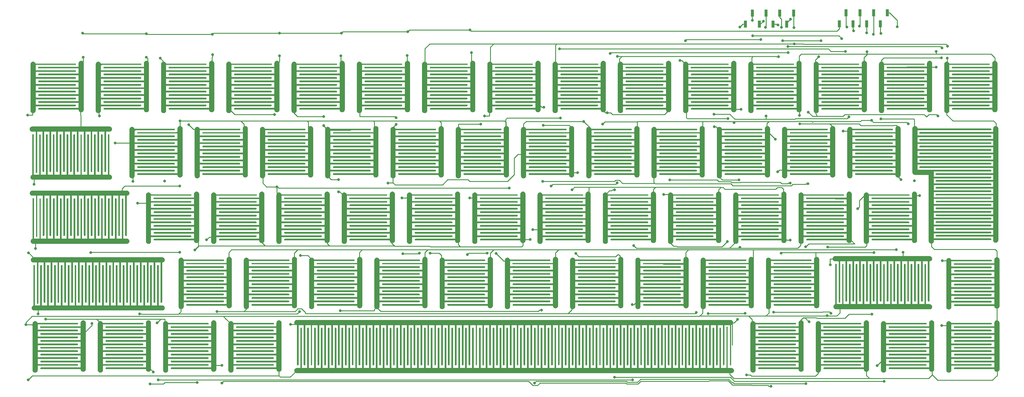
<source format=gbr>
G04 #@! TF.GenerationSoftware,KiCad,Pcbnew,5.1.5+dfsg1-2build2*
G04 #@! TF.CreationDate,2024-05-31T17:47:07+01:00*
G04 #@! TF.ProjectId,membrane1,6d656d62-7261-46e6-9531-2e6b69636164,rev?*
G04 #@! TF.SameCoordinates,Original*
G04 #@! TF.FileFunction,Copper,L1,Top*
G04 #@! TF.FilePolarity,Positive*
%FSLAX46Y46*%
G04 Gerber Fmt 4.6, Leading zero omitted, Abs format (unit mm)*
G04 Created by KiCad (PCBNEW 5.1.5+dfsg1-2build2) date 2024-05-31 17:47:07*
%MOMM*%
%LPD*%
G04 APERTURE LIST*
%ADD10R,0.900000X2.000000*%
%ADD11C,0.100000*%
%ADD12C,0.800000*%
%ADD13C,0.250000*%
G04 APERTURE END LIST*
D10*
X320700000Y-88800000D03*
X316700000Y-88800000D03*
X312700000Y-88800000D03*
X308700000Y-88800000D03*
X318700000Y-92000000D03*
X314700000Y-92000000D03*
X310700000Y-92000000D03*
X306700000Y-92000000D03*
X293400000Y-88900000D03*
X289400000Y-88900000D03*
X285400000Y-88900000D03*
X281400000Y-88900000D03*
X291400000Y-92100000D03*
X287400000Y-92100000D03*
X283400000Y-92100000D03*
X279400000Y-92100000D03*
G04 #@! TA.AperFunction,SMDPad,CuDef*
D11*
G36*
X110345891Y-160828396D02*
G01*
X110334681Y-160900808D01*
X110316459Y-160971781D01*
X110291397Y-161040637D01*
X110259736Y-161106718D01*
X110221778Y-161169395D01*
X110177885Y-161228068D01*
X110128476Y-161282178D01*
X110074022Y-161331208D01*
X110015044Y-161374691D01*
X109952104Y-161412211D01*
X109885803Y-161443410D01*
X109816774Y-161467990D01*
X109745676Y-161485716D01*
X109673187Y-161496421D01*
X109600000Y-161500000D01*
X109600000Y-173000000D01*
X109599976Y-173003491D01*
X109598442Y-173027867D01*
X109594537Y-173051978D01*
X109588298Y-173075592D01*
X109579784Y-173098485D01*
X109569077Y-173120438D01*
X109556278Y-173141242D01*
X109541511Y-173160697D01*
X109524916Y-173178618D01*
X109506651Y-173194834D01*
X109486891Y-173209191D01*
X109465824Y-173221551D01*
X109443652Y-173231796D01*
X109420585Y-173239828D01*
X109396845Y-173245572D01*
X109372658Y-173248971D01*
X109348255Y-173249994D01*
X109323868Y-173248630D01*
X109299731Y-173244894D01*
X109276073Y-173238820D01*
X109253121Y-173230466D01*
X109231094Y-173219912D01*
X109210202Y-173207259D01*
X109190644Y-173192628D01*
X109172607Y-173176159D01*
X109156264Y-173158007D01*
X109141770Y-173138348D01*
X109129263Y-173117368D01*
X109118863Y-173095268D01*
X109110670Y-173072258D01*
X109104761Y-173048559D01*
X109101193Y-173024396D01*
X109100000Y-173000000D01*
X109100000Y-161500000D01*
X107600000Y-161500000D01*
X107600000Y-173000000D01*
X107599976Y-173003491D01*
X107598442Y-173027867D01*
X107594537Y-173051978D01*
X107588298Y-173075592D01*
X107579784Y-173098485D01*
X107569077Y-173120438D01*
X107556278Y-173141242D01*
X107541511Y-173160697D01*
X107524916Y-173178618D01*
X107506651Y-173194834D01*
X107486891Y-173209191D01*
X107465824Y-173221551D01*
X107443652Y-173231796D01*
X107420585Y-173239828D01*
X107396845Y-173245572D01*
X107372658Y-173248971D01*
X107348255Y-173249994D01*
X107323868Y-173248630D01*
X107299731Y-173244894D01*
X107276073Y-173238820D01*
X107253121Y-173230466D01*
X107231094Y-173219912D01*
X107210202Y-173207259D01*
X107190644Y-173192628D01*
X107172607Y-173176159D01*
X107156264Y-173158007D01*
X107141770Y-173138348D01*
X107129263Y-173117368D01*
X107118863Y-173095268D01*
X107110670Y-173072258D01*
X107104761Y-173048559D01*
X107101193Y-173024396D01*
X107100000Y-173000000D01*
X107100000Y-161500000D01*
X105600000Y-161500000D01*
X105600000Y-173000000D01*
X105599976Y-173003491D01*
X105598442Y-173027867D01*
X105594537Y-173051978D01*
X105588298Y-173075592D01*
X105579784Y-173098485D01*
X105569077Y-173120438D01*
X105556278Y-173141242D01*
X105541511Y-173160697D01*
X105524916Y-173178618D01*
X105506651Y-173194834D01*
X105486891Y-173209191D01*
X105465824Y-173221551D01*
X105443652Y-173231796D01*
X105420585Y-173239828D01*
X105396845Y-173245572D01*
X105372658Y-173248971D01*
X105348255Y-173249994D01*
X105323868Y-173248630D01*
X105299731Y-173244894D01*
X105276073Y-173238820D01*
X105253121Y-173230466D01*
X105231094Y-173219912D01*
X105210202Y-173207259D01*
X105190644Y-173192628D01*
X105172607Y-173176159D01*
X105156264Y-173158007D01*
X105141770Y-173138348D01*
X105129263Y-173117368D01*
X105118863Y-173095268D01*
X105110670Y-173072258D01*
X105104761Y-173048559D01*
X105101193Y-173024396D01*
X105100000Y-173000000D01*
X105100000Y-161500000D01*
X103600000Y-161500000D01*
X103600000Y-173000000D01*
X103599976Y-173003491D01*
X103598442Y-173027867D01*
X103594537Y-173051978D01*
X103588298Y-173075592D01*
X103579784Y-173098485D01*
X103569077Y-173120438D01*
X103556278Y-173141242D01*
X103541511Y-173160697D01*
X103524916Y-173178618D01*
X103506651Y-173194834D01*
X103486891Y-173209191D01*
X103465824Y-173221551D01*
X103443652Y-173231796D01*
X103420585Y-173239828D01*
X103396845Y-173245572D01*
X103372658Y-173248971D01*
X103348255Y-173249994D01*
X103323868Y-173248630D01*
X103299731Y-173244894D01*
X103276073Y-173238820D01*
X103253121Y-173230466D01*
X103231094Y-173219912D01*
X103210202Y-173207259D01*
X103190644Y-173192628D01*
X103172607Y-173176159D01*
X103156264Y-173158007D01*
X103141770Y-173138348D01*
X103129263Y-173117368D01*
X103118863Y-173095268D01*
X103110670Y-173072258D01*
X103104761Y-173048559D01*
X103101193Y-173024396D01*
X103100000Y-173000000D01*
X103100000Y-161500000D01*
X101600000Y-161500000D01*
X101600000Y-173000000D01*
X101599976Y-173003491D01*
X101598442Y-173027867D01*
X101594537Y-173051978D01*
X101588298Y-173075592D01*
X101579784Y-173098485D01*
X101569077Y-173120438D01*
X101556278Y-173141242D01*
X101541511Y-173160697D01*
X101524916Y-173178618D01*
X101506651Y-173194834D01*
X101486891Y-173209191D01*
X101465824Y-173221551D01*
X101443652Y-173231796D01*
X101420585Y-173239828D01*
X101396845Y-173245572D01*
X101372658Y-173248971D01*
X101348255Y-173249994D01*
X101323868Y-173248630D01*
X101299731Y-173244894D01*
X101276073Y-173238820D01*
X101253121Y-173230466D01*
X101231094Y-173219912D01*
X101210202Y-173207259D01*
X101190644Y-173192628D01*
X101172607Y-173176159D01*
X101156264Y-173158007D01*
X101141770Y-173138348D01*
X101129263Y-173117368D01*
X101118863Y-173095268D01*
X101110670Y-173072258D01*
X101104761Y-173048559D01*
X101101193Y-173024396D01*
X101100000Y-173000000D01*
X101100000Y-161500000D01*
X99600000Y-161500000D01*
X99600000Y-173000000D01*
X99599976Y-173003491D01*
X99598442Y-173027867D01*
X99594537Y-173051978D01*
X99588298Y-173075592D01*
X99579784Y-173098485D01*
X99569077Y-173120438D01*
X99556278Y-173141242D01*
X99541511Y-173160697D01*
X99524916Y-173178618D01*
X99506651Y-173194834D01*
X99486891Y-173209191D01*
X99465824Y-173221551D01*
X99443652Y-173231796D01*
X99420585Y-173239828D01*
X99396845Y-173245572D01*
X99372658Y-173248971D01*
X99348255Y-173249994D01*
X99323868Y-173248630D01*
X99299731Y-173244894D01*
X99276073Y-173238820D01*
X99253121Y-173230466D01*
X99231094Y-173219912D01*
X99210202Y-173207259D01*
X99190644Y-173192628D01*
X99172607Y-173176159D01*
X99156264Y-173158007D01*
X99141770Y-173138348D01*
X99129263Y-173117368D01*
X99118863Y-173095268D01*
X99110670Y-173072258D01*
X99104761Y-173048559D01*
X99101193Y-173024396D01*
X99100000Y-173000000D01*
X99100000Y-161500000D01*
X97600000Y-161500000D01*
X97600000Y-173000000D01*
X97599976Y-173003491D01*
X97598442Y-173027867D01*
X97594537Y-173051978D01*
X97588298Y-173075592D01*
X97579784Y-173098485D01*
X97569077Y-173120438D01*
X97556278Y-173141242D01*
X97541511Y-173160697D01*
X97524916Y-173178618D01*
X97506651Y-173194834D01*
X97486891Y-173209191D01*
X97465824Y-173221551D01*
X97443652Y-173231796D01*
X97420585Y-173239828D01*
X97396845Y-173245572D01*
X97372658Y-173248971D01*
X97348255Y-173249994D01*
X97323868Y-173248630D01*
X97299731Y-173244894D01*
X97276073Y-173238820D01*
X97253121Y-173230466D01*
X97231094Y-173219912D01*
X97210202Y-173207259D01*
X97190644Y-173192628D01*
X97172607Y-173176159D01*
X97156264Y-173158007D01*
X97141770Y-173138348D01*
X97129263Y-173117368D01*
X97118863Y-173095268D01*
X97110670Y-173072258D01*
X97104761Y-173048559D01*
X97101193Y-173024396D01*
X97100000Y-173000000D01*
X97100000Y-161500000D01*
X95600000Y-161500000D01*
X95600000Y-173000000D01*
X95599976Y-173003491D01*
X95598442Y-173027867D01*
X95594537Y-173051978D01*
X95588298Y-173075592D01*
X95579784Y-173098485D01*
X95569077Y-173120438D01*
X95556278Y-173141242D01*
X95541511Y-173160697D01*
X95524916Y-173178618D01*
X95506651Y-173194834D01*
X95486891Y-173209191D01*
X95465824Y-173221551D01*
X95443652Y-173231796D01*
X95420585Y-173239828D01*
X95396845Y-173245572D01*
X95372658Y-173248971D01*
X95348255Y-173249994D01*
X95323868Y-173248630D01*
X95299731Y-173244894D01*
X95276073Y-173238820D01*
X95253121Y-173230466D01*
X95231094Y-173219912D01*
X95210202Y-173207259D01*
X95190644Y-173192628D01*
X95172607Y-173176159D01*
X95156264Y-173158007D01*
X95141770Y-173138348D01*
X95129263Y-173117368D01*
X95118863Y-173095268D01*
X95110670Y-173072258D01*
X95104761Y-173048559D01*
X95101193Y-173024396D01*
X95100000Y-173000000D01*
X95100000Y-161500000D01*
X93600000Y-161500000D01*
X93600000Y-173000000D01*
X93599976Y-173003491D01*
X93598442Y-173027867D01*
X93594537Y-173051978D01*
X93588298Y-173075592D01*
X93579784Y-173098485D01*
X93569077Y-173120438D01*
X93556278Y-173141242D01*
X93541511Y-173160697D01*
X93524916Y-173178618D01*
X93506651Y-173194834D01*
X93486891Y-173209191D01*
X93465824Y-173221551D01*
X93443652Y-173231796D01*
X93420585Y-173239828D01*
X93396845Y-173245572D01*
X93372658Y-173248971D01*
X93348255Y-173249994D01*
X93323868Y-173248630D01*
X93299731Y-173244894D01*
X93276073Y-173238820D01*
X93253121Y-173230466D01*
X93231094Y-173219912D01*
X93210202Y-173207259D01*
X93190644Y-173192628D01*
X93172607Y-173176159D01*
X93156264Y-173158007D01*
X93141770Y-173138348D01*
X93129263Y-173117368D01*
X93118863Y-173095268D01*
X93110670Y-173072258D01*
X93104761Y-173048559D01*
X93101193Y-173024396D01*
X93100000Y-173000000D01*
X93100000Y-161500000D01*
X91600000Y-161500000D01*
X91600000Y-173000000D01*
X91599976Y-173003491D01*
X91598442Y-173027867D01*
X91594537Y-173051978D01*
X91588298Y-173075592D01*
X91579784Y-173098485D01*
X91569077Y-173120438D01*
X91556278Y-173141242D01*
X91541511Y-173160697D01*
X91524916Y-173178618D01*
X91506651Y-173194834D01*
X91486891Y-173209191D01*
X91465824Y-173221551D01*
X91443652Y-173231796D01*
X91420585Y-173239828D01*
X91396845Y-173245572D01*
X91372658Y-173248971D01*
X91348255Y-173249994D01*
X91323868Y-173248630D01*
X91299731Y-173244894D01*
X91276073Y-173238820D01*
X91253121Y-173230466D01*
X91231094Y-173219912D01*
X91210202Y-173207259D01*
X91190644Y-173192628D01*
X91172607Y-173176159D01*
X91156264Y-173158007D01*
X91141770Y-173138348D01*
X91129263Y-173117368D01*
X91118863Y-173095268D01*
X91110670Y-173072258D01*
X91104761Y-173048559D01*
X91101193Y-173024396D01*
X91100000Y-173000000D01*
X91100000Y-161500000D01*
X89600000Y-161500000D01*
X89600000Y-173000000D01*
X89599976Y-173003491D01*
X89598442Y-173027867D01*
X89594537Y-173051978D01*
X89588298Y-173075592D01*
X89579784Y-173098485D01*
X89569077Y-173120438D01*
X89556278Y-173141242D01*
X89541511Y-173160697D01*
X89524916Y-173178618D01*
X89506651Y-173194834D01*
X89486891Y-173209191D01*
X89465824Y-173221551D01*
X89443652Y-173231796D01*
X89420585Y-173239828D01*
X89396845Y-173245572D01*
X89372658Y-173248971D01*
X89348255Y-173249994D01*
X89323868Y-173248630D01*
X89299731Y-173244894D01*
X89276073Y-173238820D01*
X89253121Y-173230466D01*
X89231094Y-173219912D01*
X89210202Y-173207259D01*
X89190644Y-173192628D01*
X89172607Y-173176159D01*
X89156264Y-173158007D01*
X89141770Y-173138348D01*
X89129263Y-173117368D01*
X89118863Y-173095268D01*
X89110670Y-173072258D01*
X89104761Y-173048559D01*
X89101193Y-173024396D01*
X89100000Y-173000000D01*
X89100000Y-161500000D01*
X87600000Y-161500000D01*
X87600000Y-173000000D01*
X87599976Y-173003491D01*
X87598442Y-173027867D01*
X87594537Y-173051978D01*
X87588298Y-173075592D01*
X87579784Y-173098485D01*
X87569077Y-173120438D01*
X87556278Y-173141242D01*
X87541511Y-173160697D01*
X87524916Y-173178618D01*
X87506651Y-173194834D01*
X87486891Y-173209191D01*
X87465824Y-173221551D01*
X87443652Y-173231796D01*
X87420585Y-173239828D01*
X87396845Y-173245572D01*
X87372658Y-173248971D01*
X87348255Y-173249994D01*
X87323868Y-173248630D01*
X87299731Y-173244894D01*
X87276073Y-173238820D01*
X87253121Y-173230466D01*
X87231094Y-173219912D01*
X87210202Y-173207259D01*
X87190644Y-173192628D01*
X87172607Y-173176159D01*
X87156264Y-173158007D01*
X87141770Y-173138348D01*
X87129263Y-173117368D01*
X87118863Y-173095268D01*
X87110670Y-173072258D01*
X87104761Y-173048559D01*
X87101193Y-173024396D01*
X87100000Y-173000000D01*
X87100000Y-161500000D01*
X85600000Y-161500000D01*
X85600000Y-173000000D01*
X85599976Y-173003491D01*
X85598442Y-173027867D01*
X85594537Y-173051978D01*
X85588298Y-173075592D01*
X85579784Y-173098485D01*
X85569077Y-173120438D01*
X85556278Y-173141242D01*
X85541511Y-173160697D01*
X85524916Y-173178618D01*
X85506651Y-173194834D01*
X85486891Y-173209191D01*
X85465824Y-173221551D01*
X85443652Y-173231796D01*
X85420585Y-173239828D01*
X85396845Y-173245572D01*
X85372658Y-173248971D01*
X85348255Y-173249994D01*
X85323868Y-173248630D01*
X85299731Y-173244894D01*
X85276073Y-173238820D01*
X85253121Y-173230466D01*
X85231094Y-173219912D01*
X85210202Y-173207259D01*
X85190644Y-173192628D01*
X85172607Y-173176159D01*
X85156264Y-173158007D01*
X85141770Y-173138348D01*
X85129263Y-173117368D01*
X85118863Y-173095268D01*
X85110670Y-173072258D01*
X85104761Y-173048559D01*
X85101193Y-173024396D01*
X85100000Y-173000000D01*
X85100000Y-161500000D01*
X83600000Y-161500000D01*
X83600000Y-173000000D01*
X83599976Y-173003491D01*
X83598442Y-173027867D01*
X83594537Y-173051978D01*
X83588298Y-173075592D01*
X83579784Y-173098485D01*
X83569077Y-173120438D01*
X83556278Y-173141242D01*
X83541511Y-173160697D01*
X83524916Y-173178618D01*
X83506651Y-173194834D01*
X83486891Y-173209191D01*
X83465824Y-173221551D01*
X83443652Y-173231796D01*
X83420585Y-173239828D01*
X83396845Y-173245572D01*
X83372658Y-173248971D01*
X83348255Y-173249994D01*
X83323868Y-173248630D01*
X83299731Y-173244894D01*
X83276073Y-173238820D01*
X83253121Y-173230466D01*
X83231094Y-173219912D01*
X83210202Y-173207259D01*
X83190644Y-173192628D01*
X83172607Y-173176159D01*
X83156264Y-173158007D01*
X83141770Y-173138348D01*
X83129263Y-173117368D01*
X83118863Y-173095268D01*
X83110670Y-173072258D01*
X83104761Y-173048559D01*
X83101193Y-173024396D01*
X83100000Y-173000000D01*
X83100000Y-161500000D01*
X81600000Y-161500000D01*
X81600000Y-173000000D01*
X81599976Y-173003491D01*
X81598442Y-173027867D01*
X81594537Y-173051978D01*
X81588298Y-173075592D01*
X81579784Y-173098485D01*
X81569077Y-173120438D01*
X81556278Y-173141242D01*
X81541511Y-173160697D01*
X81524916Y-173178618D01*
X81506651Y-173194834D01*
X81486891Y-173209191D01*
X81465824Y-173221551D01*
X81443652Y-173231796D01*
X81420585Y-173239828D01*
X81396845Y-173245572D01*
X81372658Y-173248971D01*
X81348255Y-173249994D01*
X81323868Y-173248630D01*
X81299731Y-173244894D01*
X81276073Y-173238820D01*
X81253121Y-173230466D01*
X81231094Y-173219912D01*
X81210202Y-173207259D01*
X81190644Y-173192628D01*
X81172607Y-173176159D01*
X81156264Y-173158007D01*
X81141770Y-173138348D01*
X81129263Y-173117368D01*
X81118863Y-173095268D01*
X81110670Y-173072258D01*
X81104761Y-173048559D01*
X81101193Y-173024396D01*
X81100000Y-173000000D01*
X81100000Y-161500000D01*
X79600000Y-161500000D01*
X79600000Y-173000000D01*
X79599976Y-173003491D01*
X79598442Y-173027867D01*
X79594537Y-173051978D01*
X79588298Y-173075592D01*
X79579784Y-173098485D01*
X79569077Y-173120438D01*
X79556278Y-173141242D01*
X79541511Y-173160697D01*
X79524916Y-173178618D01*
X79506651Y-173194834D01*
X79486891Y-173209191D01*
X79465824Y-173221551D01*
X79443652Y-173231796D01*
X79420585Y-173239828D01*
X79396845Y-173245572D01*
X79372658Y-173248971D01*
X79348255Y-173249994D01*
X79323868Y-173248630D01*
X79299731Y-173244894D01*
X79276073Y-173238820D01*
X79253121Y-173230466D01*
X79231094Y-173219912D01*
X79210202Y-173207259D01*
X79190644Y-173192628D01*
X79172607Y-173176159D01*
X79156264Y-173158007D01*
X79141770Y-173138348D01*
X79129263Y-173117368D01*
X79118863Y-173095268D01*
X79110670Y-173072258D01*
X79104761Y-173048559D01*
X79101193Y-173024396D01*
X79100000Y-173000000D01*
X79100000Y-161500000D01*
X77600000Y-161500000D01*
X77600000Y-173000000D01*
X77599976Y-173003491D01*
X77598442Y-173027867D01*
X77594537Y-173051978D01*
X77588298Y-173075592D01*
X77579784Y-173098485D01*
X77569077Y-173120438D01*
X77556278Y-173141242D01*
X77541511Y-173160697D01*
X77524916Y-173178618D01*
X77506651Y-173194834D01*
X77486891Y-173209191D01*
X77465824Y-173221551D01*
X77443652Y-173231796D01*
X77420585Y-173239828D01*
X77396845Y-173245572D01*
X77372658Y-173248971D01*
X77348255Y-173249994D01*
X77323868Y-173248630D01*
X77299731Y-173244894D01*
X77276073Y-173238820D01*
X77253121Y-173230466D01*
X77231094Y-173219912D01*
X77210202Y-173207259D01*
X77190644Y-173192628D01*
X77172607Y-173176159D01*
X77156264Y-173158007D01*
X77141770Y-173138348D01*
X77129263Y-173117368D01*
X77118863Y-173095268D01*
X77110670Y-173072258D01*
X77104761Y-173048559D01*
X77101193Y-173024396D01*
X77100000Y-173000000D01*
X77100000Y-161500000D01*
X75600000Y-161500000D01*
X75600000Y-173000000D01*
X75599976Y-173003491D01*
X75598442Y-173027867D01*
X75594537Y-173051978D01*
X75588298Y-173075592D01*
X75579784Y-173098485D01*
X75569077Y-173120438D01*
X75556278Y-173141242D01*
X75541511Y-173160697D01*
X75524916Y-173178618D01*
X75506651Y-173194834D01*
X75486891Y-173209191D01*
X75465824Y-173221551D01*
X75443652Y-173231796D01*
X75420585Y-173239828D01*
X75396845Y-173245572D01*
X75372658Y-173248971D01*
X75348255Y-173249994D01*
X75323868Y-173248630D01*
X75299731Y-173244894D01*
X75276073Y-173238820D01*
X75253121Y-173230466D01*
X75231094Y-173219912D01*
X75210202Y-173207259D01*
X75190644Y-173192628D01*
X75172607Y-173176159D01*
X75156264Y-173158007D01*
X75141770Y-173138348D01*
X75129263Y-173117368D01*
X75118863Y-173095268D01*
X75110670Y-173072258D01*
X75104761Y-173048559D01*
X75101193Y-173024396D01*
X75100000Y-173000000D01*
X75100000Y-161500000D01*
X73550000Y-161500000D01*
X73550000Y-173500000D01*
X73150000Y-173500000D01*
X73150000Y-161500000D01*
X72100000Y-161500000D01*
X72089528Y-161499927D01*
X72016398Y-161495326D01*
X71944066Y-161483611D01*
X71873223Y-161464893D01*
X71804544Y-161439352D01*
X71738685Y-161407230D01*
X71676275Y-161368835D01*
X71617909Y-161324533D01*
X71564145Y-161274748D01*
X71515497Y-161219953D01*
X71472427Y-161160672D01*
X71435347Y-161097472D01*
X71404612Y-161030955D01*
X71380515Y-160961756D01*
X71363285Y-160890536D01*
X71353087Y-160817974D01*
X71350018Y-160744764D01*
X71354109Y-160671604D01*
X71365319Y-160599192D01*
X71383541Y-160528219D01*
X71408603Y-160459363D01*
X71440264Y-160393282D01*
X71478222Y-160330605D01*
X71522115Y-160271932D01*
X71571524Y-160217822D01*
X71625978Y-160168792D01*
X71684956Y-160125309D01*
X71747896Y-160087789D01*
X71814197Y-160056590D01*
X71883226Y-160032010D01*
X71954324Y-160014284D01*
X72026813Y-160003579D01*
X72100000Y-160000000D01*
X109600000Y-160000000D01*
X109610472Y-160000073D01*
X109683602Y-160004674D01*
X109755934Y-160016389D01*
X109826777Y-160035107D01*
X109895456Y-160060648D01*
X109961315Y-160092770D01*
X110023725Y-160131165D01*
X110082091Y-160175467D01*
X110135855Y-160225252D01*
X110184503Y-160280047D01*
X110227573Y-160339328D01*
X110264653Y-160402528D01*
X110295388Y-160469045D01*
X110319485Y-160538244D01*
X110336715Y-160609464D01*
X110346913Y-160682026D01*
X110349982Y-160755236D01*
X110345891Y-160828396D01*
G37*
G04 #@! TD.AperFunction*
G04 #@! TA.AperFunction,SMDPad,CuDef*
G36*
X110345891Y-174828396D02*
G01*
X110334681Y-174900808D01*
X110316459Y-174971781D01*
X110291397Y-175040637D01*
X110259736Y-175106718D01*
X110221778Y-175169395D01*
X110177885Y-175228068D01*
X110128476Y-175282178D01*
X110074022Y-175331208D01*
X110015044Y-175374691D01*
X109952104Y-175412211D01*
X109885803Y-175443410D01*
X109816774Y-175467990D01*
X109745676Y-175485716D01*
X109673187Y-175496421D01*
X109600000Y-175500000D01*
X72350000Y-175500000D01*
X72339528Y-175499927D01*
X72266398Y-175495326D01*
X72194066Y-175483611D01*
X72123223Y-175464893D01*
X72054544Y-175439352D01*
X71988685Y-175407230D01*
X71926275Y-175368835D01*
X71867909Y-175324533D01*
X71814145Y-175274748D01*
X71765497Y-175219953D01*
X71722427Y-175160672D01*
X71685347Y-175097472D01*
X71654612Y-175030955D01*
X71630515Y-174961756D01*
X71613285Y-174890536D01*
X71603087Y-174817974D01*
X71600018Y-174744764D01*
X71604109Y-174671604D01*
X71615319Y-174599192D01*
X71633541Y-174528219D01*
X71658603Y-174459363D01*
X71690264Y-174393282D01*
X71728222Y-174330605D01*
X71772115Y-174271932D01*
X71821524Y-174217822D01*
X71875978Y-174168792D01*
X71934956Y-174125309D01*
X71997896Y-174087789D01*
X72064197Y-174056590D01*
X72133226Y-174032010D01*
X72150000Y-174027828D01*
X72150000Y-162250000D01*
X72550000Y-162250000D01*
X72550000Y-174000000D01*
X74100000Y-174000000D01*
X74100000Y-162500000D01*
X74100024Y-162496509D01*
X74101558Y-162472133D01*
X74105463Y-162448022D01*
X74111702Y-162424408D01*
X74120216Y-162401515D01*
X74130923Y-162379562D01*
X74143722Y-162358758D01*
X74158489Y-162339303D01*
X74175084Y-162321382D01*
X74193349Y-162305166D01*
X74213109Y-162290809D01*
X74234176Y-162278449D01*
X74256348Y-162268204D01*
X74279415Y-162260172D01*
X74303155Y-162254428D01*
X74327342Y-162251029D01*
X74351745Y-162250006D01*
X74376132Y-162251370D01*
X74400269Y-162255106D01*
X74423927Y-162261180D01*
X74446879Y-162269534D01*
X74468906Y-162280088D01*
X74489798Y-162292741D01*
X74509356Y-162307372D01*
X74527393Y-162323841D01*
X74543736Y-162341993D01*
X74558230Y-162361652D01*
X74570737Y-162382632D01*
X74581137Y-162404732D01*
X74589330Y-162427742D01*
X74595239Y-162451441D01*
X74598807Y-162475604D01*
X74600000Y-162500000D01*
X74600000Y-174000000D01*
X76100000Y-174000000D01*
X76100000Y-162500000D01*
X76100024Y-162496509D01*
X76101558Y-162472133D01*
X76105463Y-162448022D01*
X76111702Y-162424408D01*
X76120216Y-162401515D01*
X76130923Y-162379562D01*
X76143722Y-162358758D01*
X76158489Y-162339303D01*
X76175084Y-162321382D01*
X76193349Y-162305166D01*
X76213109Y-162290809D01*
X76234176Y-162278449D01*
X76256348Y-162268204D01*
X76279415Y-162260172D01*
X76303155Y-162254428D01*
X76327342Y-162251029D01*
X76351745Y-162250006D01*
X76376132Y-162251370D01*
X76400269Y-162255106D01*
X76423927Y-162261180D01*
X76446879Y-162269534D01*
X76468906Y-162280088D01*
X76489798Y-162292741D01*
X76509356Y-162307372D01*
X76527393Y-162323841D01*
X76543736Y-162341993D01*
X76558230Y-162361652D01*
X76570737Y-162382632D01*
X76581137Y-162404732D01*
X76589330Y-162427742D01*
X76595239Y-162451441D01*
X76598807Y-162475604D01*
X76600000Y-162500000D01*
X76600000Y-174000000D01*
X78100000Y-174000000D01*
X78100000Y-162500000D01*
X78100024Y-162496509D01*
X78101558Y-162472133D01*
X78105463Y-162448022D01*
X78111702Y-162424408D01*
X78120216Y-162401515D01*
X78130923Y-162379562D01*
X78143722Y-162358758D01*
X78158489Y-162339303D01*
X78175084Y-162321382D01*
X78193349Y-162305166D01*
X78213109Y-162290809D01*
X78234176Y-162278449D01*
X78256348Y-162268204D01*
X78279415Y-162260172D01*
X78303155Y-162254428D01*
X78327342Y-162251029D01*
X78351745Y-162250006D01*
X78376132Y-162251370D01*
X78400269Y-162255106D01*
X78423927Y-162261180D01*
X78446879Y-162269534D01*
X78468906Y-162280088D01*
X78489798Y-162292741D01*
X78509356Y-162307372D01*
X78527393Y-162323841D01*
X78543736Y-162341993D01*
X78558230Y-162361652D01*
X78570737Y-162382632D01*
X78581137Y-162404732D01*
X78589330Y-162427742D01*
X78595239Y-162451441D01*
X78598807Y-162475604D01*
X78600000Y-162500000D01*
X78600000Y-174000000D01*
X80100000Y-174000000D01*
X80100000Y-162500000D01*
X80100024Y-162496509D01*
X80101558Y-162472133D01*
X80105463Y-162448022D01*
X80111702Y-162424408D01*
X80120216Y-162401515D01*
X80130923Y-162379562D01*
X80143722Y-162358758D01*
X80158489Y-162339303D01*
X80175084Y-162321382D01*
X80193349Y-162305166D01*
X80213109Y-162290809D01*
X80234176Y-162278449D01*
X80256348Y-162268204D01*
X80279415Y-162260172D01*
X80303155Y-162254428D01*
X80327342Y-162251029D01*
X80351745Y-162250006D01*
X80376132Y-162251370D01*
X80400269Y-162255106D01*
X80423927Y-162261180D01*
X80446879Y-162269534D01*
X80468906Y-162280088D01*
X80489798Y-162292741D01*
X80509356Y-162307372D01*
X80527393Y-162323841D01*
X80543736Y-162341993D01*
X80558230Y-162361652D01*
X80570737Y-162382632D01*
X80581137Y-162404732D01*
X80589330Y-162427742D01*
X80595239Y-162451441D01*
X80598807Y-162475604D01*
X80600000Y-162500000D01*
X80600000Y-174000000D01*
X82100000Y-174000000D01*
X82100000Y-162500000D01*
X82100024Y-162496509D01*
X82101558Y-162472133D01*
X82105463Y-162448022D01*
X82111702Y-162424408D01*
X82120216Y-162401515D01*
X82130923Y-162379562D01*
X82143722Y-162358758D01*
X82158489Y-162339303D01*
X82175084Y-162321382D01*
X82193349Y-162305166D01*
X82213109Y-162290809D01*
X82234176Y-162278449D01*
X82256348Y-162268204D01*
X82279415Y-162260172D01*
X82303155Y-162254428D01*
X82327342Y-162251029D01*
X82351745Y-162250006D01*
X82376132Y-162251370D01*
X82400269Y-162255106D01*
X82423927Y-162261180D01*
X82446879Y-162269534D01*
X82468906Y-162280088D01*
X82489798Y-162292741D01*
X82509356Y-162307372D01*
X82527393Y-162323841D01*
X82543736Y-162341993D01*
X82558230Y-162361652D01*
X82570737Y-162382632D01*
X82581137Y-162404732D01*
X82589330Y-162427742D01*
X82595239Y-162451441D01*
X82598807Y-162475604D01*
X82600000Y-162500000D01*
X82600000Y-174000000D01*
X84100000Y-174000000D01*
X84100000Y-162500000D01*
X84100024Y-162496509D01*
X84101558Y-162472133D01*
X84105463Y-162448022D01*
X84111702Y-162424408D01*
X84120216Y-162401515D01*
X84130923Y-162379562D01*
X84143722Y-162358758D01*
X84158489Y-162339303D01*
X84175084Y-162321382D01*
X84193349Y-162305166D01*
X84213109Y-162290809D01*
X84234176Y-162278449D01*
X84256348Y-162268204D01*
X84279415Y-162260172D01*
X84303155Y-162254428D01*
X84327342Y-162251029D01*
X84351745Y-162250006D01*
X84376132Y-162251370D01*
X84400269Y-162255106D01*
X84423927Y-162261180D01*
X84446879Y-162269534D01*
X84468906Y-162280088D01*
X84489798Y-162292741D01*
X84509356Y-162307372D01*
X84527393Y-162323841D01*
X84543736Y-162341993D01*
X84558230Y-162361652D01*
X84570737Y-162382632D01*
X84581137Y-162404732D01*
X84589330Y-162427742D01*
X84595239Y-162451441D01*
X84598807Y-162475604D01*
X84600000Y-162500000D01*
X84600000Y-174000000D01*
X86100000Y-174000000D01*
X86100000Y-162500000D01*
X86100024Y-162496509D01*
X86101558Y-162472133D01*
X86105463Y-162448022D01*
X86111702Y-162424408D01*
X86120216Y-162401515D01*
X86130923Y-162379562D01*
X86143722Y-162358758D01*
X86158489Y-162339303D01*
X86175084Y-162321382D01*
X86193349Y-162305166D01*
X86213109Y-162290809D01*
X86234176Y-162278449D01*
X86256348Y-162268204D01*
X86279415Y-162260172D01*
X86303155Y-162254428D01*
X86327342Y-162251029D01*
X86351745Y-162250006D01*
X86376132Y-162251370D01*
X86400269Y-162255106D01*
X86423927Y-162261180D01*
X86446879Y-162269534D01*
X86468906Y-162280088D01*
X86489798Y-162292741D01*
X86509356Y-162307372D01*
X86527393Y-162323841D01*
X86543736Y-162341993D01*
X86558230Y-162361652D01*
X86570737Y-162382632D01*
X86581137Y-162404732D01*
X86589330Y-162427742D01*
X86595239Y-162451441D01*
X86598807Y-162475604D01*
X86600000Y-162500000D01*
X86600000Y-174000000D01*
X88100000Y-174000000D01*
X88100000Y-162500000D01*
X88100024Y-162496509D01*
X88101558Y-162472133D01*
X88105463Y-162448022D01*
X88111702Y-162424408D01*
X88120216Y-162401515D01*
X88130923Y-162379562D01*
X88143722Y-162358758D01*
X88158489Y-162339303D01*
X88175084Y-162321382D01*
X88193349Y-162305166D01*
X88213109Y-162290809D01*
X88234176Y-162278449D01*
X88256348Y-162268204D01*
X88279415Y-162260172D01*
X88303155Y-162254428D01*
X88327342Y-162251029D01*
X88351745Y-162250006D01*
X88376132Y-162251370D01*
X88400269Y-162255106D01*
X88423927Y-162261180D01*
X88446879Y-162269534D01*
X88468906Y-162280088D01*
X88489798Y-162292741D01*
X88509356Y-162307372D01*
X88527393Y-162323841D01*
X88543736Y-162341993D01*
X88558230Y-162361652D01*
X88570737Y-162382632D01*
X88581137Y-162404732D01*
X88589330Y-162427742D01*
X88595239Y-162451441D01*
X88598807Y-162475604D01*
X88600000Y-162500000D01*
X88600000Y-174000000D01*
X90100000Y-174000000D01*
X90100000Y-162500000D01*
X90100024Y-162496509D01*
X90101558Y-162472133D01*
X90105463Y-162448022D01*
X90111702Y-162424408D01*
X90120216Y-162401515D01*
X90130923Y-162379562D01*
X90143722Y-162358758D01*
X90158489Y-162339303D01*
X90175084Y-162321382D01*
X90193349Y-162305166D01*
X90213109Y-162290809D01*
X90234176Y-162278449D01*
X90256348Y-162268204D01*
X90279415Y-162260172D01*
X90303155Y-162254428D01*
X90327342Y-162251029D01*
X90351745Y-162250006D01*
X90376132Y-162251370D01*
X90400269Y-162255106D01*
X90423927Y-162261180D01*
X90446879Y-162269534D01*
X90468906Y-162280088D01*
X90489798Y-162292741D01*
X90509356Y-162307372D01*
X90527393Y-162323841D01*
X90543736Y-162341993D01*
X90558230Y-162361652D01*
X90570737Y-162382632D01*
X90581137Y-162404732D01*
X90589330Y-162427742D01*
X90595239Y-162451441D01*
X90598807Y-162475604D01*
X90600000Y-162500000D01*
X90600000Y-174000000D01*
X92100000Y-174000000D01*
X92100000Y-162500000D01*
X92100024Y-162496509D01*
X92101558Y-162472133D01*
X92105463Y-162448022D01*
X92111702Y-162424408D01*
X92120216Y-162401515D01*
X92130923Y-162379562D01*
X92143722Y-162358758D01*
X92158489Y-162339303D01*
X92175084Y-162321382D01*
X92193349Y-162305166D01*
X92213109Y-162290809D01*
X92234176Y-162278449D01*
X92256348Y-162268204D01*
X92279415Y-162260172D01*
X92303155Y-162254428D01*
X92327342Y-162251029D01*
X92351745Y-162250006D01*
X92376132Y-162251370D01*
X92400269Y-162255106D01*
X92423927Y-162261180D01*
X92446879Y-162269534D01*
X92468906Y-162280088D01*
X92489798Y-162292741D01*
X92509356Y-162307372D01*
X92527393Y-162323841D01*
X92543736Y-162341993D01*
X92558230Y-162361652D01*
X92570737Y-162382632D01*
X92581137Y-162404732D01*
X92589330Y-162427742D01*
X92595239Y-162451441D01*
X92598807Y-162475604D01*
X92600000Y-162500000D01*
X92600000Y-174000000D01*
X94100000Y-174000000D01*
X94100000Y-162500000D01*
X94100024Y-162496509D01*
X94101558Y-162472133D01*
X94105463Y-162448022D01*
X94111702Y-162424408D01*
X94120216Y-162401515D01*
X94130923Y-162379562D01*
X94143722Y-162358758D01*
X94158489Y-162339303D01*
X94175084Y-162321382D01*
X94193349Y-162305166D01*
X94213109Y-162290809D01*
X94234176Y-162278449D01*
X94256348Y-162268204D01*
X94279415Y-162260172D01*
X94303155Y-162254428D01*
X94327342Y-162251029D01*
X94351745Y-162250006D01*
X94376132Y-162251370D01*
X94400269Y-162255106D01*
X94423927Y-162261180D01*
X94446879Y-162269534D01*
X94468906Y-162280088D01*
X94489798Y-162292741D01*
X94509356Y-162307372D01*
X94527393Y-162323841D01*
X94543736Y-162341993D01*
X94558230Y-162361652D01*
X94570737Y-162382632D01*
X94581137Y-162404732D01*
X94589330Y-162427742D01*
X94595239Y-162451441D01*
X94598807Y-162475604D01*
X94600000Y-162500000D01*
X94600000Y-174000000D01*
X96100000Y-174000000D01*
X96100000Y-162500000D01*
X96100024Y-162496509D01*
X96101558Y-162472133D01*
X96105463Y-162448022D01*
X96111702Y-162424408D01*
X96120216Y-162401515D01*
X96130923Y-162379562D01*
X96143722Y-162358758D01*
X96158489Y-162339303D01*
X96175084Y-162321382D01*
X96193349Y-162305166D01*
X96213109Y-162290809D01*
X96234176Y-162278449D01*
X96256348Y-162268204D01*
X96279415Y-162260172D01*
X96303155Y-162254428D01*
X96327342Y-162251029D01*
X96351745Y-162250006D01*
X96376132Y-162251370D01*
X96400269Y-162255106D01*
X96423927Y-162261180D01*
X96446879Y-162269534D01*
X96468906Y-162280088D01*
X96489798Y-162292741D01*
X96509356Y-162307372D01*
X96527393Y-162323841D01*
X96543736Y-162341993D01*
X96558230Y-162361652D01*
X96570737Y-162382632D01*
X96581137Y-162404732D01*
X96589330Y-162427742D01*
X96595239Y-162451441D01*
X96598807Y-162475604D01*
X96600000Y-162500000D01*
X96600000Y-174000000D01*
X98100000Y-174000000D01*
X98100000Y-162500000D01*
X98100024Y-162496509D01*
X98101558Y-162472133D01*
X98105463Y-162448022D01*
X98111702Y-162424408D01*
X98120216Y-162401515D01*
X98130923Y-162379562D01*
X98143722Y-162358758D01*
X98158489Y-162339303D01*
X98175084Y-162321382D01*
X98193349Y-162305166D01*
X98213109Y-162290809D01*
X98234176Y-162278449D01*
X98256348Y-162268204D01*
X98279415Y-162260172D01*
X98303155Y-162254428D01*
X98327342Y-162251029D01*
X98351745Y-162250006D01*
X98376132Y-162251370D01*
X98400269Y-162255106D01*
X98423927Y-162261180D01*
X98446879Y-162269534D01*
X98468906Y-162280088D01*
X98489798Y-162292741D01*
X98509356Y-162307372D01*
X98527393Y-162323841D01*
X98543736Y-162341993D01*
X98558230Y-162361652D01*
X98570737Y-162382632D01*
X98581137Y-162404732D01*
X98589330Y-162427742D01*
X98595239Y-162451441D01*
X98598807Y-162475604D01*
X98600000Y-162500000D01*
X98600000Y-174000000D01*
X100100000Y-174000000D01*
X100100000Y-162500000D01*
X100100024Y-162496509D01*
X100101558Y-162472133D01*
X100105463Y-162448022D01*
X100111702Y-162424408D01*
X100120216Y-162401515D01*
X100130923Y-162379562D01*
X100143722Y-162358758D01*
X100158489Y-162339303D01*
X100175084Y-162321382D01*
X100193349Y-162305166D01*
X100213109Y-162290809D01*
X100234176Y-162278449D01*
X100256348Y-162268204D01*
X100279415Y-162260172D01*
X100303155Y-162254428D01*
X100327342Y-162251029D01*
X100351745Y-162250006D01*
X100376132Y-162251370D01*
X100400269Y-162255106D01*
X100423927Y-162261180D01*
X100446879Y-162269534D01*
X100468906Y-162280088D01*
X100489798Y-162292741D01*
X100509356Y-162307372D01*
X100527393Y-162323841D01*
X100543736Y-162341993D01*
X100558230Y-162361652D01*
X100570737Y-162382632D01*
X100581137Y-162404732D01*
X100589330Y-162427742D01*
X100595239Y-162451441D01*
X100598807Y-162475604D01*
X100600000Y-162500000D01*
X100600000Y-174000000D01*
X102100000Y-174000000D01*
X102100000Y-162500000D01*
X102100024Y-162496509D01*
X102101558Y-162472133D01*
X102105463Y-162448022D01*
X102111702Y-162424408D01*
X102120216Y-162401515D01*
X102130923Y-162379562D01*
X102143722Y-162358758D01*
X102158489Y-162339303D01*
X102175084Y-162321382D01*
X102193349Y-162305166D01*
X102213109Y-162290809D01*
X102234176Y-162278449D01*
X102256348Y-162268204D01*
X102279415Y-162260172D01*
X102303155Y-162254428D01*
X102327342Y-162251029D01*
X102351745Y-162250006D01*
X102376132Y-162251370D01*
X102400269Y-162255106D01*
X102423927Y-162261180D01*
X102446879Y-162269534D01*
X102468906Y-162280088D01*
X102489798Y-162292741D01*
X102509356Y-162307372D01*
X102527393Y-162323841D01*
X102543736Y-162341993D01*
X102558230Y-162361652D01*
X102570737Y-162382632D01*
X102581137Y-162404732D01*
X102589330Y-162427742D01*
X102595239Y-162451441D01*
X102598807Y-162475604D01*
X102600000Y-162500000D01*
X102600000Y-174000000D01*
X104100000Y-174000000D01*
X104100000Y-162500000D01*
X104100024Y-162496509D01*
X104101558Y-162472133D01*
X104105463Y-162448022D01*
X104111702Y-162424408D01*
X104120216Y-162401515D01*
X104130923Y-162379562D01*
X104143722Y-162358758D01*
X104158489Y-162339303D01*
X104175084Y-162321382D01*
X104193349Y-162305166D01*
X104213109Y-162290809D01*
X104234176Y-162278449D01*
X104256348Y-162268204D01*
X104279415Y-162260172D01*
X104303155Y-162254428D01*
X104327342Y-162251029D01*
X104351745Y-162250006D01*
X104376132Y-162251370D01*
X104400269Y-162255106D01*
X104423927Y-162261180D01*
X104446879Y-162269534D01*
X104468906Y-162280088D01*
X104489798Y-162292741D01*
X104509356Y-162307372D01*
X104527393Y-162323841D01*
X104543736Y-162341993D01*
X104558230Y-162361652D01*
X104570737Y-162382632D01*
X104581137Y-162404732D01*
X104589330Y-162427742D01*
X104595239Y-162451441D01*
X104598807Y-162475604D01*
X104600000Y-162500000D01*
X104600000Y-174000000D01*
X106100000Y-174000000D01*
X106100000Y-162500000D01*
X106100024Y-162496509D01*
X106101558Y-162472133D01*
X106105463Y-162448022D01*
X106111702Y-162424408D01*
X106120216Y-162401515D01*
X106130923Y-162379562D01*
X106143722Y-162358758D01*
X106158489Y-162339303D01*
X106175084Y-162321382D01*
X106193349Y-162305166D01*
X106213109Y-162290809D01*
X106234176Y-162278449D01*
X106256348Y-162268204D01*
X106279415Y-162260172D01*
X106303155Y-162254428D01*
X106327342Y-162251029D01*
X106351745Y-162250006D01*
X106376132Y-162251370D01*
X106400269Y-162255106D01*
X106423927Y-162261180D01*
X106446879Y-162269534D01*
X106468906Y-162280088D01*
X106489798Y-162292741D01*
X106509356Y-162307372D01*
X106527393Y-162323841D01*
X106543736Y-162341993D01*
X106558230Y-162361652D01*
X106570737Y-162382632D01*
X106581137Y-162404732D01*
X106589330Y-162427742D01*
X106595239Y-162451441D01*
X106598807Y-162475604D01*
X106600000Y-162500000D01*
X106600000Y-174000000D01*
X108100000Y-174000000D01*
X108100000Y-162500000D01*
X108100024Y-162496509D01*
X108101558Y-162472133D01*
X108105463Y-162448022D01*
X108111702Y-162424408D01*
X108120216Y-162401515D01*
X108130923Y-162379562D01*
X108143722Y-162358758D01*
X108158489Y-162339303D01*
X108175084Y-162321382D01*
X108193349Y-162305166D01*
X108213109Y-162290809D01*
X108234176Y-162278449D01*
X108256348Y-162268204D01*
X108279415Y-162260172D01*
X108303155Y-162254428D01*
X108327342Y-162251029D01*
X108351745Y-162250006D01*
X108376132Y-162251370D01*
X108400269Y-162255106D01*
X108423927Y-162261180D01*
X108446879Y-162269534D01*
X108468906Y-162280088D01*
X108489798Y-162292741D01*
X108509356Y-162307372D01*
X108527393Y-162323841D01*
X108543736Y-162341993D01*
X108558230Y-162361652D01*
X108570737Y-162382632D01*
X108581137Y-162404732D01*
X108589330Y-162427742D01*
X108595239Y-162451441D01*
X108598807Y-162475604D01*
X108600000Y-162500000D01*
X108600000Y-174000000D01*
X109600000Y-174000000D01*
X109610472Y-174000073D01*
X109683602Y-174004674D01*
X109755934Y-174016389D01*
X109826777Y-174035107D01*
X109895456Y-174060648D01*
X109961315Y-174092770D01*
X110023725Y-174131165D01*
X110082091Y-174175467D01*
X110135855Y-174225252D01*
X110184503Y-174280047D01*
X110227573Y-174339328D01*
X110264653Y-174402528D01*
X110295388Y-174469045D01*
X110319485Y-174538244D01*
X110336715Y-174609464D01*
X110346913Y-174682026D01*
X110349982Y-174755236D01*
X110345891Y-174828396D01*
G37*
G04 #@! TD.AperFunction*
G04 #@! TA.AperFunction,SMDPad,CuDef*
G36*
X94995891Y-122728396D02*
G01*
X94984681Y-122800808D01*
X94966459Y-122871781D01*
X94941397Y-122940637D01*
X94909736Y-123006718D01*
X94871778Y-123069395D01*
X94827885Y-123128068D01*
X94778476Y-123182178D01*
X94724022Y-123231208D01*
X94665044Y-123274691D01*
X94602104Y-123312211D01*
X94535803Y-123343410D01*
X94466774Y-123367990D01*
X94395676Y-123385716D01*
X94323187Y-123396421D01*
X94250000Y-123400000D01*
X93250000Y-123400000D01*
X93250000Y-134900000D01*
X93249976Y-134903491D01*
X93248442Y-134927867D01*
X93244537Y-134951978D01*
X93238298Y-134975592D01*
X93229784Y-134998485D01*
X93219077Y-135020438D01*
X93206278Y-135041242D01*
X93191511Y-135060697D01*
X93174916Y-135078618D01*
X93156651Y-135094834D01*
X93136891Y-135109191D01*
X93115824Y-135121551D01*
X93093652Y-135131796D01*
X93070585Y-135139828D01*
X93046845Y-135145572D01*
X93022658Y-135148971D01*
X92998255Y-135149994D01*
X92973868Y-135148630D01*
X92949731Y-135144894D01*
X92926073Y-135138820D01*
X92903121Y-135130466D01*
X92881094Y-135119912D01*
X92860202Y-135107259D01*
X92840644Y-135092628D01*
X92822607Y-135076159D01*
X92806264Y-135058007D01*
X92791770Y-135038348D01*
X92779263Y-135017368D01*
X92768863Y-134995268D01*
X92760670Y-134972258D01*
X92754761Y-134948559D01*
X92751193Y-134924396D01*
X92750000Y-134900000D01*
X92750000Y-123400000D01*
X91250000Y-123400000D01*
X91250000Y-134900000D01*
X91249976Y-134903491D01*
X91248442Y-134927867D01*
X91244537Y-134951978D01*
X91238298Y-134975592D01*
X91229784Y-134998485D01*
X91219077Y-135020438D01*
X91206278Y-135041242D01*
X91191511Y-135060697D01*
X91174916Y-135078618D01*
X91156651Y-135094834D01*
X91136891Y-135109191D01*
X91115824Y-135121551D01*
X91093652Y-135131796D01*
X91070585Y-135139828D01*
X91046845Y-135145572D01*
X91022658Y-135148971D01*
X90998255Y-135149994D01*
X90973868Y-135148630D01*
X90949731Y-135144894D01*
X90926073Y-135138820D01*
X90903121Y-135130466D01*
X90881094Y-135119912D01*
X90860202Y-135107259D01*
X90840644Y-135092628D01*
X90822607Y-135076159D01*
X90806264Y-135058007D01*
X90791770Y-135038348D01*
X90779263Y-135017368D01*
X90768863Y-134995268D01*
X90760670Y-134972258D01*
X90754761Y-134948559D01*
X90751193Y-134924396D01*
X90750000Y-134900000D01*
X90750000Y-123400000D01*
X89250000Y-123400000D01*
X89250000Y-134900000D01*
X89249976Y-134903491D01*
X89248442Y-134927867D01*
X89244537Y-134951978D01*
X89238298Y-134975592D01*
X89229784Y-134998485D01*
X89219077Y-135020438D01*
X89206278Y-135041242D01*
X89191511Y-135060697D01*
X89174916Y-135078618D01*
X89156651Y-135094834D01*
X89136891Y-135109191D01*
X89115824Y-135121551D01*
X89093652Y-135131796D01*
X89070585Y-135139828D01*
X89046845Y-135145572D01*
X89022658Y-135148971D01*
X88998255Y-135149994D01*
X88973868Y-135148630D01*
X88949731Y-135144894D01*
X88926073Y-135138820D01*
X88903121Y-135130466D01*
X88881094Y-135119912D01*
X88860202Y-135107259D01*
X88840644Y-135092628D01*
X88822607Y-135076159D01*
X88806264Y-135058007D01*
X88791770Y-135038348D01*
X88779263Y-135017368D01*
X88768863Y-134995268D01*
X88760670Y-134972258D01*
X88754761Y-134948559D01*
X88751193Y-134924396D01*
X88750000Y-134900000D01*
X88750000Y-123400000D01*
X87250000Y-123400000D01*
X87250000Y-134900000D01*
X87249976Y-134903491D01*
X87248442Y-134927867D01*
X87244537Y-134951978D01*
X87238298Y-134975592D01*
X87229784Y-134998485D01*
X87219077Y-135020438D01*
X87206278Y-135041242D01*
X87191511Y-135060697D01*
X87174916Y-135078618D01*
X87156651Y-135094834D01*
X87136891Y-135109191D01*
X87115824Y-135121551D01*
X87093652Y-135131796D01*
X87070585Y-135139828D01*
X87046845Y-135145572D01*
X87022658Y-135148971D01*
X86998255Y-135149994D01*
X86973868Y-135148630D01*
X86949731Y-135144894D01*
X86926073Y-135138820D01*
X86903121Y-135130466D01*
X86881094Y-135119912D01*
X86860202Y-135107259D01*
X86840644Y-135092628D01*
X86822607Y-135076159D01*
X86806264Y-135058007D01*
X86791770Y-135038348D01*
X86779263Y-135017368D01*
X86768863Y-134995268D01*
X86760670Y-134972258D01*
X86754761Y-134948559D01*
X86751193Y-134924396D01*
X86750000Y-134900000D01*
X86750000Y-123400000D01*
X85250000Y-123400000D01*
X85250000Y-134900000D01*
X85249976Y-134903491D01*
X85248442Y-134927867D01*
X85244537Y-134951978D01*
X85238298Y-134975592D01*
X85229784Y-134998485D01*
X85219077Y-135020438D01*
X85206278Y-135041242D01*
X85191511Y-135060697D01*
X85174916Y-135078618D01*
X85156651Y-135094834D01*
X85136891Y-135109191D01*
X85115824Y-135121551D01*
X85093652Y-135131796D01*
X85070585Y-135139828D01*
X85046845Y-135145572D01*
X85022658Y-135148971D01*
X84998255Y-135149994D01*
X84973868Y-135148630D01*
X84949731Y-135144894D01*
X84926073Y-135138820D01*
X84903121Y-135130466D01*
X84881094Y-135119912D01*
X84860202Y-135107259D01*
X84840644Y-135092628D01*
X84822607Y-135076159D01*
X84806264Y-135058007D01*
X84791770Y-135038348D01*
X84779263Y-135017368D01*
X84768863Y-134995268D01*
X84760670Y-134972258D01*
X84754761Y-134948559D01*
X84751193Y-134924396D01*
X84750000Y-134900000D01*
X84750000Y-123400000D01*
X83250000Y-123400000D01*
X83250000Y-134900000D01*
X83249976Y-134903491D01*
X83248442Y-134927867D01*
X83244537Y-134951978D01*
X83238298Y-134975592D01*
X83229784Y-134998485D01*
X83219077Y-135020438D01*
X83206278Y-135041242D01*
X83191511Y-135060697D01*
X83174916Y-135078618D01*
X83156651Y-135094834D01*
X83136891Y-135109191D01*
X83115824Y-135121551D01*
X83093652Y-135131796D01*
X83070585Y-135139828D01*
X83046845Y-135145572D01*
X83022658Y-135148971D01*
X82998255Y-135149994D01*
X82973868Y-135148630D01*
X82949731Y-135144894D01*
X82926073Y-135138820D01*
X82903121Y-135130466D01*
X82881094Y-135119912D01*
X82860202Y-135107259D01*
X82840644Y-135092628D01*
X82822607Y-135076159D01*
X82806264Y-135058007D01*
X82791770Y-135038348D01*
X82779263Y-135017368D01*
X82768863Y-134995268D01*
X82760670Y-134972258D01*
X82754761Y-134948559D01*
X82751193Y-134924396D01*
X82750000Y-134900000D01*
X82750000Y-123400000D01*
X81250000Y-123400000D01*
X81250000Y-134900000D01*
X81249976Y-134903491D01*
X81248442Y-134927867D01*
X81244537Y-134951978D01*
X81238298Y-134975592D01*
X81229784Y-134998485D01*
X81219077Y-135020438D01*
X81206278Y-135041242D01*
X81191511Y-135060697D01*
X81174916Y-135078618D01*
X81156651Y-135094834D01*
X81136891Y-135109191D01*
X81115824Y-135121551D01*
X81093652Y-135131796D01*
X81070585Y-135139828D01*
X81046845Y-135145572D01*
X81022658Y-135148971D01*
X80998255Y-135149994D01*
X80973868Y-135148630D01*
X80949731Y-135144894D01*
X80926073Y-135138820D01*
X80903121Y-135130466D01*
X80881094Y-135119912D01*
X80860202Y-135107259D01*
X80840644Y-135092628D01*
X80822607Y-135076159D01*
X80806264Y-135058007D01*
X80791770Y-135038348D01*
X80779263Y-135017368D01*
X80768863Y-134995268D01*
X80760670Y-134972258D01*
X80754761Y-134948559D01*
X80751193Y-134924396D01*
X80750000Y-134900000D01*
X80750000Y-123400000D01*
X79250000Y-123400000D01*
X79250000Y-134900000D01*
X79249976Y-134903491D01*
X79248442Y-134927867D01*
X79244537Y-134951978D01*
X79238298Y-134975592D01*
X79229784Y-134998485D01*
X79219077Y-135020438D01*
X79206278Y-135041242D01*
X79191511Y-135060697D01*
X79174916Y-135078618D01*
X79156651Y-135094834D01*
X79136891Y-135109191D01*
X79115824Y-135121551D01*
X79093652Y-135131796D01*
X79070585Y-135139828D01*
X79046845Y-135145572D01*
X79022658Y-135148971D01*
X78998255Y-135149994D01*
X78973868Y-135148630D01*
X78949731Y-135144894D01*
X78926073Y-135138820D01*
X78903121Y-135130466D01*
X78881094Y-135119912D01*
X78860202Y-135107259D01*
X78840644Y-135092628D01*
X78822607Y-135076159D01*
X78806264Y-135058007D01*
X78791770Y-135038348D01*
X78779263Y-135017368D01*
X78768863Y-134995268D01*
X78760670Y-134972258D01*
X78754761Y-134948559D01*
X78751193Y-134924396D01*
X78750000Y-134900000D01*
X78750000Y-123400000D01*
X77250000Y-123400000D01*
X77250000Y-134900000D01*
X77249976Y-134903491D01*
X77248442Y-134927867D01*
X77244537Y-134951978D01*
X77238298Y-134975592D01*
X77229784Y-134998485D01*
X77219077Y-135020438D01*
X77206278Y-135041242D01*
X77191511Y-135060697D01*
X77174916Y-135078618D01*
X77156651Y-135094834D01*
X77136891Y-135109191D01*
X77115824Y-135121551D01*
X77093652Y-135131796D01*
X77070585Y-135139828D01*
X77046845Y-135145572D01*
X77022658Y-135148971D01*
X76998255Y-135149994D01*
X76973868Y-135148630D01*
X76949731Y-135144894D01*
X76926073Y-135138820D01*
X76903121Y-135130466D01*
X76881094Y-135119912D01*
X76860202Y-135107259D01*
X76840644Y-135092628D01*
X76822607Y-135076159D01*
X76806264Y-135058007D01*
X76791770Y-135038348D01*
X76779263Y-135017368D01*
X76768863Y-134995268D01*
X76760670Y-134972258D01*
X76754761Y-134948559D01*
X76751193Y-134924396D01*
X76750000Y-134900000D01*
X76750000Y-123400000D01*
X75250000Y-123400000D01*
X75250000Y-134900000D01*
X75249976Y-134903491D01*
X75248442Y-134927867D01*
X75244537Y-134951978D01*
X75238298Y-134975592D01*
X75229784Y-134998485D01*
X75219077Y-135020438D01*
X75206278Y-135041242D01*
X75191511Y-135060697D01*
X75174916Y-135078618D01*
X75156651Y-135094834D01*
X75136891Y-135109191D01*
X75115824Y-135121551D01*
X75093652Y-135131796D01*
X75070585Y-135139828D01*
X75046845Y-135145572D01*
X75022658Y-135148971D01*
X74998255Y-135149994D01*
X74973868Y-135148630D01*
X74949731Y-135144894D01*
X74926073Y-135138820D01*
X74903121Y-135130466D01*
X74881094Y-135119912D01*
X74860202Y-135107259D01*
X74840644Y-135092628D01*
X74822607Y-135076159D01*
X74806264Y-135058007D01*
X74791770Y-135038348D01*
X74779263Y-135017368D01*
X74768863Y-134995268D01*
X74760670Y-134972258D01*
X74754761Y-134948559D01*
X74751193Y-134924396D01*
X74750000Y-134900000D01*
X74750000Y-123400000D01*
X73200000Y-123400000D01*
X73200000Y-135400000D01*
X72800000Y-135400000D01*
X72800000Y-123400000D01*
X71750000Y-123400000D01*
X71739528Y-123399927D01*
X71666398Y-123395326D01*
X71594066Y-123383611D01*
X71523223Y-123364893D01*
X71454544Y-123339352D01*
X71388685Y-123307230D01*
X71326275Y-123268835D01*
X71267909Y-123224533D01*
X71214145Y-123174748D01*
X71165497Y-123119953D01*
X71122427Y-123060672D01*
X71085347Y-122997472D01*
X71054612Y-122930955D01*
X71030515Y-122861756D01*
X71013285Y-122790536D01*
X71003087Y-122717974D01*
X71000018Y-122644764D01*
X71004109Y-122571604D01*
X71015319Y-122499192D01*
X71033541Y-122428219D01*
X71058603Y-122359363D01*
X71090264Y-122293282D01*
X71128222Y-122230605D01*
X71172115Y-122171932D01*
X71221524Y-122117822D01*
X71275978Y-122068792D01*
X71334956Y-122025309D01*
X71397896Y-121987789D01*
X71464197Y-121956590D01*
X71533226Y-121932010D01*
X71604324Y-121914284D01*
X71676813Y-121903579D01*
X71750000Y-121900000D01*
X94250000Y-121900000D01*
X94260472Y-121900073D01*
X94333602Y-121904674D01*
X94405934Y-121916389D01*
X94476777Y-121935107D01*
X94545456Y-121960648D01*
X94611315Y-121992770D01*
X94673725Y-122031165D01*
X94732091Y-122075467D01*
X94785855Y-122125252D01*
X94834503Y-122180047D01*
X94877573Y-122239328D01*
X94914653Y-122302528D01*
X94945388Y-122369045D01*
X94969485Y-122438244D01*
X94986715Y-122509464D01*
X94996913Y-122582026D01*
X94999982Y-122655236D01*
X94995891Y-122728396D01*
G37*
G04 #@! TD.AperFunction*
G04 #@! TA.AperFunction,SMDPad,CuDef*
G36*
X94995891Y-136728396D02*
G01*
X94984681Y-136800808D01*
X94966459Y-136871781D01*
X94941397Y-136940637D01*
X94909736Y-137006718D01*
X94871778Y-137069395D01*
X94827885Y-137128068D01*
X94778476Y-137182178D01*
X94724022Y-137231208D01*
X94665044Y-137274691D01*
X94602104Y-137312211D01*
X94535803Y-137343410D01*
X94466774Y-137367990D01*
X94395676Y-137385716D01*
X94323187Y-137396421D01*
X94250000Y-137400000D01*
X72000000Y-137400000D01*
X71989528Y-137399927D01*
X71916398Y-137395326D01*
X71844066Y-137383611D01*
X71773223Y-137364893D01*
X71704544Y-137339352D01*
X71638685Y-137307230D01*
X71576275Y-137268835D01*
X71517909Y-137224533D01*
X71464145Y-137174748D01*
X71415497Y-137119953D01*
X71372427Y-137060672D01*
X71335347Y-136997472D01*
X71304612Y-136930955D01*
X71280515Y-136861756D01*
X71263285Y-136790536D01*
X71253087Y-136717974D01*
X71250018Y-136644764D01*
X71254109Y-136571604D01*
X71265319Y-136499192D01*
X71283541Y-136428219D01*
X71308603Y-136359363D01*
X71340264Y-136293282D01*
X71378222Y-136230605D01*
X71422115Y-136171932D01*
X71471524Y-136117822D01*
X71525978Y-136068792D01*
X71584956Y-136025309D01*
X71647896Y-135987789D01*
X71714197Y-135956590D01*
X71783226Y-135932010D01*
X71800000Y-135927828D01*
X71800000Y-124150000D01*
X72200000Y-124150000D01*
X72200000Y-135900000D01*
X73800000Y-135900000D01*
X73800000Y-124400000D01*
X73800019Y-124397208D01*
X73801246Y-124377706D01*
X73804370Y-124358418D01*
X73809362Y-124339526D01*
X73816173Y-124321212D01*
X73824739Y-124303649D01*
X73834977Y-124287007D01*
X73846791Y-124271442D01*
X73860067Y-124257105D01*
X73874679Y-124244132D01*
X73890487Y-124232647D01*
X73907341Y-124222759D01*
X73925079Y-124214563D01*
X73943532Y-124208137D01*
X73962524Y-124203543D01*
X73981873Y-124200823D01*
X74001396Y-124200005D01*
X74020906Y-124201096D01*
X74040216Y-124204085D01*
X74059142Y-124208944D01*
X74077503Y-124215627D01*
X74095125Y-124224070D01*
X74111839Y-124234192D01*
X74127485Y-124245897D01*
X74141914Y-124259073D01*
X74154989Y-124273594D01*
X74166584Y-124289322D01*
X74176590Y-124306106D01*
X74184909Y-124323786D01*
X74191464Y-124342194D01*
X74196191Y-124361153D01*
X74199045Y-124380483D01*
X74200000Y-124400000D01*
X74200000Y-135900000D01*
X75750000Y-135900000D01*
X75750000Y-124400000D01*
X75750024Y-124396509D01*
X75751558Y-124372133D01*
X75755463Y-124348022D01*
X75761702Y-124324408D01*
X75770216Y-124301515D01*
X75780923Y-124279562D01*
X75793722Y-124258758D01*
X75808489Y-124239303D01*
X75825084Y-124221382D01*
X75843349Y-124205166D01*
X75863109Y-124190809D01*
X75884176Y-124178449D01*
X75906348Y-124168204D01*
X75929415Y-124160172D01*
X75953155Y-124154428D01*
X75977342Y-124151029D01*
X76001745Y-124150006D01*
X76026132Y-124151370D01*
X76050269Y-124155106D01*
X76073927Y-124161180D01*
X76096879Y-124169534D01*
X76118906Y-124180088D01*
X76139798Y-124192741D01*
X76159356Y-124207372D01*
X76177393Y-124223841D01*
X76193736Y-124241993D01*
X76208230Y-124261652D01*
X76220737Y-124282632D01*
X76231137Y-124304732D01*
X76239330Y-124327742D01*
X76245239Y-124351441D01*
X76248807Y-124375604D01*
X76250000Y-124400000D01*
X76250000Y-135900000D01*
X77750000Y-135900000D01*
X77750000Y-124400000D01*
X77750024Y-124396509D01*
X77751558Y-124372133D01*
X77755463Y-124348022D01*
X77761702Y-124324408D01*
X77770216Y-124301515D01*
X77780923Y-124279562D01*
X77793722Y-124258758D01*
X77808489Y-124239303D01*
X77825084Y-124221382D01*
X77843349Y-124205166D01*
X77863109Y-124190809D01*
X77884176Y-124178449D01*
X77906348Y-124168204D01*
X77929415Y-124160172D01*
X77953155Y-124154428D01*
X77977342Y-124151029D01*
X78001745Y-124150006D01*
X78026132Y-124151370D01*
X78050269Y-124155106D01*
X78073927Y-124161180D01*
X78096879Y-124169534D01*
X78118906Y-124180088D01*
X78139798Y-124192741D01*
X78159356Y-124207372D01*
X78177393Y-124223841D01*
X78193736Y-124241993D01*
X78208230Y-124261652D01*
X78220737Y-124282632D01*
X78231137Y-124304732D01*
X78239330Y-124327742D01*
X78245239Y-124351441D01*
X78248807Y-124375604D01*
X78250000Y-124400000D01*
X78250000Y-135900000D01*
X79750000Y-135900000D01*
X79750000Y-124400000D01*
X79750024Y-124396509D01*
X79751558Y-124372133D01*
X79755463Y-124348022D01*
X79761702Y-124324408D01*
X79770216Y-124301515D01*
X79780923Y-124279562D01*
X79793722Y-124258758D01*
X79808489Y-124239303D01*
X79825084Y-124221382D01*
X79843349Y-124205166D01*
X79863109Y-124190809D01*
X79884176Y-124178449D01*
X79906348Y-124168204D01*
X79929415Y-124160172D01*
X79953155Y-124154428D01*
X79977342Y-124151029D01*
X80001745Y-124150006D01*
X80026132Y-124151370D01*
X80050269Y-124155106D01*
X80073927Y-124161180D01*
X80096879Y-124169534D01*
X80118906Y-124180088D01*
X80139798Y-124192741D01*
X80159356Y-124207372D01*
X80177393Y-124223841D01*
X80193736Y-124241993D01*
X80208230Y-124261652D01*
X80220737Y-124282632D01*
X80231137Y-124304732D01*
X80239330Y-124327742D01*
X80245239Y-124351441D01*
X80248807Y-124375604D01*
X80250000Y-124400000D01*
X80250000Y-135900000D01*
X81750000Y-135900000D01*
X81750000Y-124400000D01*
X81750024Y-124396509D01*
X81751558Y-124372133D01*
X81755463Y-124348022D01*
X81761702Y-124324408D01*
X81770216Y-124301515D01*
X81780923Y-124279562D01*
X81793722Y-124258758D01*
X81808489Y-124239303D01*
X81825084Y-124221382D01*
X81843349Y-124205166D01*
X81863109Y-124190809D01*
X81884176Y-124178449D01*
X81906348Y-124168204D01*
X81929415Y-124160172D01*
X81953155Y-124154428D01*
X81977342Y-124151029D01*
X82001745Y-124150006D01*
X82026132Y-124151370D01*
X82050269Y-124155106D01*
X82073927Y-124161180D01*
X82096879Y-124169534D01*
X82118906Y-124180088D01*
X82139798Y-124192741D01*
X82159356Y-124207372D01*
X82177393Y-124223841D01*
X82193736Y-124241993D01*
X82208230Y-124261652D01*
X82220737Y-124282632D01*
X82231137Y-124304732D01*
X82239330Y-124327742D01*
X82245239Y-124351441D01*
X82248807Y-124375604D01*
X82250000Y-124400000D01*
X82250000Y-135900000D01*
X83750000Y-135900000D01*
X83750000Y-124400000D01*
X83750024Y-124396509D01*
X83751558Y-124372133D01*
X83755463Y-124348022D01*
X83761702Y-124324408D01*
X83770216Y-124301515D01*
X83780923Y-124279562D01*
X83793722Y-124258758D01*
X83808489Y-124239303D01*
X83825084Y-124221382D01*
X83843349Y-124205166D01*
X83863109Y-124190809D01*
X83884176Y-124178449D01*
X83906348Y-124168204D01*
X83929415Y-124160172D01*
X83953155Y-124154428D01*
X83977342Y-124151029D01*
X84001745Y-124150006D01*
X84026132Y-124151370D01*
X84050269Y-124155106D01*
X84073927Y-124161180D01*
X84096879Y-124169534D01*
X84118906Y-124180088D01*
X84139798Y-124192741D01*
X84159356Y-124207372D01*
X84177393Y-124223841D01*
X84193736Y-124241993D01*
X84208230Y-124261652D01*
X84220737Y-124282632D01*
X84231137Y-124304732D01*
X84239330Y-124327742D01*
X84245239Y-124351441D01*
X84248807Y-124375604D01*
X84250000Y-124400000D01*
X84250000Y-135900000D01*
X85800000Y-135900000D01*
X85800000Y-124400000D01*
X85800019Y-124397208D01*
X85801246Y-124377706D01*
X85804370Y-124358418D01*
X85809362Y-124339526D01*
X85816173Y-124321212D01*
X85824739Y-124303649D01*
X85834977Y-124287007D01*
X85846791Y-124271442D01*
X85860067Y-124257105D01*
X85874679Y-124244132D01*
X85890487Y-124232647D01*
X85907341Y-124222759D01*
X85925079Y-124214563D01*
X85943532Y-124208137D01*
X85962524Y-124203543D01*
X85981873Y-124200823D01*
X86001396Y-124200005D01*
X86020906Y-124201096D01*
X86040216Y-124204085D01*
X86059142Y-124208944D01*
X86077503Y-124215627D01*
X86095125Y-124224070D01*
X86111839Y-124234192D01*
X86127485Y-124245897D01*
X86141914Y-124259073D01*
X86154989Y-124273594D01*
X86166584Y-124289322D01*
X86176590Y-124306106D01*
X86184909Y-124323786D01*
X86191464Y-124342194D01*
X86196191Y-124361153D01*
X86199045Y-124380483D01*
X86200000Y-124400000D01*
X86200000Y-135900000D01*
X87750000Y-135900000D01*
X87750000Y-124400000D01*
X87750024Y-124396509D01*
X87751558Y-124372133D01*
X87755463Y-124348022D01*
X87761702Y-124324408D01*
X87770216Y-124301515D01*
X87780923Y-124279562D01*
X87793722Y-124258758D01*
X87808489Y-124239303D01*
X87825084Y-124221382D01*
X87843349Y-124205166D01*
X87863109Y-124190809D01*
X87884176Y-124178449D01*
X87906348Y-124168204D01*
X87929415Y-124160172D01*
X87953155Y-124154428D01*
X87977342Y-124151029D01*
X88001745Y-124150006D01*
X88026132Y-124151370D01*
X88050269Y-124155106D01*
X88073927Y-124161180D01*
X88096879Y-124169534D01*
X88118906Y-124180088D01*
X88139798Y-124192741D01*
X88159356Y-124207372D01*
X88177393Y-124223841D01*
X88193736Y-124241993D01*
X88208230Y-124261652D01*
X88220737Y-124282632D01*
X88231137Y-124304732D01*
X88239330Y-124327742D01*
X88245239Y-124351441D01*
X88248807Y-124375604D01*
X88250000Y-124400000D01*
X88250000Y-135900000D01*
X89750000Y-135900000D01*
X89750000Y-124400000D01*
X89750024Y-124396509D01*
X89751558Y-124372133D01*
X89755463Y-124348022D01*
X89761702Y-124324408D01*
X89770216Y-124301515D01*
X89780923Y-124279562D01*
X89793722Y-124258758D01*
X89808489Y-124239303D01*
X89825084Y-124221382D01*
X89843349Y-124205166D01*
X89863109Y-124190809D01*
X89884176Y-124178449D01*
X89906348Y-124168204D01*
X89929415Y-124160172D01*
X89953155Y-124154428D01*
X89977342Y-124151029D01*
X90001745Y-124150006D01*
X90026132Y-124151370D01*
X90050269Y-124155106D01*
X90073927Y-124161180D01*
X90096879Y-124169534D01*
X90118906Y-124180088D01*
X90139798Y-124192741D01*
X90159356Y-124207372D01*
X90177393Y-124223841D01*
X90193736Y-124241993D01*
X90208230Y-124261652D01*
X90220737Y-124282632D01*
X90231137Y-124304732D01*
X90239330Y-124327742D01*
X90245239Y-124351441D01*
X90248807Y-124375604D01*
X90250000Y-124400000D01*
X90250000Y-135900000D01*
X91750000Y-135900000D01*
X91750000Y-124400000D01*
X91750024Y-124396509D01*
X91751558Y-124372133D01*
X91755463Y-124348022D01*
X91761702Y-124324408D01*
X91770216Y-124301515D01*
X91780923Y-124279562D01*
X91793722Y-124258758D01*
X91808489Y-124239303D01*
X91825084Y-124221382D01*
X91843349Y-124205166D01*
X91863109Y-124190809D01*
X91884176Y-124178449D01*
X91906348Y-124168204D01*
X91929415Y-124160172D01*
X91953155Y-124154428D01*
X91977342Y-124151029D01*
X92001745Y-124150006D01*
X92026132Y-124151370D01*
X92050269Y-124155106D01*
X92073927Y-124161180D01*
X92096879Y-124169534D01*
X92118906Y-124180088D01*
X92139798Y-124192741D01*
X92159356Y-124207372D01*
X92177393Y-124223841D01*
X92193736Y-124241993D01*
X92208230Y-124261652D01*
X92220737Y-124282632D01*
X92231137Y-124304732D01*
X92239330Y-124327742D01*
X92245239Y-124351441D01*
X92248807Y-124375604D01*
X92250000Y-124400000D01*
X92250000Y-135900000D01*
X93750000Y-135900000D01*
X93750000Y-124400000D01*
X93750024Y-124396509D01*
X93751558Y-124372133D01*
X93755463Y-124348022D01*
X93761702Y-124324408D01*
X93770216Y-124301515D01*
X93780923Y-124279562D01*
X93793722Y-124258758D01*
X93808489Y-124239303D01*
X93825084Y-124221382D01*
X93843349Y-124205166D01*
X93863109Y-124190809D01*
X93884176Y-124178449D01*
X93906348Y-124168204D01*
X93929415Y-124160172D01*
X93953155Y-124154428D01*
X93977342Y-124151029D01*
X94001745Y-124150006D01*
X94026132Y-124151370D01*
X94050269Y-124155106D01*
X94073927Y-124161180D01*
X94096879Y-124169534D01*
X94118906Y-124180088D01*
X94139798Y-124192741D01*
X94159356Y-124207372D01*
X94177393Y-124223841D01*
X94193736Y-124241993D01*
X94208230Y-124261652D01*
X94220737Y-124282632D01*
X94231137Y-124304732D01*
X94239330Y-124327742D01*
X94245239Y-124351441D01*
X94248807Y-124375604D01*
X94250000Y-124400000D01*
X94250000Y-135900000D01*
X94260472Y-135900073D01*
X94333602Y-135904674D01*
X94405934Y-135916389D01*
X94476777Y-135935107D01*
X94545456Y-135960648D01*
X94611315Y-135992770D01*
X94673725Y-136031165D01*
X94732091Y-136075467D01*
X94785855Y-136125252D01*
X94834503Y-136180047D01*
X94877573Y-136239328D01*
X94914653Y-136302528D01*
X94945388Y-136369045D01*
X94969485Y-136438244D01*
X94986715Y-136509464D01*
X94996913Y-136582026D01*
X94999982Y-136655236D01*
X94995891Y-136728396D01*
G37*
G04 #@! TD.AperFunction*
G04 #@! TA.AperFunction,SMDPad,CuDef*
G36*
X100045891Y-141378396D02*
G01*
X100034681Y-141450808D01*
X100016459Y-141521781D01*
X99991397Y-141590637D01*
X99959736Y-141656718D01*
X99921778Y-141719395D01*
X99877885Y-141778068D01*
X99828476Y-141832178D01*
X99774022Y-141881208D01*
X99715044Y-141924691D01*
X99652104Y-141962211D01*
X99585803Y-141993410D01*
X99516774Y-142017990D01*
X99445676Y-142035716D01*
X99373187Y-142046421D01*
X99300000Y-142050000D01*
X99300000Y-153550000D01*
X99299976Y-153553491D01*
X99298442Y-153577867D01*
X99294537Y-153601978D01*
X99288298Y-153625592D01*
X99279784Y-153648485D01*
X99269077Y-153670438D01*
X99256278Y-153691242D01*
X99241511Y-153710697D01*
X99224916Y-153728618D01*
X99206651Y-153744834D01*
X99186891Y-153759191D01*
X99165824Y-153771551D01*
X99143652Y-153781796D01*
X99120585Y-153789828D01*
X99096845Y-153795572D01*
X99072658Y-153798971D01*
X99048255Y-153799994D01*
X99023868Y-153798630D01*
X98999731Y-153794894D01*
X98976073Y-153788820D01*
X98953121Y-153780466D01*
X98931094Y-153769912D01*
X98910202Y-153757259D01*
X98890644Y-153742628D01*
X98872607Y-153726159D01*
X98856264Y-153708007D01*
X98841770Y-153688348D01*
X98829263Y-153667368D01*
X98818863Y-153645268D01*
X98810670Y-153622258D01*
X98804761Y-153598559D01*
X98801193Y-153574396D01*
X98800000Y-153550000D01*
X98800000Y-142050000D01*
X97300000Y-142050000D01*
X97300000Y-153550000D01*
X97299976Y-153553491D01*
X97298442Y-153577867D01*
X97294537Y-153601978D01*
X97288298Y-153625592D01*
X97279784Y-153648485D01*
X97269077Y-153670438D01*
X97256278Y-153691242D01*
X97241511Y-153710697D01*
X97224916Y-153728618D01*
X97206651Y-153744834D01*
X97186891Y-153759191D01*
X97165824Y-153771551D01*
X97143652Y-153781796D01*
X97120585Y-153789828D01*
X97096845Y-153795572D01*
X97072658Y-153798971D01*
X97048255Y-153799994D01*
X97023868Y-153798630D01*
X96999731Y-153794894D01*
X96976073Y-153788820D01*
X96953121Y-153780466D01*
X96931094Y-153769912D01*
X96910202Y-153757259D01*
X96890644Y-153742628D01*
X96872607Y-153726159D01*
X96856264Y-153708007D01*
X96841770Y-153688348D01*
X96829263Y-153667368D01*
X96818863Y-153645268D01*
X96810670Y-153622258D01*
X96804761Y-153598559D01*
X96801193Y-153574396D01*
X96800000Y-153550000D01*
X96800000Y-142050000D01*
X95300000Y-142050000D01*
X95300000Y-153550000D01*
X95299976Y-153553491D01*
X95298442Y-153577867D01*
X95294537Y-153601978D01*
X95288298Y-153625592D01*
X95279784Y-153648485D01*
X95269077Y-153670438D01*
X95256278Y-153691242D01*
X95241511Y-153710697D01*
X95224916Y-153728618D01*
X95206651Y-153744834D01*
X95186891Y-153759191D01*
X95165824Y-153771551D01*
X95143652Y-153781796D01*
X95120585Y-153789828D01*
X95096845Y-153795572D01*
X95072658Y-153798971D01*
X95048255Y-153799994D01*
X95023868Y-153798630D01*
X94999731Y-153794894D01*
X94976073Y-153788820D01*
X94953121Y-153780466D01*
X94931094Y-153769912D01*
X94910202Y-153757259D01*
X94890644Y-153742628D01*
X94872607Y-153726159D01*
X94856264Y-153708007D01*
X94841770Y-153688348D01*
X94829263Y-153667368D01*
X94818863Y-153645268D01*
X94810670Y-153622258D01*
X94804761Y-153598559D01*
X94801193Y-153574396D01*
X94800000Y-153550000D01*
X94800000Y-142050000D01*
X93300000Y-142050000D01*
X93300000Y-153550000D01*
X93299976Y-153553491D01*
X93298442Y-153577867D01*
X93294537Y-153601978D01*
X93288298Y-153625592D01*
X93279784Y-153648485D01*
X93269077Y-153670438D01*
X93256278Y-153691242D01*
X93241511Y-153710697D01*
X93224916Y-153728618D01*
X93206651Y-153744834D01*
X93186891Y-153759191D01*
X93165824Y-153771551D01*
X93143652Y-153781796D01*
X93120585Y-153789828D01*
X93096845Y-153795572D01*
X93072658Y-153798971D01*
X93048255Y-153799994D01*
X93023868Y-153798630D01*
X92999731Y-153794894D01*
X92976073Y-153788820D01*
X92953121Y-153780466D01*
X92931094Y-153769912D01*
X92910202Y-153757259D01*
X92890644Y-153742628D01*
X92872607Y-153726159D01*
X92856264Y-153708007D01*
X92841770Y-153688348D01*
X92829263Y-153667368D01*
X92818863Y-153645268D01*
X92810670Y-153622258D01*
X92804761Y-153598559D01*
X92801193Y-153574396D01*
X92800000Y-153550000D01*
X92800000Y-142050000D01*
X91300000Y-142050000D01*
X91300000Y-153550000D01*
X91299976Y-153553491D01*
X91298442Y-153577867D01*
X91294537Y-153601978D01*
X91288298Y-153625592D01*
X91279784Y-153648485D01*
X91269077Y-153670438D01*
X91256278Y-153691242D01*
X91241511Y-153710697D01*
X91224916Y-153728618D01*
X91206651Y-153744834D01*
X91186891Y-153759191D01*
X91165824Y-153771551D01*
X91143652Y-153781796D01*
X91120585Y-153789828D01*
X91096845Y-153795572D01*
X91072658Y-153798971D01*
X91048255Y-153799994D01*
X91023868Y-153798630D01*
X90999731Y-153794894D01*
X90976073Y-153788820D01*
X90953121Y-153780466D01*
X90931094Y-153769912D01*
X90910202Y-153757259D01*
X90890644Y-153742628D01*
X90872607Y-153726159D01*
X90856264Y-153708007D01*
X90841770Y-153688348D01*
X90829263Y-153667368D01*
X90818863Y-153645268D01*
X90810670Y-153622258D01*
X90804761Y-153598559D01*
X90801193Y-153574396D01*
X90800000Y-153550000D01*
X90800000Y-142050000D01*
X89300000Y-142050000D01*
X89300000Y-153550000D01*
X89299976Y-153553491D01*
X89298442Y-153577867D01*
X89294537Y-153601978D01*
X89288298Y-153625592D01*
X89279784Y-153648485D01*
X89269077Y-153670438D01*
X89256278Y-153691242D01*
X89241511Y-153710697D01*
X89224916Y-153728618D01*
X89206651Y-153744834D01*
X89186891Y-153759191D01*
X89165824Y-153771551D01*
X89143652Y-153781796D01*
X89120585Y-153789828D01*
X89096845Y-153795572D01*
X89072658Y-153798971D01*
X89048255Y-153799994D01*
X89023868Y-153798630D01*
X88999731Y-153794894D01*
X88976073Y-153788820D01*
X88953121Y-153780466D01*
X88931094Y-153769912D01*
X88910202Y-153757259D01*
X88890644Y-153742628D01*
X88872607Y-153726159D01*
X88856264Y-153708007D01*
X88841770Y-153688348D01*
X88829263Y-153667368D01*
X88818863Y-153645268D01*
X88810670Y-153622258D01*
X88804761Y-153598559D01*
X88801193Y-153574396D01*
X88800000Y-153550000D01*
X88800000Y-142050000D01*
X87300000Y-142050000D01*
X87300000Y-153550000D01*
X87299976Y-153553491D01*
X87298442Y-153577867D01*
X87294537Y-153601978D01*
X87288298Y-153625592D01*
X87279784Y-153648485D01*
X87269077Y-153670438D01*
X87256278Y-153691242D01*
X87241511Y-153710697D01*
X87224916Y-153728618D01*
X87206651Y-153744834D01*
X87186891Y-153759191D01*
X87165824Y-153771551D01*
X87143652Y-153781796D01*
X87120585Y-153789828D01*
X87096845Y-153795572D01*
X87072658Y-153798971D01*
X87048255Y-153799994D01*
X87023868Y-153798630D01*
X86999731Y-153794894D01*
X86976073Y-153788820D01*
X86953121Y-153780466D01*
X86931094Y-153769912D01*
X86910202Y-153757259D01*
X86890644Y-153742628D01*
X86872607Y-153726159D01*
X86856264Y-153708007D01*
X86841770Y-153688348D01*
X86829263Y-153667368D01*
X86818863Y-153645268D01*
X86810670Y-153622258D01*
X86804761Y-153598559D01*
X86801193Y-153574396D01*
X86800000Y-153550000D01*
X86800000Y-142050000D01*
X85300000Y-142050000D01*
X85300000Y-153550000D01*
X85299976Y-153553491D01*
X85298442Y-153577867D01*
X85294537Y-153601978D01*
X85288298Y-153625592D01*
X85279784Y-153648485D01*
X85269077Y-153670438D01*
X85256278Y-153691242D01*
X85241511Y-153710697D01*
X85224916Y-153728618D01*
X85206651Y-153744834D01*
X85186891Y-153759191D01*
X85165824Y-153771551D01*
X85143652Y-153781796D01*
X85120585Y-153789828D01*
X85096845Y-153795572D01*
X85072658Y-153798971D01*
X85048255Y-153799994D01*
X85023868Y-153798630D01*
X84999731Y-153794894D01*
X84976073Y-153788820D01*
X84953121Y-153780466D01*
X84931094Y-153769912D01*
X84910202Y-153757259D01*
X84890644Y-153742628D01*
X84872607Y-153726159D01*
X84856264Y-153708007D01*
X84841770Y-153688348D01*
X84829263Y-153667368D01*
X84818863Y-153645268D01*
X84810670Y-153622258D01*
X84804761Y-153598559D01*
X84801193Y-153574396D01*
X84800000Y-153550000D01*
X84800000Y-142050000D01*
X83300000Y-142050000D01*
X83300000Y-153550000D01*
X83299976Y-153553491D01*
X83298442Y-153577867D01*
X83294537Y-153601978D01*
X83288298Y-153625592D01*
X83279784Y-153648485D01*
X83269077Y-153670438D01*
X83256278Y-153691242D01*
X83241511Y-153710697D01*
X83224916Y-153728618D01*
X83206651Y-153744834D01*
X83186891Y-153759191D01*
X83165824Y-153771551D01*
X83143652Y-153781796D01*
X83120585Y-153789828D01*
X83096845Y-153795572D01*
X83072658Y-153798971D01*
X83048255Y-153799994D01*
X83023868Y-153798630D01*
X82999731Y-153794894D01*
X82976073Y-153788820D01*
X82953121Y-153780466D01*
X82931094Y-153769912D01*
X82910202Y-153757259D01*
X82890644Y-153742628D01*
X82872607Y-153726159D01*
X82856264Y-153708007D01*
X82841770Y-153688348D01*
X82829263Y-153667368D01*
X82818863Y-153645268D01*
X82810670Y-153622258D01*
X82804761Y-153598559D01*
X82801193Y-153574396D01*
X82800000Y-153550000D01*
X82800000Y-142050000D01*
X81300000Y-142050000D01*
X81300000Y-153550000D01*
X81299976Y-153553491D01*
X81298442Y-153577867D01*
X81294537Y-153601978D01*
X81288298Y-153625592D01*
X81279784Y-153648485D01*
X81269077Y-153670438D01*
X81256278Y-153691242D01*
X81241511Y-153710697D01*
X81224916Y-153728618D01*
X81206651Y-153744834D01*
X81186891Y-153759191D01*
X81165824Y-153771551D01*
X81143652Y-153781796D01*
X81120585Y-153789828D01*
X81096845Y-153795572D01*
X81072658Y-153798971D01*
X81048255Y-153799994D01*
X81023868Y-153798630D01*
X80999731Y-153794894D01*
X80976073Y-153788820D01*
X80953121Y-153780466D01*
X80931094Y-153769912D01*
X80910202Y-153757259D01*
X80890644Y-153742628D01*
X80872607Y-153726159D01*
X80856264Y-153708007D01*
X80841770Y-153688348D01*
X80829263Y-153667368D01*
X80818863Y-153645268D01*
X80810670Y-153622258D01*
X80804761Y-153598559D01*
X80801193Y-153574396D01*
X80800000Y-153550000D01*
X80800000Y-142050000D01*
X79300000Y-142050000D01*
X79300000Y-153550000D01*
X79299976Y-153553491D01*
X79298442Y-153577867D01*
X79294537Y-153601978D01*
X79288298Y-153625592D01*
X79279784Y-153648485D01*
X79269077Y-153670438D01*
X79256278Y-153691242D01*
X79241511Y-153710697D01*
X79224916Y-153728618D01*
X79206651Y-153744834D01*
X79186891Y-153759191D01*
X79165824Y-153771551D01*
X79143652Y-153781796D01*
X79120585Y-153789828D01*
X79096845Y-153795572D01*
X79072658Y-153798971D01*
X79048255Y-153799994D01*
X79023868Y-153798630D01*
X78999731Y-153794894D01*
X78976073Y-153788820D01*
X78953121Y-153780466D01*
X78931094Y-153769912D01*
X78910202Y-153757259D01*
X78890644Y-153742628D01*
X78872607Y-153726159D01*
X78856264Y-153708007D01*
X78841770Y-153688348D01*
X78829263Y-153667368D01*
X78818863Y-153645268D01*
X78810670Y-153622258D01*
X78804761Y-153598559D01*
X78801193Y-153574396D01*
X78800000Y-153550000D01*
X78800000Y-142050000D01*
X77300000Y-142050000D01*
X77300000Y-153550000D01*
X77299976Y-153553491D01*
X77298442Y-153577867D01*
X77294537Y-153601978D01*
X77288298Y-153625592D01*
X77279784Y-153648485D01*
X77269077Y-153670438D01*
X77256278Y-153691242D01*
X77241511Y-153710697D01*
X77224916Y-153728618D01*
X77206651Y-153744834D01*
X77186891Y-153759191D01*
X77165824Y-153771551D01*
X77143652Y-153781796D01*
X77120585Y-153789828D01*
X77096845Y-153795572D01*
X77072658Y-153798971D01*
X77048255Y-153799994D01*
X77023868Y-153798630D01*
X76999731Y-153794894D01*
X76976073Y-153788820D01*
X76953121Y-153780466D01*
X76931094Y-153769912D01*
X76910202Y-153757259D01*
X76890644Y-153742628D01*
X76872607Y-153726159D01*
X76856264Y-153708007D01*
X76841770Y-153688348D01*
X76829263Y-153667368D01*
X76818863Y-153645268D01*
X76810670Y-153622258D01*
X76804761Y-153598559D01*
X76801193Y-153574396D01*
X76800000Y-153550000D01*
X76800000Y-142050000D01*
X75300000Y-142050000D01*
X75300000Y-153550000D01*
X75299976Y-153553491D01*
X75298442Y-153577867D01*
X75294537Y-153601978D01*
X75288298Y-153625592D01*
X75279784Y-153648485D01*
X75269077Y-153670438D01*
X75256278Y-153691242D01*
X75241511Y-153710697D01*
X75224916Y-153728618D01*
X75206651Y-153744834D01*
X75186891Y-153759191D01*
X75165824Y-153771551D01*
X75143652Y-153781796D01*
X75120585Y-153789828D01*
X75096845Y-153795572D01*
X75072658Y-153798971D01*
X75048255Y-153799994D01*
X75023868Y-153798630D01*
X74999731Y-153794894D01*
X74976073Y-153788820D01*
X74953121Y-153780466D01*
X74931094Y-153769912D01*
X74910202Y-153757259D01*
X74890644Y-153742628D01*
X74872607Y-153726159D01*
X74856264Y-153708007D01*
X74841770Y-153688348D01*
X74829263Y-153667368D01*
X74818863Y-153645268D01*
X74810670Y-153622258D01*
X74804761Y-153598559D01*
X74801193Y-153574396D01*
X74800000Y-153550000D01*
X74800000Y-142050000D01*
X73250000Y-142050000D01*
X73250000Y-154050000D01*
X72850000Y-154050000D01*
X72850000Y-142050000D01*
X71800000Y-142050000D01*
X71789528Y-142049927D01*
X71716398Y-142045326D01*
X71644066Y-142033611D01*
X71573223Y-142014893D01*
X71504544Y-141989352D01*
X71438685Y-141957230D01*
X71376275Y-141918835D01*
X71317909Y-141874533D01*
X71264145Y-141824748D01*
X71215497Y-141769953D01*
X71172427Y-141710672D01*
X71135347Y-141647472D01*
X71104612Y-141580955D01*
X71080515Y-141511756D01*
X71063285Y-141440536D01*
X71053087Y-141367974D01*
X71050018Y-141294764D01*
X71054109Y-141221604D01*
X71065319Y-141149192D01*
X71083541Y-141078219D01*
X71108603Y-141009363D01*
X71140264Y-140943282D01*
X71178222Y-140880605D01*
X71222115Y-140821932D01*
X71271524Y-140767822D01*
X71325978Y-140718792D01*
X71384956Y-140675309D01*
X71447896Y-140637789D01*
X71514197Y-140606590D01*
X71583226Y-140582010D01*
X71654324Y-140564284D01*
X71726813Y-140553579D01*
X71800000Y-140550000D01*
X99300000Y-140550000D01*
X99310472Y-140550073D01*
X99383602Y-140554674D01*
X99455934Y-140566389D01*
X99526777Y-140585107D01*
X99595456Y-140610648D01*
X99661315Y-140642770D01*
X99723725Y-140681165D01*
X99782091Y-140725467D01*
X99835855Y-140775252D01*
X99884503Y-140830047D01*
X99927573Y-140889328D01*
X99964653Y-140952528D01*
X99995388Y-141019045D01*
X100019485Y-141088244D01*
X100036715Y-141159464D01*
X100046913Y-141232026D01*
X100049982Y-141305236D01*
X100045891Y-141378396D01*
G37*
G04 #@! TD.AperFunction*
G04 #@! TA.AperFunction,SMDPad,CuDef*
G36*
X100045891Y-155378396D02*
G01*
X100034681Y-155450808D01*
X100016459Y-155521781D01*
X99991397Y-155590637D01*
X99959736Y-155656718D01*
X99921778Y-155719395D01*
X99877885Y-155778068D01*
X99828476Y-155832178D01*
X99774022Y-155881208D01*
X99715044Y-155924691D01*
X99652104Y-155962211D01*
X99585803Y-155993410D01*
X99516774Y-156017990D01*
X99445676Y-156035716D01*
X99373187Y-156046421D01*
X99300000Y-156050000D01*
X72050000Y-156050000D01*
X72039528Y-156049927D01*
X71966398Y-156045326D01*
X71894066Y-156033611D01*
X71823223Y-156014893D01*
X71754544Y-155989352D01*
X71688685Y-155957230D01*
X71626275Y-155918835D01*
X71567909Y-155874533D01*
X71514145Y-155824748D01*
X71465497Y-155769953D01*
X71422427Y-155710672D01*
X71385347Y-155647472D01*
X71354612Y-155580955D01*
X71330515Y-155511756D01*
X71313285Y-155440536D01*
X71303087Y-155367974D01*
X71300018Y-155294764D01*
X71304109Y-155221604D01*
X71315319Y-155149192D01*
X71333541Y-155078219D01*
X71358603Y-155009363D01*
X71390264Y-154943282D01*
X71428222Y-154880605D01*
X71472115Y-154821932D01*
X71521524Y-154767822D01*
X71575978Y-154718792D01*
X71634956Y-154675309D01*
X71697896Y-154637789D01*
X71764197Y-154606590D01*
X71833226Y-154582010D01*
X71850000Y-154577828D01*
X71850000Y-142800000D01*
X72250000Y-142800000D01*
X72250000Y-154550000D01*
X73850000Y-154550000D01*
X73850000Y-143050000D01*
X73850019Y-143047208D01*
X73851246Y-143027706D01*
X73854370Y-143008418D01*
X73859362Y-142989526D01*
X73866173Y-142971212D01*
X73874739Y-142953649D01*
X73884977Y-142937007D01*
X73896791Y-142921442D01*
X73910067Y-142907105D01*
X73924679Y-142894132D01*
X73940487Y-142882647D01*
X73957341Y-142872759D01*
X73975079Y-142864563D01*
X73993532Y-142858137D01*
X74012524Y-142853543D01*
X74031873Y-142850823D01*
X74051396Y-142850005D01*
X74070906Y-142851096D01*
X74090216Y-142854085D01*
X74109142Y-142858944D01*
X74127503Y-142865627D01*
X74145125Y-142874070D01*
X74161839Y-142884192D01*
X74177485Y-142895897D01*
X74191914Y-142909073D01*
X74204989Y-142923594D01*
X74216584Y-142939322D01*
X74226590Y-142956106D01*
X74234909Y-142973786D01*
X74241464Y-142992194D01*
X74246191Y-143011153D01*
X74249045Y-143030483D01*
X74250000Y-143050000D01*
X74250000Y-154550000D01*
X75800000Y-154550000D01*
X75800000Y-143050000D01*
X75800024Y-143046509D01*
X75801558Y-143022133D01*
X75805463Y-142998022D01*
X75811702Y-142974408D01*
X75820216Y-142951515D01*
X75830923Y-142929562D01*
X75843722Y-142908758D01*
X75858489Y-142889303D01*
X75875084Y-142871382D01*
X75893349Y-142855166D01*
X75913109Y-142840809D01*
X75934176Y-142828449D01*
X75956348Y-142818204D01*
X75979415Y-142810172D01*
X76003155Y-142804428D01*
X76027342Y-142801029D01*
X76051745Y-142800006D01*
X76076132Y-142801370D01*
X76100269Y-142805106D01*
X76123927Y-142811180D01*
X76146879Y-142819534D01*
X76168906Y-142830088D01*
X76189798Y-142842741D01*
X76209356Y-142857372D01*
X76227393Y-142873841D01*
X76243736Y-142891993D01*
X76258230Y-142911652D01*
X76270737Y-142932632D01*
X76281137Y-142954732D01*
X76289330Y-142977742D01*
X76295239Y-143001441D01*
X76298807Y-143025604D01*
X76300000Y-143050000D01*
X76300000Y-154550000D01*
X77800000Y-154550000D01*
X77800000Y-143050000D01*
X77800024Y-143046509D01*
X77801558Y-143022133D01*
X77805463Y-142998022D01*
X77811702Y-142974408D01*
X77820216Y-142951515D01*
X77830923Y-142929562D01*
X77843722Y-142908758D01*
X77858489Y-142889303D01*
X77875084Y-142871382D01*
X77893349Y-142855166D01*
X77913109Y-142840809D01*
X77934176Y-142828449D01*
X77956348Y-142818204D01*
X77979415Y-142810172D01*
X78003155Y-142804428D01*
X78027342Y-142801029D01*
X78051745Y-142800006D01*
X78076132Y-142801370D01*
X78100269Y-142805106D01*
X78123927Y-142811180D01*
X78146879Y-142819534D01*
X78168906Y-142830088D01*
X78189798Y-142842741D01*
X78209356Y-142857372D01*
X78227393Y-142873841D01*
X78243736Y-142891993D01*
X78258230Y-142911652D01*
X78270737Y-142932632D01*
X78281137Y-142954732D01*
X78289330Y-142977742D01*
X78295239Y-143001441D01*
X78298807Y-143025604D01*
X78300000Y-143050000D01*
X78300000Y-154550000D01*
X79800000Y-154550000D01*
X79800000Y-143050000D01*
X79800024Y-143046509D01*
X79801558Y-143022133D01*
X79805463Y-142998022D01*
X79811702Y-142974408D01*
X79820216Y-142951515D01*
X79830923Y-142929562D01*
X79843722Y-142908758D01*
X79858489Y-142889303D01*
X79875084Y-142871382D01*
X79893349Y-142855166D01*
X79913109Y-142840809D01*
X79934176Y-142828449D01*
X79956348Y-142818204D01*
X79979415Y-142810172D01*
X80003155Y-142804428D01*
X80027342Y-142801029D01*
X80051745Y-142800006D01*
X80076132Y-142801370D01*
X80100269Y-142805106D01*
X80123927Y-142811180D01*
X80146879Y-142819534D01*
X80168906Y-142830088D01*
X80189798Y-142842741D01*
X80209356Y-142857372D01*
X80227393Y-142873841D01*
X80243736Y-142891993D01*
X80258230Y-142911652D01*
X80270737Y-142932632D01*
X80281137Y-142954732D01*
X80289330Y-142977742D01*
X80295239Y-143001441D01*
X80298807Y-143025604D01*
X80300000Y-143050000D01*
X80300000Y-154550000D01*
X81800000Y-154550000D01*
X81800000Y-143050000D01*
X81800024Y-143046509D01*
X81801558Y-143022133D01*
X81805463Y-142998022D01*
X81811702Y-142974408D01*
X81820216Y-142951515D01*
X81830923Y-142929562D01*
X81843722Y-142908758D01*
X81858489Y-142889303D01*
X81875084Y-142871382D01*
X81893349Y-142855166D01*
X81913109Y-142840809D01*
X81934176Y-142828449D01*
X81956348Y-142818204D01*
X81979415Y-142810172D01*
X82003155Y-142804428D01*
X82027342Y-142801029D01*
X82051745Y-142800006D01*
X82076132Y-142801370D01*
X82100269Y-142805106D01*
X82123927Y-142811180D01*
X82146879Y-142819534D01*
X82168906Y-142830088D01*
X82189798Y-142842741D01*
X82209356Y-142857372D01*
X82227393Y-142873841D01*
X82243736Y-142891993D01*
X82258230Y-142911652D01*
X82270737Y-142932632D01*
X82281137Y-142954732D01*
X82289330Y-142977742D01*
X82295239Y-143001441D01*
X82298807Y-143025604D01*
X82300000Y-143050000D01*
X82300000Y-154550000D01*
X83800000Y-154550000D01*
X83800000Y-143050000D01*
X83800024Y-143046509D01*
X83801558Y-143022133D01*
X83805463Y-142998022D01*
X83811702Y-142974408D01*
X83820216Y-142951515D01*
X83830923Y-142929562D01*
X83843722Y-142908758D01*
X83858489Y-142889303D01*
X83875084Y-142871382D01*
X83893349Y-142855166D01*
X83913109Y-142840809D01*
X83934176Y-142828449D01*
X83956348Y-142818204D01*
X83979415Y-142810172D01*
X84003155Y-142804428D01*
X84027342Y-142801029D01*
X84051745Y-142800006D01*
X84076132Y-142801370D01*
X84100269Y-142805106D01*
X84123927Y-142811180D01*
X84146879Y-142819534D01*
X84168906Y-142830088D01*
X84189798Y-142842741D01*
X84209356Y-142857372D01*
X84227393Y-142873841D01*
X84243736Y-142891993D01*
X84258230Y-142911652D01*
X84270737Y-142932632D01*
X84281137Y-142954732D01*
X84289330Y-142977742D01*
X84295239Y-143001441D01*
X84298807Y-143025604D01*
X84300000Y-143050000D01*
X84300000Y-154550000D01*
X85850000Y-154550000D01*
X85850000Y-143050000D01*
X85850019Y-143047208D01*
X85851246Y-143027706D01*
X85854370Y-143008418D01*
X85859362Y-142989526D01*
X85866173Y-142971212D01*
X85874739Y-142953649D01*
X85884977Y-142937007D01*
X85896791Y-142921442D01*
X85910067Y-142907105D01*
X85924679Y-142894132D01*
X85940487Y-142882647D01*
X85957341Y-142872759D01*
X85975079Y-142864563D01*
X85993532Y-142858137D01*
X86012524Y-142853543D01*
X86031873Y-142850823D01*
X86051396Y-142850005D01*
X86070906Y-142851096D01*
X86090216Y-142854085D01*
X86109142Y-142858944D01*
X86127503Y-142865627D01*
X86145125Y-142874070D01*
X86161839Y-142884192D01*
X86177485Y-142895897D01*
X86191914Y-142909073D01*
X86204989Y-142923594D01*
X86216584Y-142939322D01*
X86226590Y-142956106D01*
X86234909Y-142973786D01*
X86241464Y-142992194D01*
X86246191Y-143011153D01*
X86249045Y-143030483D01*
X86250000Y-143050000D01*
X86250000Y-154550000D01*
X87800000Y-154550000D01*
X87800000Y-143050000D01*
X87800024Y-143046509D01*
X87801558Y-143022133D01*
X87805463Y-142998022D01*
X87811702Y-142974408D01*
X87820216Y-142951515D01*
X87830923Y-142929562D01*
X87843722Y-142908758D01*
X87858489Y-142889303D01*
X87875084Y-142871382D01*
X87893349Y-142855166D01*
X87913109Y-142840809D01*
X87934176Y-142828449D01*
X87956348Y-142818204D01*
X87979415Y-142810172D01*
X88003155Y-142804428D01*
X88027342Y-142801029D01*
X88051745Y-142800006D01*
X88076132Y-142801370D01*
X88100269Y-142805106D01*
X88123927Y-142811180D01*
X88146879Y-142819534D01*
X88168906Y-142830088D01*
X88189798Y-142842741D01*
X88209356Y-142857372D01*
X88227393Y-142873841D01*
X88243736Y-142891993D01*
X88258230Y-142911652D01*
X88270737Y-142932632D01*
X88281137Y-142954732D01*
X88289330Y-142977742D01*
X88295239Y-143001441D01*
X88298807Y-143025604D01*
X88300000Y-143050000D01*
X88300000Y-154550000D01*
X89800000Y-154550000D01*
X89800000Y-143050000D01*
X89800024Y-143046509D01*
X89801558Y-143022133D01*
X89805463Y-142998022D01*
X89811702Y-142974408D01*
X89820216Y-142951515D01*
X89830923Y-142929562D01*
X89843722Y-142908758D01*
X89858489Y-142889303D01*
X89875084Y-142871382D01*
X89893349Y-142855166D01*
X89913109Y-142840809D01*
X89934176Y-142828449D01*
X89956348Y-142818204D01*
X89979415Y-142810172D01*
X90003155Y-142804428D01*
X90027342Y-142801029D01*
X90051745Y-142800006D01*
X90076132Y-142801370D01*
X90100269Y-142805106D01*
X90123927Y-142811180D01*
X90146879Y-142819534D01*
X90168906Y-142830088D01*
X90189798Y-142842741D01*
X90209356Y-142857372D01*
X90227393Y-142873841D01*
X90243736Y-142891993D01*
X90258230Y-142911652D01*
X90270737Y-142932632D01*
X90281137Y-142954732D01*
X90289330Y-142977742D01*
X90295239Y-143001441D01*
X90298807Y-143025604D01*
X90300000Y-143050000D01*
X90300000Y-154550000D01*
X91800000Y-154550000D01*
X91800000Y-143050000D01*
X91800024Y-143046509D01*
X91801558Y-143022133D01*
X91805463Y-142998022D01*
X91811702Y-142974408D01*
X91820216Y-142951515D01*
X91830923Y-142929562D01*
X91843722Y-142908758D01*
X91858489Y-142889303D01*
X91875084Y-142871382D01*
X91893349Y-142855166D01*
X91913109Y-142840809D01*
X91934176Y-142828449D01*
X91956348Y-142818204D01*
X91979415Y-142810172D01*
X92003155Y-142804428D01*
X92027342Y-142801029D01*
X92051745Y-142800006D01*
X92076132Y-142801370D01*
X92100269Y-142805106D01*
X92123927Y-142811180D01*
X92146879Y-142819534D01*
X92168906Y-142830088D01*
X92189798Y-142842741D01*
X92209356Y-142857372D01*
X92227393Y-142873841D01*
X92243736Y-142891993D01*
X92258230Y-142911652D01*
X92270737Y-142932632D01*
X92281137Y-142954732D01*
X92289330Y-142977742D01*
X92295239Y-143001441D01*
X92298807Y-143025604D01*
X92300000Y-143050000D01*
X92300000Y-154550000D01*
X93800000Y-154550000D01*
X93800000Y-143050000D01*
X93800024Y-143046509D01*
X93801558Y-143022133D01*
X93805463Y-142998022D01*
X93811702Y-142974408D01*
X93820216Y-142951515D01*
X93830923Y-142929562D01*
X93843722Y-142908758D01*
X93858489Y-142889303D01*
X93875084Y-142871382D01*
X93893349Y-142855166D01*
X93913109Y-142840809D01*
X93934176Y-142828449D01*
X93956348Y-142818204D01*
X93979415Y-142810172D01*
X94003155Y-142804428D01*
X94027342Y-142801029D01*
X94051745Y-142800006D01*
X94076132Y-142801370D01*
X94100269Y-142805106D01*
X94123927Y-142811180D01*
X94146879Y-142819534D01*
X94168906Y-142830088D01*
X94189798Y-142842741D01*
X94209356Y-142857372D01*
X94227393Y-142873841D01*
X94243736Y-142891993D01*
X94258230Y-142911652D01*
X94270737Y-142932632D01*
X94281137Y-142954732D01*
X94289330Y-142977742D01*
X94295239Y-143001441D01*
X94298807Y-143025604D01*
X94300000Y-143050000D01*
X94300000Y-154550000D01*
X95800000Y-154550000D01*
X95800000Y-143050000D01*
X95800024Y-143046509D01*
X95801558Y-143022133D01*
X95805463Y-142998022D01*
X95811702Y-142974408D01*
X95820216Y-142951515D01*
X95830923Y-142929562D01*
X95843722Y-142908758D01*
X95858489Y-142889303D01*
X95875084Y-142871382D01*
X95893349Y-142855166D01*
X95913109Y-142840809D01*
X95934176Y-142828449D01*
X95956348Y-142818204D01*
X95979415Y-142810172D01*
X96003155Y-142804428D01*
X96027342Y-142801029D01*
X96051745Y-142800006D01*
X96076132Y-142801370D01*
X96100269Y-142805106D01*
X96123927Y-142811180D01*
X96146879Y-142819534D01*
X96168906Y-142830088D01*
X96189798Y-142842741D01*
X96209356Y-142857372D01*
X96227393Y-142873841D01*
X96243736Y-142891993D01*
X96258230Y-142911652D01*
X96270737Y-142932632D01*
X96281137Y-142954732D01*
X96289330Y-142977742D01*
X96295239Y-143001441D01*
X96298807Y-143025604D01*
X96300000Y-143050000D01*
X96300000Y-154550000D01*
X97850000Y-154550000D01*
X97850000Y-143050000D01*
X97850019Y-143047208D01*
X97851246Y-143027706D01*
X97854370Y-143008418D01*
X97859362Y-142989526D01*
X97866173Y-142971212D01*
X97874739Y-142953649D01*
X97884977Y-142937007D01*
X97896791Y-142921442D01*
X97910067Y-142907105D01*
X97924679Y-142894132D01*
X97940487Y-142882647D01*
X97957341Y-142872759D01*
X97975079Y-142864563D01*
X97993532Y-142858137D01*
X98012524Y-142853543D01*
X98031873Y-142850823D01*
X98051396Y-142850005D01*
X98070906Y-142851096D01*
X98090216Y-142854085D01*
X98109142Y-142858944D01*
X98127503Y-142865627D01*
X98145125Y-142874070D01*
X98161839Y-142884192D01*
X98177485Y-142895897D01*
X98191914Y-142909073D01*
X98204989Y-142923594D01*
X98216584Y-142939322D01*
X98226590Y-142956106D01*
X98234909Y-142973786D01*
X98241464Y-142992194D01*
X98246191Y-143011153D01*
X98249045Y-143030483D01*
X98250000Y-143050000D01*
X98250000Y-154550000D01*
X99300000Y-154550000D01*
X99310472Y-154550073D01*
X99383602Y-154554674D01*
X99455934Y-154566389D01*
X99526777Y-154585107D01*
X99595456Y-154610648D01*
X99661315Y-154642770D01*
X99723725Y-154681165D01*
X99782091Y-154725467D01*
X99835855Y-154775252D01*
X99884503Y-154830047D01*
X99927573Y-154889328D01*
X99964653Y-154952528D01*
X99995388Y-155019045D01*
X100019485Y-155088244D01*
X100036715Y-155159464D01*
X100046913Y-155232026D01*
X100049982Y-155305236D01*
X100045891Y-155378396D01*
G37*
G04 #@! TD.AperFunction*
G04 #@! TA.AperFunction,SMDPad,CuDef*
G36*
X333745891Y-160478396D02*
G01*
X333734681Y-160550808D01*
X333716459Y-160621781D01*
X333691397Y-160690637D01*
X333659736Y-160756718D01*
X333621778Y-160819395D01*
X333577885Y-160878068D01*
X333528476Y-160932178D01*
X333474022Y-160981208D01*
X333415044Y-161024691D01*
X333352104Y-161062211D01*
X333285803Y-161093410D01*
X333216774Y-161117990D01*
X333145676Y-161135716D01*
X333073187Y-161146421D01*
X333000000Y-161150000D01*
X333000000Y-172650000D01*
X332999976Y-172653491D01*
X332998442Y-172677867D01*
X332994537Y-172701978D01*
X332988298Y-172725592D01*
X332979784Y-172748485D01*
X332969077Y-172770438D01*
X332956278Y-172791242D01*
X332941511Y-172810697D01*
X332924916Y-172828618D01*
X332906651Y-172844834D01*
X332886891Y-172859191D01*
X332865824Y-172871551D01*
X332843652Y-172881796D01*
X332820585Y-172889828D01*
X332796845Y-172895572D01*
X332772658Y-172898971D01*
X332748255Y-172899994D01*
X332723868Y-172898630D01*
X332699731Y-172894894D01*
X332676073Y-172888820D01*
X332653121Y-172880466D01*
X332631094Y-172869912D01*
X332610202Y-172857259D01*
X332590644Y-172842628D01*
X332572607Y-172826159D01*
X332556264Y-172808007D01*
X332541770Y-172788348D01*
X332529263Y-172767368D01*
X332518863Y-172745268D01*
X332510670Y-172722258D01*
X332504761Y-172698559D01*
X332501193Y-172674396D01*
X332500000Y-172650000D01*
X332500000Y-161150000D01*
X331000000Y-161150000D01*
X331000000Y-172650000D01*
X330999976Y-172653491D01*
X330998442Y-172677867D01*
X330994537Y-172701978D01*
X330988298Y-172725592D01*
X330979784Y-172748485D01*
X330969077Y-172770438D01*
X330956278Y-172791242D01*
X330941511Y-172810697D01*
X330924916Y-172828618D01*
X330906651Y-172844834D01*
X330886891Y-172859191D01*
X330865824Y-172871551D01*
X330843652Y-172881796D01*
X330820585Y-172889828D01*
X330796845Y-172895572D01*
X330772658Y-172898971D01*
X330748255Y-172899994D01*
X330723868Y-172898630D01*
X330699731Y-172894894D01*
X330676073Y-172888820D01*
X330653121Y-172880466D01*
X330631094Y-172869912D01*
X330610202Y-172857259D01*
X330590644Y-172842628D01*
X330572607Y-172826159D01*
X330556264Y-172808007D01*
X330541770Y-172788348D01*
X330529263Y-172767368D01*
X330518863Y-172745268D01*
X330510670Y-172722258D01*
X330504761Y-172698559D01*
X330501193Y-172674396D01*
X330500000Y-172650000D01*
X330500000Y-161150000D01*
X329000000Y-161150000D01*
X329000000Y-172650000D01*
X328999976Y-172653491D01*
X328998442Y-172677867D01*
X328994537Y-172701978D01*
X328988298Y-172725592D01*
X328979784Y-172748485D01*
X328969077Y-172770438D01*
X328956278Y-172791242D01*
X328941511Y-172810697D01*
X328924916Y-172828618D01*
X328906651Y-172844834D01*
X328886891Y-172859191D01*
X328865824Y-172871551D01*
X328843652Y-172881796D01*
X328820585Y-172889828D01*
X328796845Y-172895572D01*
X328772658Y-172898971D01*
X328748255Y-172899994D01*
X328723868Y-172898630D01*
X328699731Y-172894894D01*
X328676073Y-172888820D01*
X328653121Y-172880466D01*
X328631094Y-172869912D01*
X328610202Y-172857259D01*
X328590644Y-172842628D01*
X328572607Y-172826159D01*
X328556264Y-172808007D01*
X328541770Y-172788348D01*
X328529263Y-172767368D01*
X328518863Y-172745268D01*
X328510670Y-172722258D01*
X328504761Y-172698559D01*
X328501193Y-172674396D01*
X328500000Y-172650000D01*
X328500000Y-161150000D01*
X327000000Y-161150000D01*
X327000000Y-172650000D01*
X326999976Y-172653491D01*
X326998442Y-172677867D01*
X326994537Y-172701978D01*
X326988298Y-172725592D01*
X326979784Y-172748485D01*
X326969077Y-172770438D01*
X326956278Y-172791242D01*
X326941511Y-172810697D01*
X326924916Y-172828618D01*
X326906651Y-172844834D01*
X326886891Y-172859191D01*
X326865824Y-172871551D01*
X326843652Y-172881796D01*
X326820585Y-172889828D01*
X326796845Y-172895572D01*
X326772658Y-172898971D01*
X326748255Y-172899994D01*
X326723868Y-172898630D01*
X326699731Y-172894894D01*
X326676073Y-172888820D01*
X326653121Y-172880466D01*
X326631094Y-172869912D01*
X326610202Y-172857259D01*
X326590644Y-172842628D01*
X326572607Y-172826159D01*
X326556264Y-172808007D01*
X326541770Y-172788348D01*
X326529263Y-172767368D01*
X326518863Y-172745268D01*
X326510670Y-172722258D01*
X326504761Y-172698559D01*
X326501193Y-172674396D01*
X326500000Y-172650000D01*
X326500000Y-161150000D01*
X325000000Y-161150000D01*
X325000000Y-172650000D01*
X324999976Y-172653491D01*
X324998442Y-172677867D01*
X324994537Y-172701978D01*
X324988298Y-172725592D01*
X324979784Y-172748485D01*
X324969077Y-172770438D01*
X324956278Y-172791242D01*
X324941511Y-172810697D01*
X324924916Y-172828618D01*
X324906651Y-172844834D01*
X324886891Y-172859191D01*
X324865824Y-172871551D01*
X324843652Y-172881796D01*
X324820585Y-172889828D01*
X324796845Y-172895572D01*
X324772658Y-172898971D01*
X324748255Y-172899994D01*
X324723868Y-172898630D01*
X324699731Y-172894894D01*
X324676073Y-172888820D01*
X324653121Y-172880466D01*
X324631094Y-172869912D01*
X324610202Y-172857259D01*
X324590644Y-172842628D01*
X324572607Y-172826159D01*
X324556264Y-172808007D01*
X324541770Y-172788348D01*
X324529263Y-172767368D01*
X324518863Y-172745268D01*
X324510670Y-172722258D01*
X324504761Y-172698559D01*
X324501193Y-172674396D01*
X324500000Y-172650000D01*
X324500000Y-161150000D01*
X323000000Y-161150000D01*
X323000000Y-172650000D01*
X322999976Y-172653491D01*
X322998442Y-172677867D01*
X322994537Y-172701978D01*
X322988298Y-172725592D01*
X322979784Y-172748485D01*
X322969077Y-172770438D01*
X322956278Y-172791242D01*
X322941511Y-172810697D01*
X322924916Y-172828618D01*
X322906651Y-172844834D01*
X322886891Y-172859191D01*
X322865824Y-172871551D01*
X322843652Y-172881796D01*
X322820585Y-172889828D01*
X322796845Y-172895572D01*
X322772658Y-172898971D01*
X322748255Y-172899994D01*
X322723868Y-172898630D01*
X322699731Y-172894894D01*
X322676073Y-172888820D01*
X322653121Y-172880466D01*
X322631094Y-172869912D01*
X322610202Y-172857259D01*
X322590644Y-172842628D01*
X322572607Y-172826159D01*
X322556264Y-172808007D01*
X322541770Y-172788348D01*
X322529263Y-172767368D01*
X322518863Y-172745268D01*
X322510670Y-172722258D01*
X322504761Y-172698559D01*
X322501193Y-172674396D01*
X322500000Y-172650000D01*
X322500000Y-161150000D01*
X321000000Y-161150000D01*
X321000000Y-172650000D01*
X320999976Y-172653491D01*
X320998442Y-172677867D01*
X320994537Y-172701978D01*
X320988298Y-172725592D01*
X320979784Y-172748485D01*
X320969077Y-172770438D01*
X320956278Y-172791242D01*
X320941511Y-172810697D01*
X320924916Y-172828618D01*
X320906651Y-172844834D01*
X320886891Y-172859191D01*
X320865824Y-172871551D01*
X320843652Y-172881796D01*
X320820585Y-172889828D01*
X320796845Y-172895572D01*
X320772658Y-172898971D01*
X320748255Y-172899994D01*
X320723868Y-172898630D01*
X320699731Y-172894894D01*
X320676073Y-172888820D01*
X320653121Y-172880466D01*
X320631094Y-172869912D01*
X320610202Y-172857259D01*
X320590644Y-172842628D01*
X320572607Y-172826159D01*
X320556264Y-172808007D01*
X320541770Y-172788348D01*
X320529263Y-172767368D01*
X320518863Y-172745268D01*
X320510670Y-172722258D01*
X320504761Y-172698559D01*
X320501193Y-172674396D01*
X320500000Y-172650000D01*
X320500000Y-161150000D01*
X319000000Y-161150000D01*
X319000000Y-172650000D01*
X318999976Y-172653491D01*
X318998442Y-172677867D01*
X318994537Y-172701978D01*
X318988298Y-172725592D01*
X318979784Y-172748485D01*
X318969077Y-172770438D01*
X318956278Y-172791242D01*
X318941511Y-172810697D01*
X318924916Y-172828618D01*
X318906651Y-172844834D01*
X318886891Y-172859191D01*
X318865824Y-172871551D01*
X318843652Y-172881796D01*
X318820585Y-172889828D01*
X318796845Y-172895572D01*
X318772658Y-172898971D01*
X318748255Y-172899994D01*
X318723868Y-172898630D01*
X318699731Y-172894894D01*
X318676073Y-172888820D01*
X318653121Y-172880466D01*
X318631094Y-172869912D01*
X318610202Y-172857259D01*
X318590644Y-172842628D01*
X318572607Y-172826159D01*
X318556264Y-172808007D01*
X318541770Y-172788348D01*
X318529263Y-172767368D01*
X318518863Y-172745268D01*
X318510670Y-172722258D01*
X318504761Y-172698559D01*
X318501193Y-172674396D01*
X318500000Y-172650000D01*
X318500000Y-161150000D01*
X317000000Y-161150000D01*
X317000000Y-172650000D01*
X316999976Y-172653491D01*
X316998442Y-172677867D01*
X316994537Y-172701978D01*
X316988298Y-172725592D01*
X316979784Y-172748485D01*
X316969077Y-172770438D01*
X316956278Y-172791242D01*
X316941511Y-172810697D01*
X316924916Y-172828618D01*
X316906651Y-172844834D01*
X316886891Y-172859191D01*
X316865824Y-172871551D01*
X316843652Y-172881796D01*
X316820585Y-172889828D01*
X316796845Y-172895572D01*
X316772658Y-172898971D01*
X316748255Y-172899994D01*
X316723868Y-172898630D01*
X316699731Y-172894894D01*
X316676073Y-172888820D01*
X316653121Y-172880466D01*
X316631094Y-172869912D01*
X316610202Y-172857259D01*
X316590644Y-172842628D01*
X316572607Y-172826159D01*
X316556264Y-172808007D01*
X316541770Y-172788348D01*
X316529263Y-172767368D01*
X316518863Y-172745268D01*
X316510670Y-172722258D01*
X316504761Y-172698559D01*
X316501193Y-172674396D01*
X316500000Y-172650000D01*
X316500000Y-161150000D01*
X315000000Y-161150000D01*
X315000000Y-172650000D01*
X314999976Y-172653491D01*
X314998442Y-172677867D01*
X314994537Y-172701978D01*
X314988298Y-172725592D01*
X314979784Y-172748485D01*
X314969077Y-172770438D01*
X314956278Y-172791242D01*
X314941511Y-172810697D01*
X314924916Y-172828618D01*
X314906651Y-172844834D01*
X314886891Y-172859191D01*
X314865824Y-172871551D01*
X314843652Y-172881796D01*
X314820585Y-172889828D01*
X314796845Y-172895572D01*
X314772658Y-172898971D01*
X314748255Y-172899994D01*
X314723868Y-172898630D01*
X314699731Y-172894894D01*
X314676073Y-172888820D01*
X314653121Y-172880466D01*
X314631094Y-172869912D01*
X314610202Y-172857259D01*
X314590644Y-172842628D01*
X314572607Y-172826159D01*
X314556264Y-172808007D01*
X314541770Y-172788348D01*
X314529263Y-172767368D01*
X314518863Y-172745268D01*
X314510670Y-172722258D01*
X314504761Y-172698559D01*
X314501193Y-172674396D01*
X314500000Y-172650000D01*
X314500000Y-161150000D01*
X313000000Y-161150000D01*
X313000000Y-172650000D01*
X312999976Y-172653491D01*
X312998442Y-172677867D01*
X312994537Y-172701978D01*
X312988298Y-172725592D01*
X312979784Y-172748485D01*
X312969077Y-172770438D01*
X312956278Y-172791242D01*
X312941511Y-172810697D01*
X312924916Y-172828618D01*
X312906651Y-172844834D01*
X312886891Y-172859191D01*
X312865824Y-172871551D01*
X312843652Y-172881796D01*
X312820585Y-172889828D01*
X312796845Y-172895572D01*
X312772658Y-172898971D01*
X312748255Y-172899994D01*
X312723868Y-172898630D01*
X312699731Y-172894894D01*
X312676073Y-172888820D01*
X312653121Y-172880466D01*
X312631094Y-172869912D01*
X312610202Y-172857259D01*
X312590644Y-172842628D01*
X312572607Y-172826159D01*
X312556264Y-172808007D01*
X312541770Y-172788348D01*
X312529263Y-172767368D01*
X312518863Y-172745268D01*
X312510670Y-172722258D01*
X312504761Y-172698559D01*
X312501193Y-172674396D01*
X312500000Y-172650000D01*
X312500000Y-161150000D01*
X311000000Y-161150000D01*
X311000000Y-172650000D01*
X310999976Y-172653491D01*
X310998442Y-172677867D01*
X310994537Y-172701978D01*
X310988298Y-172725592D01*
X310979784Y-172748485D01*
X310969077Y-172770438D01*
X310956278Y-172791242D01*
X310941511Y-172810697D01*
X310924916Y-172828618D01*
X310906651Y-172844834D01*
X310886891Y-172859191D01*
X310865824Y-172871551D01*
X310843652Y-172881796D01*
X310820585Y-172889828D01*
X310796845Y-172895572D01*
X310772658Y-172898971D01*
X310748255Y-172899994D01*
X310723868Y-172898630D01*
X310699731Y-172894894D01*
X310676073Y-172888820D01*
X310653121Y-172880466D01*
X310631094Y-172869912D01*
X310610202Y-172857259D01*
X310590644Y-172842628D01*
X310572607Y-172826159D01*
X310556264Y-172808007D01*
X310541770Y-172788348D01*
X310529263Y-172767368D01*
X310518863Y-172745268D01*
X310510670Y-172722258D01*
X310504761Y-172698559D01*
X310501193Y-172674396D01*
X310500000Y-172650000D01*
X310500000Y-161150000D01*
X309000000Y-161150000D01*
X309000000Y-172650000D01*
X308999976Y-172653491D01*
X308998442Y-172677867D01*
X308994537Y-172701978D01*
X308988298Y-172725592D01*
X308979784Y-172748485D01*
X308969077Y-172770438D01*
X308956278Y-172791242D01*
X308941511Y-172810697D01*
X308924916Y-172828618D01*
X308906651Y-172844834D01*
X308886891Y-172859191D01*
X308865824Y-172871551D01*
X308843652Y-172881796D01*
X308820585Y-172889828D01*
X308796845Y-172895572D01*
X308772658Y-172898971D01*
X308748255Y-172899994D01*
X308723868Y-172898630D01*
X308699731Y-172894894D01*
X308676073Y-172888820D01*
X308653121Y-172880466D01*
X308631094Y-172869912D01*
X308610202Y-172857259D01*
X308590644Y-172842628D01*
X308572607Y-172826159D01*
X308556264Y-172808007D01*
X308541770Y-172788348D01*
X308529263Y-172767368D01*
X308518863Y-172745268D01*
X308510670Y-172722258D01*
X308504761Y-172698559D01*
X308501193Y-172674396D01*
X308500000Y-172650000D01*
X308500000Y-161150000D01*
X306950000Y-161150000D01*
X306950000Y-173150000D01*
X306550000Y-173150000D01*
X306550000Y-161150000D01*
X305500000Y-161150000D01*
X305489528Y-161149927D01*
X305416398Y-161145326D01*
X305344066Y-161133611D01*
X305273223Y-161114893D01*
X305204544Y-161089352D01*
X305138685Y-161057230D01*
X305076275Y-161018835D01*
X305017909Y-160974533D01*
X304964145Y-160924748D01*
X304915497Y-160869953D01*
X304872427Y-160810672D01*
X304835347Y-160747472D01*
X304804612Y-160680955D01*
X304780515Y-160611756D01*
X304763285Y-160540536D01*
X304753087Y-160467974D01*
X304750018Y-160394764D01*
X304754109Y-160321604D01*
X304765319Y-160249192D01*
X304783541Y-160178219D01*
X304808603Y-160109363D01*
X304840264Y-160043282D01*
X304878222Y-159980605D01*
X304922115Y-159921932D01*
X304971524Y-159867822D01*
X305025978Y-159818792D01*
X305084956Y-159775309D01*
X305147896Y-159737789D01*
X305214197Y-159706590D01*
X305283226Y-159682010D01*
X305354324Y-159664284D01*
X305426813Y-159653579D01*
X305500000Y-159650000D01*
X333000000Y-159650000D01*
X333010472Y-159650073D01*
X333083602Y-159654674D01*
X333155934Y-159666389D01*
X333226777Y-159685107D01*
X333295456Y-159710648D01*
X333361315Y-159742770D01*
X333423725Y-159781165D01*
X333482091Y-159825467D01*
X333535855Y-159875252D01*
X333584503Y-159930047D01*
X333627573Y-159989328D01*
X333664653Y-160052528D01*
X333695388Y-160119045D01*
X333719485Y-160188244D01*
X333736715Y-160259464D01*
X333746913Y-160332026D01*
X333749982Y-160405236D01*
X333745891Y-160478396D01*
G37*
G04 #@! TD.AperFunction*
G04 #@! TA.AperFunction,SMDPad,CuDef*
G36*
X333745891Y-174478396D02*
G01*
X333734681Y-174550808D01*
X333716459Y-174621781D01*
X333691397Y-174690637D01*
X333659736Y-174756718D01*
X333621778Y-174819395D01*
X333577885Y-174878068D01*
X333528476Y-174932178D01*
X333474022Y-174981208D01*
X333415044Y-175024691D01*
X333352104Y-175062211D01*
X333285803Y-175093410D01*
X333216774Y-175117990D01*
X333145676Y-175135716D01*
X333073187Y-175146421D01*
X333000000Y-175150000D01*
X305750000Y-175150000D01*
X305739528Y-175149927D01*
X305666398Y-175145326D01*
X305594066Y-175133611D01*
X305523223Y-175114893D01*
X305454544Y-175089352D01*
X305388685Y-175057230D01*
X305326275Y-175018835D01*
X305267909Y-174974533D01*
X305214145Y-174924748D01*
X305165497Y-174869953D01*
X305122427Y-174810672D01*
X305085347Y-174747472D01*
X305054612Y-174680955D01*
X305030515Y-174611756D01*
X305013285Y-174540536D01*
X305003087Y-174467974D01*
X305000018Y-174394764D01*
X305004109Y-174321604D01*
X305015319Y-174249192D01*
X305033541Y-174178219D01*
X305058603Y-174109363D01*
X305090264Y-174043282D01*
X305128222Y-173980605D01*
X305172115Y-173921932D01*
X305221524Y-173867822D01*
X305275978Y-173818792D01*
X305334956Y-173775309D01*
X305397896Y-173737789D01*
X305464197Y-173706590D01*
X305533226Y-173682010D01*
X305550000Y-173677828D01*
X305550000Y-161900000D01*
X305950000Y-161900000D01*
X305950000Y-173650000D01*
X307550000Y-173650000D01*
X307550000Y-162150000D01*
X307550019Y-162147208D01*
X307551246Y-162127706D01*
X307554370Y-162108418D01*
X307559362Y-162089526D01*
X307566173Y-162071212D01*
X307574739Y-162053649D01*
X307584977Y-162037007D01*
X307596791Y-162021442D01*
X307610067Y-162007105D01*
X307624679Y-161994132D01*
X307640487Y-161982647D01*
X307657341Y-161972759D01*
X307675079Y-161964563D01*
X307693532Y-161958137D01*
X307712524Y-161953543D01*
X307731873Y-161950823D01*
X307751396Y-161950005D01*
X307770906Y-161951096D01*
X307790216Y-161954085D01*
X307809142Y-161958944D01*
X307827503Y-161965627D01*
X307845125Y-161974070D01*
X307861839Y-161984192D01*
X307877485Y-161995897D01*
X307891914Y-162009073D01*
X307904989Y-162023594D01*
X307916584Y-162039322D01*
X307926590Y-162056106D01*
X307934909Y-162073786D01*
X307941464Y-162092194D01*
X307946191Y-162111153D01*
X307949045Y-162130483D01*
X307950000Y-162150000D01*
X307950000Y-173650000D01*
X309500000Y-173650000D01*
X309500000Y-162150000D01*
X309500024Y-162146509D01*
X309501558Y-162122133D01*
X309505463Y-162098022D01*
X309511702Y-162074408D01*
X309520216Y-162051515D01*
X309530923Y-162029562D01*
X309543722Y-162008758D01*
X309558489Y-161989303D01*
X309575084Y-161971382D01*
X309593349Y-161955166D01*
X309613109Y-161940809D01*
X309634176Y-161928449D01*
X309656348Y-161918204D01*
X309679415Y-161910172D01*
X309703155Y-161904428D01*
X309727342Y-161901029D01*
X309751745Y-161900006D01*
X309776132Y-161901370D01*
X309800269Y-161905106D01*
X309823927Y-161911180D01*
X309846879Y-161919534D01*
X309868906Y-161930088D01*
X309889798Y-161942741D01*
X309909356Y-161957372D01*
X309927393Y-161973841D01*
X309943736Y-161991993D01*
X309958230Y-162011652D01*
X309970737Y-162032632D01*
X309981137Y-162054732D01*
X309989330Y-162077742D01*
X309995239Y-162101441D01*
X309998807Y-162125604D01*
X310000000Y-162150000D01*
X310000000Y-173650000D01*
X311500000Y-173650000D01*
X311500000Y-162150000D01*
X311500024Y-162146509D01*
X311501558Y-162122133D01*
X311505463Y-162098022D01*
X311511702Y-162074408D01*
X311520216Y-162051515D01*
X311530923Y-162029562D01*
X311543722Y-162008758D01*
X311558489Y-161989303D01*
X311575084Y-161971382D01*
X311593349Y-161955166D01*
X311613109Y-161940809D01*
X311634176Y-161928449D01*
X311656348Y-161918204D01*
X311679415Y-161910172D01*
X311703155Y-161904428D01*
X311727342Y-161901029D01*
X311751745Y-161900006D01*
X311776132Y-161901370D01*
X311800269Y-161905106D01*
X311823927Y-161911180D01*
X311846879Y-161919534D01*
X311868906Y-161930088D01*
X311889798Y-161942741D01*
X311909356Y-161957372D01*
X311927393Y-161973841D01*
X311943736Y-161991993D01*
X311958230Y-162011652D01*
X311970737Y-162032632D01*
X311981137Y-162054732D01*
X311989330Y-162077742D01*
X311995239Y-162101441D01*
X311998807Y-162125604D01*
X312000000Y-162150000D01*
X312000000Y-173650000D01*
X313500000Y-173650000D01*
X313500000Y-162150000D01*
X313500024Y-162146509D01*
X313501558Y-162122133D01*
X313505463Y-162098022D01*
X313511702Y-162074408D01*
X313520216Y-162051515D01*
X313530923Y-162029562D01*
X313543722Y-162008758D01*
X313558489Y-161989303D01*
X313575084Y-161971382D01*
X313593349Y-161955166D01*
X313613109Y-161940809D01*
X313634176Y-161928449D01*
X313656348Y-161918204D01*
X313679415Y-161910172D01*
X313703155Y-161904428D01*
X313727342Y-161901029D01*
X313751745Y-161900006D01*
X313776132Y-161901370D01*
X313800269Y-161905106D01*
X313823927Y-161911180D01*
X313846879Y-161919534D01*
X313868906Y-161930088D01*
X313889798Y-161942741D01*
X313909356Y-161957372D01*
X313927393Y-161973841D01*
X313943736Y-161991993D01*
X313958230Y-162011652D01*
X313970737Y-162032632D01*
X313981137Y-162054732D01*
X313989330Y-162077742D01*
X313995239Y-162101441D01*
X313998807Y-162125604D01*
X314000000Y-162150000D01*
X314000000Y-173650000D01*
X315500000Y-173650000D01*
X315500000Y-162150000D01*
X315500024Y-162146509D01*
X315501558Y-162122133D01*
X315505463Y-162098022D01*
X315511702Y-162074408D01*
X315520216Y-162051515D01*
X315530923Y-162029562D01*
X315543722Y-162008758D01*
X315558489Y-161989303D01*
X315575084Y-161971382D01*
X315593349Y-161955166D01*
X315613109Y-161940809D01*
X315634176Y-161928449D01*
X315656348Y-161918204D01*
X315679415Y-161910172D01*
X315703155Y-161904428D01*
X315727342Y-161901029D01*
X315751745Y-161900006D01*
X315776132Y-161901370D01*
X315800269Y-161905106D01*
X315823927Y-161911180D01*
X315846879Y-161919534D01*
X315868906Y-161930088D01*
X315889798Y-161942741D01*
X315909356Y-161957372D01*
X315927393Y-161973841D01*
X315943736Y-161991993D01*
X315958230Y-162011652D01*
X315970737Y-162032632D01*
X315981137Y-162054732D01*
X315989330Y-162077742D01*
X315995239Y-162101441D01*
X315998807Y-162125604D01*
X316000000Y-162150000D01*
X316000000Y-173650000D01*
X317500000Y-173650000D01*
X317500000Y-162150000D01*
X317500024Y-162146509D01*
X317501558Y-162122133D01*
X317505463Y-162098022D01*
X317511702Y-162074408D01*
X317520216Y-162051515D01*
X317530923Y-162029562D01*
X317543722Y-162008758D01*
X317558489Y-161989303D01*
X317575084Y-161971382D01*
X317593349Y-161955166D01*
X317613109Y-161940809D01*
X317634176Y-161928449D01*
X317656348Y-161918204D01*
X317679415Y-161910172D01*
X317703155Y-161904428D01*
X317727342Y-161901029D01*
X317751745Y-161900006D01*
X317776132Y-161901370D01*
X317800269Y-161905106D01*
X317823927Y-161911180D01*
X317846879Y-161919534D01*
X317868906Y-161930088D01*
X317889798Y-161942741D01*
X317909356Y-161957372D01*
X317927393Y-161973841D01*
X317943736Y-161991993D01*
X317958230Y-162011652D01*
X317970737Y-162032632D01*
X317981137Y-162054732D01*
X317989330Y-162077742D01*
X317995239Y-162101441D01*
X317998807Y-162125604D01*
X318000000Y-162150000D01*
X318000000Y-173650000D01*
X319550000Y-173650000D01*
X319550000Y-162150000D01*
X319550019Y-162147208D01*
X319551246Y-162127706D01*
X319554370Y-162108418D01*
X319559362Y-162089526D01*
X319566173Y-162071212D01*
X319574739Y-162053649D01*
X319584977Y-162037007D01*
X319596791Y-162021442D01*
X319610067Y-162007105D01*
X319624679Y-161994132D01*
X319640487Y-161982647D01*
X319657341Y-161972759D01*
X319675079Y-161964563D01*
X319693532Y-161958137D01*
X319712524Y-161953543D01*
X319731873Y-161950823D01*
X319751396Y-161950005D01*
X319770906Y-161951096D01*
X319790216Y-161954085D01*
X319809142Y-161958944D01*
X319827503Y-161965627D01*
X319845125Y-161974070D01*
X319861839Y-161984192D01*
X319877485Y-161995897D01*
X319891914Y-162009073D01*
X319904989Y-162023594D01*
X319916584Y-162039322D01*
X319926590Y-162056106D01*
X319934909Y-162073786D01*
X319941464Y-162092194D01*
X319946191Y-162111153D01*
X319949045Y-162130483D01*
X319950000Y-162150000D01*
X319950000Y-173650000D01*
X321500000Y-173650000D01*
X321500000Y-162150000D01*
X321500024Y-162146509D01*
X321501558Y-162122133D01*
X321505463Y-162098022D01*
X321511702Y-162074408D01*
X321520216Y-162051515D01*
X321530923Y-162029562D01*
X321543722Y-162008758D01*
X321558489Y-161989303D01*
X321575084Y-161971382D01*
X321593349Y-161955166D01*
X321613109Y-161940809D01*
X321634176Y-161928449D01*
X321656348Y-161918204D01*
X321679415Y-161910172D01*
X321703155Y-161904428D01*
X321727342Y-161901029D01*
X321751745Y-161900006D01*
X321776132Y-161901370D01*
X321800269Y-161905106D01*
X321823927Y-161911180D01*
X321846879Y-161919534D01*
X321868906Y-161930088D01*
X321889798Y-161942741D01*
X321909356Y-161957372D01*
X321927393Y-161973841D01*
X321943736Y-161991993D01*
X321958230Y-162011652D01*
X321970737Y-162032632D01*
X321981137Y-162054732D01*
X321989330Y-162077742D01*
X321995239Y-162101441D01*
X321998807Y-162125604D01*
X322000000Y-162150000D01*
X322000000Y-173650000D01*
X323500000Y-173650000D01*
X323500000Y-162150000D01*
X323500024Y-162146509D01*
X323501558Y-162122133D01*
X323505463Y-162098022D01*
X323511702Y-162074408D01*
X323520216Y-162051515D01*
X323530923Y-162029562D01*
X323543722Y-162008758D01*
X323558489Y-161989303D01*
X323575084Y-161971382D01*
X323593349Y-161955166D01*
X323613109Y-161940809D01*
X323634176Y-161928449D01*
X323656348Y-161918204D01*
X323679415Y-161910172D01*
X323703155Y-161904428D01*
X323727342Y-161901029D01*
X323751745Y-161900006D01*
X323776132Y-161901370D01*
X323800269Y-161905106D01*
X323823927Y-161911180D01*
X323846879Y-161919534D01*
X323868906Y-161930088D01*
X323889798Y-161942741D01*
X323909356Y-161957372D01*
X323927393Y-161973841D01*
X323943736Y-161991993D01*
X323958230Y-162011652D01*
X323970737Y-162032632D01*
X323981137Y-162054732D01*
X323989330Y-162077742D01*
X323995239Y-162101441D01*
X323998807Y-162125604D01*
X324000000Y-162150000D01*
X324000000Y-173650000D01*
X325500000Y-173650000D01*
X325500000Y-162150000D01*
X325500024Y-162146509D01*
X325501558Y-162122133D01*
X325505463Y-162098022D01*
X325511702Y-162074408D01*
X325520216Y-162051515D01*
X325530923Y-162029562D01*
X325543722Y-162008758D01*
X325558489Y-161989303D01*
X325575084Y-161971382D01*
X325593349Y-161955166D01*
X325613109Y-161940809D01*
X325634176Y-161928449D01*
X325656348Y-161918204D01*
X325679415Y-161910172D01*
X325703155Y-161904428D01*
X325727342Y-161901029D01*
X325751745Y-161900006D01*
X325776132Y-161901370D01*
X325800269Y-161905106D01*
X325823927Y-161911180D01*
X325846879Y-161919534D01*
X325868906Y-161930088D01*
X325889798Y-161942741D01*
X325909356Y-161957372D01*
X325927393Y-161973841D01*
X325943736Y-161991993D01*
X325958230Y-162011652D01*
X325970737Y-162032632D01*
X325981137Y-162054732D01*
X325989330Y-162077742D01*
X325995239Y-162101441D01*
X325998807Y-162125604D01*
X326000000Y-162150000D01*
X326000000Y-173650000D01*
X327500000Y-173650000D01*
X327500000Y-162150000D01*
X327500024Y-162146509D01*
X327501558Y-162122133D01*
X327505463Y-162098022D01*
X327511702Y-162074408D01*
X327520216Y-162051515D01*
X327530923Y-162029562D01*
X327543722Y-162008758D01*
X327558489Y-161989303D01*
X327575084Y-161971382D01*
X327593349Y-161955166D01*
X327613109Y-161940809D01*
X327634176Y-161928449D01*
X327656348Y-161918204D01*
X327679415Y-161910172D01*
X327703155Y-161904428D01*
X327727342Y-161901029D01*
X327751745Y-161900006D01*
X327776132Y-161901370D01*
X327800269Y-161905106D01*
X327823927Y-161911180D01*
X327846879Y-161919534D01*
X327868906Y-161930088D01*
X327889798Y-161942741D01*
X327909356Y-161957372D01*
X327927393Y-161973841D01*
X327943736Y-161991993D01*
X327958230Y-162011652D01*
X327970737Y-162032632D01*
X327981137Y-162054732D01*
X327989330Y-162077742D01*
X327995239Y-162101441D01*
X327998807Y-162125604D01*
X328000000Y-162150000D01*
X328000000Y-173650000D01*
X329500000Y-173650000D01*
X329500000Y-162150000D01*
X329500024Y-162146509D01*
X329501558Y-162122133D01*
X329505463Y-162098022D01*
X329511702Y-162074408D01*
X329520216Y-162051515D01*
X329530923Y-162029562D01*
X329543722Y-162008758D01*
X329558489Y-161989303D01*
X329575084Y-161971382D01*
X329593349Y-161955166D01*
X329613109Y-161940809D01*
X329634176Y-161928449D01*
X329656348Y-161918204D01*
X329679415Y-161910172D01*
X329703155Y-161904428D01*
X329727342Y-161901029D01*
X329751745Y-161900006D01*
X329776132Y-161901370D01*
X329800269Y-161905106D01*
X329823927Y-161911180D01*
X329846879Y-161919534D01*
X329868906Y-161930088D01*
X329889798Y-161942741D01*
X329909356Y-161957372D01*
X329927393Y-161973841D01*
X329943736Y-161991993D01*
X329958230Y-162011652D01*
X329970737Y-162032632D01*
X329981137Y-162054732D01*
X329989330Y-162077742D01*
X329995239Y-162101441D01*
X329998807Y-162125604D01*
X330000000Y-162150000D01*
X330000000Y-173650000D01*
X331550000Y-173650000D01*
X331550000Y-162150000D01*
X331550019Y-162147208D01*
X331551246Y-162127706D01*
X331554370Y-162108418D01*
X331559362Y-162089526D01*
X331566173Y-162071212D01*
X331574739Y-162053649D01*
X331584977Y-162037007D01*
X331596791Y-162021442D01*
X331610067Y-162007105D01*
X331624679Y-161994132D01*
X331640487Y-161982647D01*
X331657341Y-161972759D01*
X331675079Y-161964563D01*
X331693532Y-161958137D01*
X331712524Y-161953543D01*
X331731873Y-161950823D01*
X331751396Y-161950005D01*
X331770906Y-161951096D01*
X331790216Y-161954085D01*
X331809142Y-161958944D01*
X331827503Y-161965627D01*
X331845125Y-161974070D01*
X331861839Y-161984192D01*
X331877485Y-161995897D01*
X331891914Y-162009073D01*
X331904989Y-162023594D01*
X331916584Y-162039322D01*
X331926590Y-162056106D01*
X331934909Y-162073786D01*
X331941464Y-162092194D01*
X331946191Y-162111153D01*
X331949045Y-162130483D01*
X331950000Y-162150000D01*
X331950000Y-173650000D01*
X333000000Y-173650000D01*
X333010472Y-173650073D01*
X333083602Y-173654674D01*
X333155934Y-173666389D01*
X333226777Y-173685107D01*
X333295456Y-173710648D01*
X333361315Y-173742770D01*
X333423725Y-173781165D01*
X333482091Y-173825467D01*
X333535855Y-173875252D01*
X333584503Y-173930047D01*
X333627573Y-173989328D01*
X333664653Y-174052528D01*
X333695388Y-174119045D01*
X333719485Y-174188244D01*
X333736715Y-174259464D01*
X333746913Y-174332026D01*
X333749982Y-174405236D01*
X333745891Y-174478396D01*
G37*
G04 #@! TD.AperFunction*
G04 #@! TA.AperFunction,SMDPad,CuDef*
G36*
X328828396Y-121754109D02*
G01*
X328900808Y-121765319D01*
X328971781Y-121783541D01*
X329040637Y-121808603D01*
X329106718Y-121840264D01*
X329169395Y-121878222D01*
X329228068Y-121922115D01*
X329282178Y-121971524D01*
X329331208Y-122025978D01*
X329374691Y-122084956D01*
X329412211Y-122147896D01*
X329443410Y-122214197D01*
X329467990Y-122283226D01*
X329485716Y-122354324D01*
X329496421Y-122426813D01*
X329500000Y-122500000D01*
X350750000Y-122500000D01*
X350753491Y-122500024D01*
X350777867Y-122501558D01*
X350801978Y-122505463D01*
X350825592Y-122511702D01*
X350848485Y-122520216D01*
X350870438Y-122530923D01*
X350891242Y-122543722D01*
X350910697Y-122558489D01*
X350928618Y-122575084D01*
X350944834Y-122593349D01*
X350959191Y-122613109D01*
X350971551Y-122634176D01*
X350981796Y-122656348D01*
X350989828Y-122679415D01*
X350995572Y-122703155D01*
X350998971Y-122727342D01*
X350999994Y-122751745D01*
X350998630Y-122776132D01*
X350994894Y-122800269D01*
X350988820Y-122823927D01*
X350980466Y-122846879D01*
X350969912Y-122868906D01*
X350957259Y-122889798D01*
X350942628Y-122909356D01*
X350926159Y-122927393D01*
X350908007Y-122943736D01*
X350888348Y-122958230D01*
X350867368Y-122970737D01*
X350845268Y-122981137D01*
X350822258Y-122989330D01*
X350798559Y-122995239D01*
X350774396Y-122998807D01*
X350750000Y-123000000D01*
X329500000Y-123000000D01*
X329500000Y-124500000D01*
X350750000Y-124500000D01*
X350753491Y-124500024D01*
X350777867Y-124501558D01*
X350801978Y-124505463D01*
X350825592Y-124511702D01*
X350848485Y-124520216D01*
X350870438Y-124530923D01*
X350891242Y-124543722D01*
X350910697Y-124558489D01*
X350928618Y-124575084D01*
X350944834Y-124593349D01*
X350959191Y-124613109D01*
X350971551Y-124634176D01*
X350981796Y-124656348D01*
X350989828Y-124679415D01*
X350995572Y-124703155D01*
X350998971Y-124727342D01*
X350999994Y-124751745D01*
X350998630Y-124776132D01*
X350994894Y-124800269D01*
X350988820Y-124823927D01*
X350980466Y-124846879D01*
X350969912Y-124868906D01*
X350957259Y-124889798D01*
X350942628Y-124909356D01*
X350926159Y-124927393D01*
X350908007Y-124943736D01*
X350888348Y-124958230D01*
X350867368Y-124970737D01*
X350845268Y-124981137D01*
X350822258Y-124989330D01*
X350798559Y-124995239D01*
X350774396Y-124998807D01*
X350750000Y-125000000D01*
X329500000Y-125000000D01*
X329500000Y-126500000D01*
X350750000Y-126500000D01*
X350753491Y-126500024D01*
X350777867Y-126501558D01*
X350801978Y-126505463D01*
X350825592Y-126511702D01*
X350848485Y-126520216D01*
X350870438Y-126530923D01*
X350891242Y-126543722D01*
X350910697Y-126558489D01*
X350928618Y-126575084D01*
X350944834Y-126593349D01*
X350959191Y-126613109D01*
X350971551Y-126634176D01*
X350981796Y-126656348D01*
X350989828Y-126679415D01*
X350995572Y-126703155D01*
X350998971Y-126727342D01*
X350999994Y-126751745D01*
X350998630Y-126776132D01*
X350994894Y-126800269D01*
X350988820Y-126823927D01*
X350980466Y-126846879D01*
X350969912Y-126868906D01*
X350957259Y-126889798D01*
X350942628Y-126909356D01*
X350926159Y-126927393D01*
X350908007Y-126943736D01*
X350888348Y-126958230D01*
X350867368Y-126970737D01*
X350845268Y-126981137D01*
X350822258Y-126989330D01*
X350798559Y-126995239D01*
X350774396Y-126998807D01*
X350750000Y-127000000D01*
X329500000Y-127000000D01*
X329500000Y-128500000D01*
X350750000Y-128500000D01*
X350753491Y-128500024D01*
X350777867Y-128501558D01*
X350801978Y-128505463D01*
X350825592Y-128511702D01*
X350848485Y-128520216D01*
X350870438Y-128530923D01*
X350891242Y-128543722D01*
X350910697Y-128558489D01*
X350928618Y-128575084D01*
X350944834Y-128593349D01*
X350959191Y-128613109D01*
X350971551Y-128634176D01*
X350981796Y-128656348D01*
X350989828Y-128679415D01*
X350995572Y-128703155D01*
X350998971Y-128727342D01*
X350999994Y-128751745D01*
X350998630Y-128776132D01*
X350994894Y-128800269D01*
X350988820Y-128823927D01*
X350980466Y-128846879D01*
X350969912Y-128868906D01*
X350957259Y-128889798D01*
X350942628Y-128909356D01*
X350926159Y-128927393D01*
X350908007Y-128943736D01*
X350888348Y-128958230D01*
X350867368Y-128970737D01*
X350845268Y-128981137D01*
X350822258Y-128989330D01*
X350798559Y-128995239D01*
X350774396Y-128998807D01*
X350750000Y-129000000D01*
X329500000Y-129000000D01*
X329500000Y-130500000D01*
X350750000Y-130500000D01*
X350753491Y-130500024D01*
X350777867Y-130501558D01*
X350801978Y-130505463D01*
X350825592Y-130511702D01*
X350848485Y-130520216D01*
X350870438Y-130530923D01*
X350891242Y-130543722D01*
X350910697Y-130558489D01*
X350928618Y-130575084D01*
X350944834Y-130593349D01*
X350959191Y-130613109D01*
X350971551Y-130634176D01*
X350981796Y-130656348D01*
X350989828Y-130679415D01*
X350995572Y-130703155D01*
X350998971Y-130727342D01*
X350999994Y-130751745D01*
X350998630Y-130776132D01*
X350994894Y-130800269D01*
X350988820Y-130823927D01*
X350980466Y-130846879D01*
X350969912Y-130868906D01*
X350957259Y-130889798D01*
X350942628Y-130909356D01*
X350926159Y-130927393D01*
X350908007Y-130943736D01*
X350888348Y-130958230D01*
X350867368Y-130970737D01*
X350845268Y-130981137D01*
X350822258Y-130989330D01*
X350798559Y-130995239D01*
X350774396Y-130998807D01*
X350750000Y-131000000D01*
X329500000Y-131000000D01*
X329500000Y-132500000D01*
X350750000Y-132500000D01*
X350753491Y-132500024D01*
X350777867Y-132501558D01*
X350801978Y-132505463D01*
X350825592Y-132511702D01*
X350848485Y-132520216D01*
X350870438Y-132530923D01*
X350891242Y-132543722D01*
X350910697Y-132558489D01*
X350928618Y-132575084D01*
X350944834Y-132593349D01*
X350959191Y-132613109D01*
X350971551Y-132634176D01*
X350981796Y-132656348D01*
X350989828Y-132679415D01*
X350995572Y-132703155D01*
X350998971Y-132727342D01*
X350999994Y-132751745D01*
X350998630Y-132776132D01*
X350994894Y-132800269D01*
X350988820Y-132823927D01*
X350980466Y-132846879D01*
X350969912Y-132868906D01*
X350957259Y-132889798D01*
X350942628Y-132909356D01*
X350926159Y-132927393D01*
X350908007Y-132943736D01*
X350888348Y-132958230D01*
X350867368Y-132970737D01*
X350845268Y-132981137D01*
X350822258Y-132989330D01*
X350798559Y-132995239D01*
X350774396Y-132998807D01*
X350750000Y-133000000D01*
X329500000Y-133000000D01*
X329500000Y-134500000D01*
X350750000Y-134500000D01*
X350753491Y-134500024D01*
X350777867Y-134501558D01*
X350801978Y-134505463D01*
X350825592Y-134511702D01*
X350848485Y-134520216D01*
X350870438Y-134530923D01*
X350891242Y-134543722D01*
X350910697Y-134558489D01*
X350928618Y-134575084D01*
X350944834Y-134593349D01*
X350959191Y-134613109D01*
X350971551Y-134634176D01*
X350981796Y-134656348D01*
X350989828Y-134679415D01*
X350995572Y-134703155D01*
X350998971Y-134727342D01*
X350999994Y-134751745D01*
X350998630Y-134776132D01*
X350994894Y-134800269D01*
X350988820Y-134823927D01*
X350980466Y-134846879D01*
X350969912Y-134868906D01*
X350957259Y-134889798D01*
X350942628Y-134909356D01*
X350926159Y-134927393D01*
X350908007Y-134943736D01*
X350888348Y-134958230D01*
X350867368Y-134970737D01*
X350845268Y-134981137D01*
X350822258Y-134989330D01*
X350798559Y-134995239D01*
X350774396Y-134998807D01*
X350750000Y-135000000D01*
X334206167Y-135000000D01*
X334206547Y-135001091D01*
X334217990Y-135033226D01*
X334218626Y-135035778D01*
X334219485Y-135038244D01*
X334227469Y-135071245D01*
X334235716Y-135104324D01*
X334236099Y-135106918D01*
X334236715Y-135109464D01*
X334241441Y-135143089D01*
X334246421Y-135176813D01*
X334246549Y-135179439D01*
X334246913Y-135182026D01*
X334248336Y-135215983D01*
X334250000Y-135250000D01*
X334250000Y-136500000D01*
X350750000Y-136500000D01*
X350753491Y-136500024D01*
X350777867Y-136501558D01*
X350801978Y-136505463D01*
X350825592Y-136511702D01*
X350848485Y-136520216D01*
X350870438Y-136530923D01*
X350891242Y-136543722D01*
X350910697Y-136558489D01*
X350928618Y-136575084D01*
X350944834Y-136593349D01*
X350959191Y-136613109D01*
X350971551Y-136634176D01*
X350981796Y-136656348D01*
X350989828Y-136679415D01*
X350995572Y-136703155D01*
X350998971Y-136727342D01*
X350999994Y-136751745D01*
X350998630Y-136776132D01*
X350994894Y-136800269D01*
X350988820Y-136823927D01*
X350980466Y-136846879D01*
X350969912Y-136868906D01*
X350957259Y-136889798D01*
X350942628Y-136909356D01*
X350926159Y-136927393D01*
X350908007Y-136943736D01*
X350888348Y-136958230D01*
X350867368Y-136970737D01*
X350845268Y-136981137D01*
X350822258Y-136989330D01*
X350798559Y-136995239D01*
X350774396Y-136998807D01*
X350750000Y-137000000D01*
X334250000Y-137000000D01*
X334250000Y-138500000D01*
X350750000Y-138500000D01*
X350753491Y-138500024D01*
X350777867Y-138501558D01*
X350801978Y-138505463D01*
X350825592Y-138511702D01*
X350848485Y-138520216D01*
X350870438Y-138530923D01*
X350891242Y-138543722D01*
X350910697Y-138558489D01*
X350928618Y-138575084D01*
X350944834Y-138593349D01*
X350959191Y-138613109D01*
X350971551Y-138634176D01*
X350981796Y-138656348D01*
X350989828Y-138679415D01*
X350995572Y-138703155D01*
X350998971Y-138727342D01*
X350999994Y-138751745D01*
X350998630Y-138776132D01*
X350994894Y-138800269D01*
X350988820Y-138823927D01*
X350980466Y-138846879D01*
X350969912Y-138868906D01*
X350957259Y-138889798D01*
X350942628Y-138909356D01*
X350926159Y-138927393D01*
X350908007Y-138943736D01*
X350888348Y-138958230D01*
X350867368Y-138970737D01*
X350845268Y-138981137D01*
X350822258Y-138989330D01*
X350798559Y-138995239D01*
X350774396Y-138998807D01*
X350750000Y-139000000D01*
X334250000Y-139000000D01*
X334250000Y-140500000D01*
X350750000Y-140500000D01*
X350753491Y-140500024D01*
X350777867Y-140501558D01*
X350801978Y-140505463D01*
X350825592Y-140511702D01*
X350848485Y-140520216D01*
X350870438Y-140530923D01*
X350891242Y-140543722D01*
X350910697Y-140558489D01*
X350928618Y-140575084D01*
X350944834Y-140593349D01*
X350959191Y-140613109D01*
X350971551Y-140634176D01*
X350981796Y-140656348D01*
X350989828Y-140679415D01*
X350995572Y-140703155D01*
X350998971Y-140727342D01*
X350999994Y-140751745D01*
X350998630Y-140776132D01*
X350994894Y-140800269D01*
X350988820Y-140823927D01*
X350980466Y-140846879D01*
X350969912Y-140868906D01*
X350957259Y-140889798D01*
X350942628Y-140909356D01*
X350926159Y-140927393D01*
X350908007Y-140943736D01*
X350888348Y-140958230D01*
X350867368Y-140970737D01*
X350845268Y-140981137D01*
X350822258Y-140989330D01*
X350798559Y-140995239D01*
X350774396Y-140998807D01*
X350750000Y-141000000D01*
X334250000Y-141000000D01*
X334250000Y-142550000D01*
X351000000Y-142550000D01*
X351000000Y-142950000D01*
X334250000Y-142950000D01*
X334250000Y-144500000D01*
X350750000Y-144500000D01*
X350753491Y-144500024D01*
X350777867Y-144501558D01*
X350801978Y-144505463D01*
X350825592Y-144511702D01*
X350848485Y-144520216D01*
X350870438Y-144530923D01*
X350891242Y-144543722D01*
X350910697Y-144558489D01*
X350928618Y-144575084D01*
X350944834Y-144593349D01*
X350959191Y-144613109D01*
X350971551Y-144634176D01*
X350981796Y-144656348D01*
X350989828Y-144679415D01*
X350995572Y-144703155D01*
X350998971Y-144727342D01*
X350999994Y-144751745D01*
X350998630Y-144776132D01*
X350994894Y-144800269D01*
X350988820Y-144823927D01*
X350980466Y-144846879D01*
X350969912Y-144868906D01*
X350957259Y-144889798D01*
X350942628Y-144909356D01*
X350926159Y-144927393D01*
X350908007Y-144943736D01*
X350888348Y-144958230D01*
X350867368Y-144970737D01*
X350845268Y-144981137D01*
X350822258Y-144989330D01*
X350798559Y-144995239D01*
X350774396Y-144998807D01*
X350750000Y-145000000D01*
X334250000Y-145000000D01*
X334250000Y-146500000D01*
X350750000Y-146500000D01*
X350753491Y-146500024D01*
X350777867Y-146501558D01*
X350801978Y-146505463D01*
X350825592Y-146511702D01*
X350848485Y-146520216D01*
X350870438Y-146530923D01*
X350891242Y-146543722D01*
X350910697Y-146558489D01*
X350928618Y-146575084D01*
X350944834Y-146593349D01*
X350959191Y-146613109D01*
X350971551Y-146634176D01*
X350981796Y-146656348D01*
X350989828Y-146679415D01*
X350995572Y-146703155D01*
X350998971Y-146727342D01*
X350999994Y-146751745D01*
X350998630Y-146776132D01*
X350994894Y-146800269D01*
X350988820Y-146823927D01*
X350980466Y-146846879D01*
X350969912Y-146868906D01*
X350957259Y-146889798D01*
X350942628Y-146909356D01*
X350926159Y-146927393D01*
X350908007Y-146943736D01*
X350888348Y-146958230D01*
X350867368Y-146970737D01*
X350845268Y-146981137D01*
X350822258Y-146989330D01*
X350798559Y-146995239D01*
X350774396Y-146998807D01*
X350750000Y-147000000D01*
X334250000Y-147000000D01*
X334250000Y-148500000D01*
X350750000Y-148500000D01*
X350753491Y-148500024D01*
X350777867Y-148501558D01*
X350801978Y-148505463D01*
X350825592Y-148511702D01*
X350848485Y-148520216D01*
X350870438Y-148530923D01*
X350891242Y-148543722D01*
X350910697Y-148558489D01*
X350928618Y-148575084D01*
X350944834Y-148593349D01*
X350959191Y-148613109D01*
X350971551Y-148634176D01*
X350981796Y-148656348D01*
X350989828Y-148679415D01*
X350995572Y-148703155D01*
X350998971Y-148727342D01*
X350999994Y-148751745D01*
X350998630Y-148776132D01*
X350994894Y-148800269D01*
X350988820Y-148823927D01*
X350980466Y-148846879D01*
X350969912Y-148868906D01*
X350957259Y-148889798D01*
X350942628Y-148909356D01*
X350926159Y-148927393D01*
X350908007Y-148943736D01*
X350888348Y-148958230D01*
X350867368Y-148970737D01*
X350845268Y-148981137D01*
X350822258Y-148989330D01*
X350798559Y-148995239D01*
X350774396Y-148998807D01*
X350750000Y-149000000D01*
X334250000Y-149000000D01*
X334250000Y-150500000D01*
X350750000Y-150500000D01*
X350753491Y-150500024D01*
X350777867Y-150501558D01*
X350801978Y-150505463D01*
X350825592Y-150511702D01*
X350848485Y-150520216D01*
X350870438Y-150530923D01*
X350891242Y-150543722D01*
X350910697Y-150558489D01*
X350928618Y-150575084D01*
X350944834Y-150593349D01*
X350959191Y-150613109D01*
X350971551Y-150634176D01*
X350981796Y-150656348D01*
X350989828Y-150679415D01*
X350995572Y-150703155D01*
X350998971Y-150727342D01*
X350999994Y-150751745D01*
X350998630Y-150776132D01*
X350994894Y-150800269D01*
X350988820Y-150823927D01*
X350980466Y-150846879D01*
X350969912Y-150868906D01*
X350957259Y-150889798D01*
X350942628Y-150909356D01*
X350926159Y-150927393D01*
X350908007Y-150943736D01*
X350888348Y-150958230D01*
X350867368Y-150970737D01*
X350845268Y-150981137D01*
X350822258Y-150989330D01*
X350798559Y-150995239D01*
X350774396Y-150998807D01*
X350750000Y-151000000D01*
X334250000Y-151000000D01*
X334250000Y-152500000D01*
X350750000Y-152500000D01*
X350753491Y-152500024D01*
X350777867Y-152501558D01*
X350801978Y-152505463D01*
X350825592Y-152511702D01*
X350848485Y-152520216D01*
X350870438Y-152530923D01*
X350891242Y-152543722D01*
X350910697Y-152558489D01*
X350928618Y-152575084D01*
X350944834Y-152593349D01*
X350959191Y-152613109D01*
X350971551Y-152634176D01*
X350981796Y-152656348D01*
X350989828Y-152679415D01*
X350995572Y-152703155D01*
X350998971Y-152727342D01*
X350999994Y-152751745D01*
X350998630Y-152776132D01*
X350994894Y-152800269D01*
X350988820Y-152823927D01*
X350980466Y-152846879D01*
X350969912Y-152868906D01*
X350957259Y-152889798D01*
X350942628Y-152909356D01*
X350926159Y-152927393D01*
X350908007Y-152943736D01*
X350888348Y-152958230D01*
X350867368Y-152970737D01*
X350845268Y-152981137D01*
X350822258Y-152989330D01*
X350798559Y-152995239D01*
X350774396Y-152998807D01*
X350750000Y-153000000D01*
X334250000Y-153000000D01*
X334250000Y-154500000D01*
X350750000Y-154500000D01*
X350753491Y-154500024D01*
X350777867Y-154501558D01*
X350801978Y-154505463D01*
X350825592Y-154511702D01*
X350848485Y-154520216D01*
X350870438Y-154530923D01*
X350891242Y-154543722D01*
X350910697Y-154558489D01*
X350928618Y-154575084D01*
X350944834Y-154593349D01*
X350959191Y-154613109D01*
X350971551Y-154634176D01*
X350981796Y-154656348D01*
X350989828Y-154679415D01*
X350995572Y-154703155D01*
X350998971Y-154727342D01*
X350999994Y-154751745D01*
X350998630Y-154776132D01*
X350994894Y-154800269D01*
X350988820Y-154823927D01*
X350980466Y-154846879D01*
X350969912Y-154868906D01*
X350957259Y-154889798D01*
X350942628Y-154909356D01*
X350926159Y-154927393D01*
X350908007Y-154943736D01*
X350888348Y-154958230D01*
X350867368Y-154970737D01*
X350845268Y-154981137D01*
X350822258Y-154989330D01*
X350798559Y-154995239D01*
X350774396Y-154998807D01*
X350750000Y-155000000D01*
X334250000Y-155000000D01*
X334250000Y-155250000D01*
X334249927Y-155260472D01*
X334245326Y-155333602D01*
X334233611Y-155405934D01*
X334214893Y-155476777D01*
X334189352Y-155545456D01*
X334157230Y-155611315D01*
X334118835Y-155673725D01*
X334074533Y-155732091D01*
X334024748Y-155785855D01*
X333969953Y-155834503D01*
X333910672Y-155877573D01*
X333847472Y-155914653D01*
X333780955Y-155945388D01*
X333711756Y-155969485D01*
X333640536Y-155986715D01*
X333567974Y-155996913D01*
X333494764Y-155999982D01*
X333421604Y-155995891D01*
X333349192Y-155984681D01*
X333278219Y-155966459D01*
X333209363Y-155941397D01*
X333143282Y-155909736D01*
X333080605Y-155871778D01*
X333021932Y-155827885D01*
X332967822Y-155778476D01*
X332918792Y-155724022D01*
X332875309Y-155665044D01*
X332837789Y-155602104D01*
X332806590Y-155535803D01*
X332782010Y-155466774D01*
X332764284Y-155395676D01*
X332753579Y-155323187D01*
X332750000Y-155250000D01*
X332750000Y-136000000D01*
X328750000Y-136000000D01*
X328745142Y-135999966D01*
X328744764Y-135999982D01*
X328744386Y-135999961D01*
X328739528Y-135999927D01*
X328705543Y-135997789D01*
X328671604Y-135995891D01*
X328669020Y-135995491D01*
X328666398Y-135995326D01*
X328632715Y-135989871D01*
X328599192Y-135984681D01*
X328596662Y-135984031D01*
X328594066Y-135983611D01*
X328561135Y-135974910D01*
X328528219Y-135966459D01*
X328525753Y-135965562D01*
X328523223Y-135964893D01*
X328491321Y-135953029D01*
X328459363Y-135941397D01*
X328457005Y-135940267D01*
X328454544Y-135939352D01*
X328423911Y-135924411D01*
X328393282Y-135909736D01*
X328391043Y-135908380D01*
X328388685Y-135907230D01*
X328359705Y-135889401D01*
X328330605Y-135871778D01*
X328328504Y-135870206D01*
X328326275Y-135868835D01*
X328299201Y-135848285D01*
X328271932Y-135827885D01*
X328269995Y-135826117D01*
X328267909Y-135824533D01*
X328242929Y-135801402D01*
X328217822Y-135778476D01*
X328216072Y-135776532D01*
X328214145Y-135774748D01*
X328191528Y-135749274D01*
X328168792Y-135724022D01*
X328167237Y-135721913D01*
X328165497Y-135719953D01*
X328145530Y-135692471D01*
X328125309Y-135665044D01*
X328123963Y-135662786D01*
X328122427Y-135660672D01*
X328105242Y-135631382D01*
X328087789Y-135602104D01*
X328086672Y-135599731D01*
X328085347Y-135597472D01*
X328071092Y-135566622D01*
X328056590Y-135535803D01*
X328055709Y-135533330D01*
X328054612Y-135530955D01*
X328043453Y-135498909D01*
X328032010Y-135466774D01*
X328031374Y-135464222D01*
X328030515Y-135461756D01*
X328022531Y-135428755D01*
X328014284Y-135395676D01*
X328013901Y-135393082D01*
X328013285Y-135390536D01*
X328008559Y-135356911D01*
X328003579Y-135323187D01*
X328003451Y-135320561D01*
X328003087Y-135317974D01*
X328001664Y-135284017D01*
X328000000Y-135250000D01*
X328000000Y-122500000D01*
X328000073Y-122489528D01*
X328004674Y-122416398D01*
X328016389Y-122344066D01*
X328035107Y-122273223D01*
X328060648Y-122204544D01*
X328092770Y-122138685D01*
X328131165Y-122076275D01*
X328175467Y-122017909D01*
X328225252Y-121964145D01*
X328280047Y-121915497D01*
X328339328Y-121872427D01*
X328402528Y-121835347D01*
X328469045Y-121804612D01*
X328538244Y-121780515D01*
X328609464Y-121763285D01*
X328682026Y-121753087D01*
X328755236Y-121750018D01*
X328828396Y-121754109D01*
G37*
G04 #@! TD.AperFunction*
G04 #@! TA.AperFunction,SMDPad,CuDef*
G36*
X352328396Y-121754109D02*
G01*
X352400808Y-121765319D01*
X352471781Y-121783541D01*
X352540637Y-121808603D01*
X352606718Y-121840264D01*
X352669395Y-121878222D01*
X352728068Y-121922115D01*
X352782178Y-121971524D01*
X352831208Y-122025978D01*
X352874691Y-122084956D01*
X352912211Y-122147896D01*
X352943410Y-122214197D01*
X352967990Y-122283226D01*
X352985716Y-122354324D01*
X352996421Y-122426813D01*
X353000000Y-122500000D01*
X353000000Y-155000000D01*
X352999927Y-155010472D01*
X352995326Y-155083602D01*
X352983611Y-155155934D01*
X352964893Y-155226777D01*
X352939352Y-155295456D01*
X352907230Y-155361315D01*
X352868835Y-155423725D01*
X352824533Y-155482091D01*
X352774748Y-155535855D01*
X352719953Y-155584503D01*
X352660672Y-155627573D01*
X352597472Y-155664653D01*
X352530955Y-155695388D01*
X352461756Y-155719485D01*
X352390536Y-155736715D01*
X352317974Y-155746913D01*
X352244764Y-155749982D01*
X352171604Y-155745891D01*
X352099192Y-155734681D01*
X352028219Y-155716459D01*
X351959363Y-155691397D01*
X351893282Y-155659736D01*
X351830605Y-155621778D01*
X351771932Y-155577885D01*
X351717822Y-155528476D01*
X351668792Y-155474022D01*
X351625309Y-155415044D01*
X351587789Y-155352104D01*
X351556590Y-155285803D01*
X351532010Y-155216774D01*
X351514284Y-155145676D01*
X351503579Y-155073187D01*
X351500000Y-155000000D01*
X351500000Y-154000000D01*
X335000000Y-154000000D01*
X334996509Y-153999976D01*
X334972133Y-153998442D01*
X334948022Y-153994537D01*
X334924408Y-153988298D01*
X334901515Y-153979784D01*
X334879562Y-153969077D01*
X334858758Y-153956278D01*
X334839303Y-153941511D01*
X334821382Y-153924916D01*
X334805166Y-153906651D01*
X334790809Y-153886891D01*
X334778449Y-153865824D01*
X334768204Y-153843652D01*
X334760172Y-153820585D01*
X334754428Y-153796845D01*
X334751029Y-153772658D01*
X334750006Y-153748255D01*
X334751370Y-153723868D01*
X334755106Y-153699731D01*
X334761180Y-153676073D01*
X334769534Y-153653121D01*
X334780088Y-153631094D01*
X334792741Y-153610202D01*
X334807372Y-153590644D01*
X334823841Y-153572607D01*
X334841993Y-153556264D01*
X334861652Y-153541770D01*
X334882632Y-153529263D01*
X334904732Y-153518863D01*
X334927742Y-153510670D01*
X334951441Y-153504761D01*
X334975604Y-153501193D01*
X335000000Y-153500000D01*
X351500000Y-153500000D01*
X351500000Y-152000000D01*
X335000000Y-152000000D01*
X334996509Y-151999976D01*
X334972133Y-151998442D01*
X334948022Y-151994537D01*
X334924408Y-151988298D01*
X334901515Y-151979784D01*
X334879562Y-151969077D01*
X334858758Y-151956278D01*
X334839303Y-151941511D01*
X334821382Y-151924916D01*
X334805166Y-151906651D01*
X334790809Y-151886891D01*
X334778449Y-151865824D01*
X334768204Y-151843652D01*
X334760172Y-151820585D01*
X334754428Y-151796845D01*
X334751029Y-151772658D01*
X334750006Y-151748255D01*
X334751370Y-151723868D01*
X334755106Y-151699731D01*
X334761180Y-151676073D01*
X334769534Y-151653121D01*
X334780088Y-151631094D01*
X334792741Y-151610202D01*
X334807372Y-151590644D01*
X334823841Y-151572607D01*
X334841993Y-151556264D01*
X334861652Y-151541770D01*
X334882632Y-151529263D01*
X334904732Y-151518863D01*
X334927742Y-151510670D01*
X334951441Y-151504761D01*
X334975604Y-151501193D01*
X335000000Y-151500000D01*
X351500000Y-151500000D01*
X351500000Y-150000000D01*
X335000000Y-150000000D01*
X334996509Y-149999976D01*
X334972133Y-149998442D01*
X334948022Y-149994537D01*
X334924408Y-149988298D01*
X334901515Y-149979784D01*
X334879562Y-149969077D01*
X334858758Y-149956278D01*
X334839303Y-149941511D01*
X334821382Y-149924916D01*
X334805166Y-149906651D01*
X334790809Y-149886891D01*
X334778449Y-149865824D01*
X334768204Y-149843652D01*
X334760172Y-149820585D01*
X334754428Y-149796845D01*
X334751029Y-149772658D01*
X334750006Y-149748255D01*
X334751370Y-149723868D01*
X334755106Y-149699731D01*
X334761180Y-149676073D01*
X334769534Y-149653121D01*
X334780088Y-149631094D01*
X334792741Y-149610202D01*
X334807372Y-149590644D01*
X334823841Y-149572607D01*
X334841993Y-149556264D01*
X334861652Y-149541770D01*
X334882632Y-149529263D01*
X334904732Y-149518863D01*
X334927742Y-149510670D01*
X334951441Y-149504761D01*
X334975604Y-149501193D01*
X335000000Y-149500000D01*
X351500000Y-149500000D01*
X351500000Y-148000000D01*
X335000000Y-148000000D01*
X334996509Y-147999976D01*
X334972133Y-147998442D01*
X334948022Y-147994537D01*
X334924408Y-147988298D01*
X334901515Y-147979784D01*
X334879562Y-147969077D01*
X334858758Y-147956278D01*
X334839303Y-147941511D01*
X334821382Y-147924916D01*
X334805166Y-147906651D01*
X334790809Y-147886891D01*
X334778449Y-147865824D01*
X334768204Y-147843652D01*
X334760172Y-147820585D01*
X334754428Y-147796845D01*
X334751029Y-147772658D01*
X334750006Y-147748255D01*
X334751370Y-147723868D01*
X334755106Y-147699731D01*
X334761180Y-147676073D01*
X334769534Y-147653121D01*
X334780088Y-147631094D01*
X334792741Y-147610202D01*
X334807372Y-147590644D01*
X334823841Y-147572607D01*
X334841993Y-147556264D01*
X334861652Y-147541770D01*
X334882632Y-147529263D01*
X334904732Y-147518863D01*
X334927742Y-147510670D01*
X334951441Y-147504761D01*
X334975604Y-147501193D01*
X335000000Y-147500000D01*
X351500000Y-147500000D01*
X351500000Y-146000000D01*
X335000000Y-146000000D01*
X334996509Y-145999976D01*
X334972133Y-145998442D01*
X334948022Y-145994537D01*
X334924408Y-145988298D01*
X334901515Y-145979784D01*
X334879562Y-145969077D01*
X334858758Y-145956278D01*
X334839303Y-145941511D01*
X334821382Y-145924916D01*
X334805166Y-145906651D01*
X334790809Y-145886891D01*
X334778449Y-145865824D01*
X334768204Y-145843652D01*
X334760172Y-145820585D01*
X334754428Y-145796845D01*
X334751029Y-145772658D01*
X334750006Y-145748255D01*
X334751370Y-145723868D01*
X334755106Y-145699731D01*
X334761180Y-145676073D01*
X334769534Y-145653121D01*
X334780088Y-145631094D01*
X334792741Y-145610202D01*
X334807372Y-145590644D01*
X334823841Y-145572607D01*
X334841993Y-145556264D01*
X334861652Y-145541770D01*
X334882632Y-145529263D01*
X334904732Y-145518863D01*
X334927742Y-145510670D01*
X334951441Y-145504761D01*
X334975604Y-145501193D01*
X335000000Y-145500000D01*
X351500000Y-145500000D01*
X351500000Y-143950000D01*
X335000000Y-143950000D01*
X334997208Y-143949981D01*
X334977706Y-143948754D01*
X334958418Y-143945630D01*
X334939526Y-143940638D01*
X334921212Y-143933827D01*
X334903649Y-143925261D01*
X334887007Y-143915023D01*
X334871442Y-143903209D01*
X334857105Y-143889933D01*
X334844132Y-143875321D01*
X334832647Y-143859513D01*
X334822759Y-143842659D01*
X334814563Y-143824921D01*
X334808137Y-143806468D01*
X334803543Y-143787476D01*
X334800823Y-143768127D01*
X334800005Y-143748604D01*
X334801096Y-143729094D01*
X334804085Y-143709784D01*
X334808944Y-143690858D01*
X334815627Y-143672497D01*
X334824070Y-143654875D01*
X334834192Y-143638161D01*
X334845897Y-143622515D01*
X334859073Y-143608086D01*
X334873594Y-143595011D01*
X334889322Y-143583416D01*
X334906106Y-143573410D01*
X334923786Y-143565091D01*
X334942194Y-143558536D01*
X334961153Y-143553809D01*
X334980483Y-143550955D01*
X335000000Y-143550000D01*
X351500000Y-143550000D01*
X351500000Y-141950000D01*
X334750000Y-141950000D01*
X334750000Y-141550000D01*
X351500000Y-141550000D01*
X351500000Y-140000000D01*
X335000000Y-140000000D01*
X334996509Y-139999976D01*
X334972133Y-139998442D01*
X334948022Y-139994537D01*
X334924408Y-139988298D01*
X334901515Y-139979784D01*
X334879562Y-139969077D01*
X334858758Y-139956278D01*
X334839303Y-139941511D01*
X334821382Y-139924916D01*
X334805166Y-139906651D01*
X334790809Y-139886891D01*
X334778449Y-139865824D01*
X334768204Y-139843652D01*
X334760172Y-139820585D01*
X334754428Y-139796845D01*
X334751029Y-139772658D01*
X334750006Y-139748255D01*
X334751370Y-139723868D01*
X334755106Y-139699731D01*
X334761180Y-139676073D01*
X334769534Y-139653121D01*
X334780088Y-139631094D01*
X334792741Y-139610202D01*
X334807372Y-139590644D01*
X334823841Y-139572607D01*
X334841993Y-139556264D01*
X334861652Y-139541770D01*
X334882632Y-139529263D01*
X334904732Y-139518863D01*
X334927742Y-139510670D01*
X334951441Y-139504761D01*
X334975604Y-139501193D01*
X335000000Y-139500000D01*
X351500000Y-139500000D01*
X351500000Y-138000000D01*
X335000000Y-138000000D01*
X334996509Y-137999976D01*
X334972133Y-137998442D01*
X334948022Y-137994537D01*
X334924408Y-137988298D01*
X334901515Y-137979784D01*
X334879562Y-137969077D01*
X334858758Y-137956278D01*
X334839303Y-137941511D01*
X334821382Y-137924916D01*
X334805166Y-137906651D01*
X334790809Y-137886891D01*
X334778449Y-137865824D01*
X334768204Y-137843652D01*
X334760172Y-137820585D01*
X334754428Y-137796845D01*
X334751029Y-137772658D01*
X334750006Y-137748255D01*
X334751370Y-137723868D01*
X334755106Y-137699731D01*
X334761180Y-137676073D01*
X334769534Y-137653121D01*
X334780088Y-137631094D01*
X334792741Y-137610202D01*
X334807372Y-137590644D01*
X334823841Y-137572607D01*
X334841993Y-137556264D01*
X334861652Y-137541770D01*
X334882632Y-137529263D01*
X334904732Y-137518863D01*
X334927742Y-137510670D01*
X334951441Y-137504761D01*
X334975604Y-137501193D01*
X335000000Y-137500000D01*
X351500000Y-137500000D01*
X351500000Y-136000000D01*
X335000000Y-136000000D01*
X334996509Y-135999976D01*
X334972133Y-135998442D01*
X334948022Y-135994537D01*
X334924408Y-135988298D01*
X334901515Y-135979784D01*
X334879562Y-135969077D01*
X334858758Y-135956278D01*
X334839303Y-135941511D01*
X334821382Y-135924916D01*
X334805166Y-135906651D01*
X334790809Y-135886891D01*
X334778449Y-135865824D01*
X334768204Y-135843652D01*
X334760172Y-135820585D01*
X334754428Y-135796845D01*
X334751029Y-135772658D01*
X334750006Y-135748255D01*
X334751370Y-135723868D01*
X334755106Y-135699731D01*
X334761180Y-135676073D01*
X334769534Y-135653121D01*
X334780088Y-135631094D01*
X334792741Y-135610202D01*
X334807372Y-135590644D01*
X334823841Y-135572607D01*
X334841993Y-135556264D01*
X334861652Y-135541770D01*
X334882632Y-135529263D01*
X334904732Y-135518863D01*
X334927742Y-135510670D01*
X334951441Y-135504761D01*
X334975604Y-135501193D01*
X335000000Y-135500000D01*
X351500000Y-135500000D01*
X351500000Y-134000000D01*
X330250000Y-134000000D01*
X330246509Y-133999976D01*
X330222133Y-133998442D01*
X330198022Y-133994537D01*
X330174408Y-133988298D01*
X330151515Y-133979784D01*
X330129562Y-133969077D01*
X330108758Y-133956278D01*
X330089303Y-133941511D01*
X330071382Y-133924916D01*
X330055166Y-133906651D01*
X330040809Y-133886891D01*
X330028449Y-133865824D01*
X330018204Y-133843652D01*
X330010172Y-133820585D01*
X330004428Y-133796845D01*
X330001029Y-133772658D01*
X330000006Y-133748255D01*
X330001370Y-133723868D01*
X330005106Y-133699731D01*
X330011180Y-133676073D01*
X330019534Y-133653121D01*
X330030088Y-133631094D01*
X330042741Y-133610202D01*
X330057372Y-133590644D01*
X330073841Y-133572607D01*
X330091993Y-133556264D01*
X330111652Y-133541770D01*
X330132632Y-133529263D01*
X330154732Y-133518863D01*
X330177742Y-133510670D01*
X330201441Y-133504761D01*
X330225604Y-133501193D01*
X330250000Y-133500000D01*
X351500000Y-133500000D01*
X351500000Y-132000000D01*
X330250000Y-132000000D01*
X330246509Y-131999976D01*
X330222133Y-131998442D01*
X330198022Y-131994537D01*
X330174408Y-131988298D01*
X330151515Y-131979784D01*
X330129562Y-131969077D01*
X330108758Y-131956278D01*
X330089303Y-131941511D01*
X330071382Y-131924916D01*
X330055166Y-131906651D01*
X330040809Y-131886891D01*
X330028449Y-131865824D01*
X330018204Y-131843652D01*
X330010172Y-131820585D01*
X330004428Y-131796845D01*
X330001029Y-131772658D01*
X330000006Y-131748255D01*
X330001370Y-131723868D01*
X330005106Y-131699731D01*
X330011180Y-131676073D01*
X330019534Y-131653121D01*
X330030088Y-131631094D01*
X330042741Y-131610202D01*
X330057372Y-131590644D01*
X330073841Y-131572607D01*
X330091993Y-131556264D01*
X330111652Y-131541770D01*
X330132632Y-131529263D01*
X330154732Y-131518863D01*
X330177742Y-131510670D01*
X330201441Y-131504761D01*
X330225604Y-131501193D01*
X330250000Y-131500000D01*
X351500000Y-131500000D01*
X351500000Y-130000000D01*
X330250000Y-130000000D01*
X330246509Y-129999976D01*
X330222133Y-129998442D01*
X330198022Y-129994537D01*
X330174408Y-129988298D01*
X330151515Y-129979784D01*
X330129562Y-129969077D01*
X330108758Y-129956278D01*
X330089303Y-129941511D01*
X330071382Y-129924916D01*
X330055166Y-129906651D01*
X330040809Y-129886891D01*
X330028449Y-129865824D01*
X330018204Y-129843652D01*
X330010172Y-129820585D01*
X330004428Y-129796845D01*
X330001029Y-129772658D01*
X330000006Y-129748255D01*
X330001370Y-129723868D01*
X330005106Y-129699731D01*
X330011180Y-129676073D01*
X330019534Y-129653121D01*
X330030088Y-129631094D01*
X330042741Y-129610202D01*
X330057372Y-129590644D01*
X330073841Y-129572607D01*
X330091993Y-129556264D01*
X330111652Y-129541770D01*
X330132632Y-129529263D01*
X330154732Y-129518863D01*
X330177742Y-129510670D01*
X330201441Y-129504761D01*
X330225604Y-129501193D01*
X330250000Y-129500000D01*
X351500000Y-129500000D01*
X351500000Y-128000000D01*
X330250000Y-128000000D01*
X330246509Y-127999976D01*
X330222133Y-127998442D01*
X330198022Y-127994537D01*
X330174408Y-127988298D01*
X330151515Y-127979784D01*
X330129562Y-127969077D01*
X330108758Y-127956278D01*
X330089303Y-127941511D01*
X330071382Y-127924916D01*
X330055166Y-127906651D01*
X330040809Y-127886891D01*
X330028449Y-127865824D01*
X330018204Y-127843652D01*
X330010172Y-127820585D01*
X330004428Y-127796845D01*
X330001029Y-127772658D01*
X330000006Y-127748255D01*
X330001370Y-127723868D01*
X330005106Y-127699731D01*
X330011180Y-127676073D01*
X330019534Y-127653121D01*
X330030088Y-127631094D01*
X330042741Y-127610202D01*
X330057372Y-127590644D01*
X330073841Y-127572607D01*
X330091993Y-127556264D01*
X330111652Y-127541770D01*
X330132632Y-127529263D01*
X330154732Y-127518863D01*
X330177742Y-127510670D01*
X330201441Y-127504761D01*
X330225604Y-127501193D01*
X330250000Y-127500000D01*
X351500000Y-127500000D01*
X351500000Y-126000000D01*
X330250000Y-126000000D01*
X330246509Y-125999976D01*
X330222133Y-125998442D01*
X330198022Y-125994537D01*
X330174408Y-125988298D01*
X330151515Y-125979784D01*
X330129562Y-125969077D01*
X330108758Y-125956278D01*
X330089303Y-125941511D01*
X330071382Y-125924916D01*
X330055166Y-125906651D01*
X330040809Y-125886891D01*
X330028449Y-125865824D01*
X330018204Y-125843652D01*
X330010172Y-125820585D01*
X330004428Y-125796845D01*
X330001029Y-125772658D01*
X330000006Y-125748255D01*
X330001370Y-125723868D01*
X330005106Y-125699731D01*
X330011180Y-125676073D01*
X330019534Y-125653121D01*
X330030088Y-125631094D01*
X330042741Y-125610202D01*
X330057372Y-125590644D01*
X330073841Y-125572607D01*
X330091993Y-125556264D01*
X330111652Y-125541770D01*
X330132632Y-125529263D01*
X330154732Y-125518863D01*
X330177742Y-125510670D01*
X330201441Y-125504761D01*
X330225604Y-125501193D01*
X330250000Y-125500000D01*
X351500000Y-125500000D01*
X351500000Y-124000000D01*
X330250000Y-124000000D01*
X330246509Y-123999976D01*
X330222133Y-123998442D01*
X330198022Y-123994537D01*
X330174408Y-123988298D01*
X330151515Y-123979784D01*
X330129562Y-123969077D01*
X330108758Y-123956278D01*
X330089303Y-123941511D01*
X330071382Y-123924916D01*
X330055166Y-123906651D01*
X330040809Y-123886891D01*
X330028449Y-123865824D01*
X330018204Y-123843652D01*
X330010172Y-123820585D01*
X330004428Y-123796845D01*
X330001029Y-123772658D01*
X330000006Y-123748255D01*
X330001370Y-123723868D01*
X330005106Y-123699731D01*
X330011180Y-123676073D01*
X330019534Y-123653121D01*
X330030088Y-123631094D01*
X330042741Y-123610202D01*
X330057372Y-123590644D01*
X330073841Y-123572607D01*
X330091993Y-123556264D01*
X330111652Y-123541770D01*
X330132632Y-123529263D01*
X330154732Y-123518863D01*
X330177742Y-123510670D01*
X330201441Y-123504761D01*
X330225604Y-123501193D01*
X330250000Y-123500000D01*
X351500000Y-123500000D01*
X351500000Y-122500000D01*
X351500073Y-122489528D01*
X351504674Y-122416398D01*
X351516389Y-122344066D01*
X351535107Y-122273223D01*
X351560648Y-122204544D01*
X351592770Y-122138685D01*
X351631165Y-122076275D01*
X351675467Y-122017909D01*
X351725252Y-121964145D01*
X351780047Y-121915497D01*
X351839328Y-121872427D01*
X351902528Y-121835347D01*
X351969045Y-121804612D01*
X352038244Y-121780515D01*
X352109464Y-121763285D01*
X352182026Y-121753087D01*
X352255236Y-121750018D01*
X352328396Y-121754109D01*
G37*
G04 #@! TD.AperFunction*
G04 #@! TA.AperFunction,SMDPad,CuDef*
G36*
X338678396Y-160204109D02*
G01*
X338750808Y-160215319D01*
X338821781Y-160233541D01*
X338890637Y-160258603D01*
X338956718Y-160290264D01*
X339019395Y-160328222D01*
X339078068Y-160372115D01*
X339132178Y-160421524D01*
X339181208Y-160475978D01*
X339224691Y-160534956D01*
X339262211Y-160597896D01*
X339293410Y-160664197D01*
X339317990Y-160733226D01*
X339322172Y-160750000D01*
X351100000Y-160750000D01*
X351100000Y-161150000D01*
X339350000Y-161150000D01*
X339350000Y-162700000D01*
X350850000Y-162700000D01*
X350853491Y-162700024D01*
X350877867Y-162701558D01*
X350901978Y-162705463D01*
X350925592Y-162711702D01*
X350948485Y-162720216D01*
X350970438Y-162730923D01*
X350991242Y-162743722D01*
X351010697Y-162758489D01*
X351028618Y-162775084D01*
X351044834Y-162793349D01*
X351059191Y-162813109D01*
X351071551Y-162834176D01*
X351081796Y-162856348D01*
X351089828Y-162879415D01*
X351095572Y-162903155D01*
X351098971Y-162927342D01*
X351099994Y-162951745D01*
X351098630Y-162976132D01*
X351094894Y-163000269D01*
X351088820Y-163023927D01*
X351080466Y-163046879D01*
X351069912Y-163068906D01*
X351057259Y-163089798D01*
X351042628Y-163109356D01*
X351026159Y-163127393D01*
X351008007Y-163143736D01*
X350988348Y-163158230D01*
X350967368Y-163170737D01*
X350945268Y-163181137D01*
X350922258Y-163189330D01*
X350898559Y-163195239D01*
X350874396Y-163198807D01*
X350850000Y-163200000D01*
X339350000Y-163200000D01*
X339350000Y-164700000D01*
X350850000Y-164700000D01*
X350853491Y-164700024D01*
X350877867Y-164701558D01*
X350901978Y-164705463D01*
X350925592Y-164711702D01*
X350948485Y-164720216D01*
X350970438Y-164730923D01*
X350991242Y-164743722D01*
X351010697Y-164758489D01*
X351028618Y-164775084D01*
X351044834Y-164793349D01*
X351059191Y-164813109D01*
X351071551Y-164834176D01*
X351081796Y-164856348D01*
X351089828Y-164879415D01*
X351095572Y-164903155D01*
X351098971Y-164927342D01*
X351099994Y-164951745D01*
X351098630Y-164976132D01*
X351094894Y-165000269D01*
X351088820Y-165023927D01*
X351080466Y-165046879D01*
X351069912Y-165068906D01*
X351057259Y-165089798D01*
X351042628Y-165109356D01*
X351026159Y-165127393D01*
X351008007Y-165143736D01*
X350988348Y-165158230D01*
X350967368Y-165170737D01*
X350945268Y-165181137D01*
X350922258Y-165189330D01*
X350898559Y-165195239D01*
X350874396Y-165198807D01*
X350850000Y-165200000D01*
X339350000Y-165200000D01*
X339350000Y-166700000D01*
X350850000Y-166700000D01*
X350853491Y-166700024D01*
X350877867Y-166701558D01*
X350901978Y-166705463D01*
X350925592Y-166711702D01*
X350948485Y-166720216D01*
X350970438Y-166730923D01*
X350991242Y-166743722D01*
X351010697Y-166758489D01*
X351028618Y-166775084D01*
X351044834Y-166793349D01*
X351059191Y-166813109D01*
X351071551Y-166834176D01*
X351081796Y-166856348D01*
X351089828Y-166879415D01*
X351095572Y-166903155D01*
X351098971Y-166927342D01*
X351099994Y-166951745D01*
X351098630Y-166976132D01*
X351094894Y-167000269D01*
X351088820Y-167023927D01*
X351080466Y-167046879D01*
X351069912Y-167068906D01*
X351057259Y-167089798D01*
X351042628Y-167109356D01*
X351026159Y-167127393D01*
X351008007Y-167143736D01*
X350988348Y-167158230D01*
X350967368Y-167170737D01*
X350945268Y-167181137D01*
X350922258Y-167189330D01*
X350898559Y-167195239D01*
X350874396Y-167198807D01*
X350850000Y-167200000D01*
X339350000Y-167200000D01*
X339350000Y-168700000D01*
X350850000Y-168700000D01*
X350853491Y-168700024D01*
X350877867Y-168701558D01*
X350901978Y-168705463D01*
X350925592Y-168711702D01*
X350948485Y-168720216D01*
X350970438Y-168730923D01*
X350991242Y-168743722D01*
X351010697Y-168758489D01*
X351028618Y-168775084D01*
X351044834Y-168793349D01*
X351059191Y-168813109D01*
X351071551Y-168834176D01*
X351081796Y-168856348D01*
X351089828Y-168879415D01*
X351095572Y-168903155D01*
X351098971Y-168927342D01*
X351099994Y-168951745D01*
X351098630Y-168976132D01*
X351094894Y-169000269D01*
X351088820Y-169023927D01*
X351080466Y-169046879D01*
X351069912Y-169068906D01*
X351057259Y-169089798D01*
X351042628Y-169109356D01*
X351026159Y-169127393D01*
X351008007Y-169143736D01*
X350988348Y-169158230D01*
X350967368Y-169170737D01*
X350945268Y-169181137D01*
X350922258Y-169189330D01*
X350898559Y-169195239D01*
X350874396Y-169198807D01*
X350850000Y-169200000D01*
X339350000Y-169200000D01*
X339350000Y-170700000D01*
X350850000Y-170700000D01*
X350853491Y-170700024D01*
X350877867Y-170701558D01*
X350901978Y-170705463D01*
X350925592Y-170711702D01*
X350948485Y-170720216D01*
X350970438Y-170730923D01*
X350991242Y-170743722D01*
X351010697Y-170758489D01*
X351028618Y-170775084D01*
X351044834Y-170793349D01*
X351059191Y-170813109D01*
X351071551Y-170834176D01*
X351081796Y-170856348D01*
X351089828Y-170879415D01*
X351095572Y-170903155D01*
X351098971Y-170927342D01*
X351099994Y-170951745D01*
X351098630Y-170976132D01*
X351094894Y-171000269D01*
X351088820Y-171023927D01*
X351080466Y-171046879D01*
X351069912Y-171068906D01*
X351057259Y-171089798D01*
X351042628Y-171109356D01*
X351026159Y-171127393D01*
X351008007Y-171143736D01*
X350988348Y-171158230D01*
X350967368Y-171170737D01*
X350945268Y-171181137D01*
X350922258Y-171189330D01*
X350898559Y-171195239D01*
X350874396Y-171198807D01*
X350850000Y-171200000D01*
X339350000Y-171200000D01*
X339350000Y-172700000D01*
X350850000Y-172700000D01*
X350853491Y-172700024D01*
X350877867Y-172701558D01*
X350901978Y-172705463D01*
X350925592Y-172711702D01*
X350948485Y-172720216D01*
X350970438Y-172730923D01*
X350991242Y-172743722D01*
X351010697Y-172758489D01*
X351028618Y-172775084D01*
X351044834Y-172793349D01*
X351059191Y-172813109D01*
X351071551Y-172834176D01*
X351081796Y-172856348D01*
X351089828Y-172879415D01*
X351095572Y-172903155D01*
X351098971Y-172927342D01*
X351099994Y-172951745D01*
X351098630Y-172976132D01*
X351094894Y-173000269D01*
X351088820Y-173023927D01*
X351080466Y-173046879D01*
X351069912Y-173068906D01*
X351057259Y-173089798D01*
X351042628Y-173109356D01*
X351026159Y-173127393D01*
X351008007Y-173143736D01*
X350988348Y-173158230D01*
X350967368Y-173170737D01*
X350945268Y-173181137D01*
X350922258Y-173189330D01*
X350898559Y-173195239D01*
X350874396Y-173198807D01*
X350850000Y-173200000D01*
X339350000Y-173200000D01*
X339350000Y-174450000D01*
X339349927Y-174460472D01*
X339345326Y-174533602D01*
X339333611Y-174605934D01*
X339314893Y-174676777D01*
X339289352Y-174745456D01*
X339257230Y-174811315D01*
X339218835Y-174873725D01*
X339174533Y-174932091D01*
X339124748Y-174985855D01*
X339069953Y-175034503D01*
X339010672Y-175077573D01*
X338947472Y-175114653D01*
X338880955Y-175145388D01*
X338811756Y-175169485D01*
X338740536Y-175186715D01*
X338667974Y-175196913D01*
X338594764Y-175199982D01*
X338521604Y-175195891D01*
X338449192Y-175184681D01*
X338378219Y-175166459D01*
X338309363Y-175141397D01*
X338243282Y-175109736D01*
X338180605Y-175071778D01*
X338121932Y-175027885D01*
X338067822Y-174978476D01*
X338018792Y-174924022D01*
X337975309Y-174865044D01*
X337937789Y-174802104D01*
X337906590Y-174735803D01*
X337882010Y-174666774D01*
X337864284Y-174595676D01*
X337853579Y-174523187D01*
X337850000Y-174450000D01*
X337850000Y-160950000D01*
X337850073Y-160939528D01*
X337854674Y-160866398D01*
X337866389Y-160794066D01*
X337885107Y-160723223D01*
X337910648Y-160654544D01*
X337942770Y-160588685D01*
X337981165Y-160526275D01*
X338025467Y-160467909D01*
X338075252Y-160414145D01*
X338130047Y-160365497D01*
X338189328Y-160322427D01*
X338252528Y-160285347D01*
X338319045Y-160254612D01*
X338388244Y-160230515D01*
X338459464Y-160213285D01*
X338532026Y-160203087D01*
X338605236Y-160200018D01*
X338678396Y-160204109D01*
G37*
G04 #@! TD.AperFunction*
G04 #@! TA.AperFunction,SMDPad,CuDef*
G36*
X352678396Y-159954109D02*
G01*
X352750808Y-159965319D01*
X352821781Y-159983541D01*
X352890637Y-160008603D01*
X352956718Y-160040264D01*
X353019395Y-160078222D01*
X353078068Y-160122115D01*
X353132178Y-160171524D01*
X353181208Y-160225978D01*
X353224691Y-160284956D01*
X353262211Y-160347896D01*
X353293410Y-160414197D01*
X353317990Y-160483226D01*
X353335716Y-160554324D01*
X353346421Y-160626813D01*
X353350000Y-160700000D01*
X353350000Y-174200000D01*
X353349927Y-174210472D01*
X353345326Y-174283602D01*
X353333611Y-174355934D01*
X353314893Y-174426777D01*
X353289352Y-174495456D01*
X353257230Y-174561315D01*
X353218835Y-174623725D01*
X353174533Y-174682091D01*
X353124748Y-174735855D01*
X353069953Y-174784503D01*
X353010672Y-174827573D01*
X352947472Y-174864653D01*
X352880955Y-174895388D01*
X352811756Y-174919485D01*
X352740536Y-174936715D01*
X352667974Y-174946913D01*
X352594764Y-174949982D01*
X352521604Y-174945891D01*
X352449192Y-174934681D01*
X352378219Y-174916459D01*
X352309363Y-174891397D01*
X352243282Y-174859736D01*
X352180605Y-174821778D01*
X352121932Y-174777885D01*
X352067822Y-174728476D01*
X352018792Y-174674022D01*
X351975309Y-174615044D01*
X351937789Y-174552104D01*
X351906590Y-174485803D01*
X351882010Y-174416774D01*
X351864284Y-174345676D01*
X351853579Y-174273187D01*
X351850000Y-174200000D01*
X340350000Y-174200000D01*
X340346509Y-174199976D01*
X340322133Y-174198442D01*
X340298022Y-174194537D01*
X340274408Y-174188298D01*
X340251515Y-174179784D01*
X340229562Y-174169077D01*
X340208758Y-174156278D01*
X340189303Y-174141511D01*
X340171382Y-174124916D01*
X340155166Y-174106651D01*
X340140809Y-174086891D01*
X340128449Y-174065824D01*
X340118204Y-174043652D01*
X340110172Y-174020585D01*
X340104428Y-173996845D01*
X340101029Y-173972658D01*
X340100006Y-173948255D01*
X340101370Y-173923868D01*
X340105106Y-173899731D01*
X340111180Y-173876073D01*
X340119534Y-173853121D01*
X340130088Y-173831094D01*
X340142741Y-173810202D01*
X340157372Y-173790644D01*
X340173841Y-173772607D01*
X340191993Y-173756264D01*
X340211652Y-173741770D01*
X340232632Y-173729263D01*
X340254732Y-173718863D01*
X340277742Y-173710670D01*
X340301441Y-173704761D01*
X340325604Y-173701193D01*
X340350000Y-173700000D01*
X351850000Y-173700000D01*
X351850000Y-172200000D01*
X340350000Y-172200000D01*
X340346509Y-172199976D01*
X340322133Y-172198442D01*
X340298022Y-172194537D01*
X340274408Y-172188298D01*
X340251515Y-172179784D01*
X340229562Y-172169077D01*
X340208758Y-172156278D01*
X340189303Y-172141511D01*
X340171382Y-172124916D01*
X340155166Y-172106651D01*
X340140809Y-172086891D01*
X340128449Y-172065824D01*
X340118204Y-172043652D01*
X340110172Y-172020585D01*
X340104428Y-171996845D01*
X340101029Y-171972658D01*
X340100006Y-171948255D01*
X340101370Y-171923868D01*
X340105106Y-171899731D01*
X340111180Y-171876073D01*
X340119534Y-171853121D01*
X340130088Y-171831094D01*
X340142741Y-171810202D01*
X340157372Y-171790644D01*
X340173841Y-171772607D01*
X340191993Y-171756264D01*
X340211652Y-171741770D01*
X340232632Y-171729263D01*
X340254732Y-171718863D01*
X340277742Y-171710670D01*
X340301441Y-171704761D01*
X340325604Y-171701193D01*
X340350000Y-171700000D01*
X351850000Y-171700000D01*
X351850000Y-170200000D01*
X340350000Y-170200000D01*
X340346509Y-170199976D01*
X340322133Y-170198442D01*
X340298022Y-170194537D01*
X340274408Y-170188298D01*
X340251515Y-170179784D01*
X340229562Y-170169077D01*
X340208758Y-170156278D01*
X340189303Y-170141511D01*
X340171382Y-170124916D01*
X340155166Y-170106651D01*
X340140809Y-170086891D01*
X340128449Y-170065824D01*
X340118204Y-170043652D01*
X340110172Y-170020585D01*
X340104428Y-169996845D01*
X340101029Y-169972658D01*
X340100006Y-169948255D01*
X340101370Y-169923868D01*
X340105106Y-169899731D01*
X340111180Y-169876073D01*
X340119534Y-169853121D01*
X340130088Y-169831094D01*
X340142741Y-169810202D01*
X340157372Y-169790644D01*
X340173841Y-169772607D01*
X340191993Y-169756264D01*
X340211652Y-169741770D01*
X340232632Y-169729263D01*
X340254732Y-169718863D01*
X340277742Y-169710670D01*
X340301441Y-169704761D01*
X340325604Y-169701193D01*
X340350000Y-169700000D01*
X351850000Y-169700000D01*
X351850000Y-168200000D01*
X340350000Y-168200000D01*
X340346509Y-168199976D01*
X340322133Y-168198442D01*
X340298022Y-168194537D01*
X340274408Y-168188298D01*
X340251515Y-168179784D01*
X340229562Y-168169077D01*
X340208758Y-168156278D01*
X340189303Y-168141511D01*
X340171382Y-168124916D01*
X340155166Y-168106651D01*
X340140809Y-168086891D01*
X340128449Y-168065824D01*
X340118204Y-168043652D01*
X340110172Y-168020585D01*
X340104428Y-167996845D01*
X340101029Y-167972658D01*
X340100006Y-167948255D01*
X340101370Y-167923868D01*
X340105106Y-167899731D01*
X340111180Y-167876073D01*
X340119534Y-167853121D01*
X340130088Y-167831094D01*
X340142741Y-167810202D01*
X340157372Y-167790644D01*
X340173841Y-167772607D01*
X340191993Y-167756264D01*
X340211652Y-167741770D01*
X340232632Y-167729263D01*
X340254732Y-167718863D01*
X340277742Y-167710670D01*
X340301441Y-167704761D01*
X340325604Y-167701193D01*
X340350000Y-167700000D01*
X351850000Y-167700000D01*
X351850000Y-166200000D01*
X340350000Y-166200000D01*
X340346509Y-166199976D01*
X340322133Y-166198442D01*
X340298022Y-166194537D01*
X340274408Y-166188298D01*
X340251515Y-166179784D01*
X340229562Y-166169077D01*
X340208758Y-166156278D01*
X340189303Y-166141511D01*
X340171382Y-166124916D01*
X340155166Y-166106651D01*
X340140809Y-166086891D01*
X340128449Y-166065824D01*
X340118204Y-166043652D01*
X340110172Y-166020585D01*
X340104428Y-165996845D01*
X340101029Y-165972658D01*
X340100006Y-165948255D01*
X340101370Y-165923868D01*
X340105106Y-165899731D01*
X340111180Y-165876073D01*
X340119534Y-165853121D01*
X340130088Y-165831094D01*
X340142741Y-165810202D01*
X340157372Y-165790644D01*
X340173841Y-165772607D01*
X340191993Y-165756264D01*
X340211652Y-165741770D01*
X340232632Y-165729263D01*
X340254732Y-165718863D01*
X340277742Y-165710670D01*
X340301441Y-165704761D01*
X340325604Y-165701193D01*
X340350000Y-165700000D01*
X351850000Y-165700000D01*
X351850000Y-164200000D01*
X340350000Y-164200000D01*
X340346509Y-164199976D01*
X340322133Y-164198442D01*
X340298022Y-164194537D01*
X340274408Y-164188298D01*
X340251515Y-164179784D01*
X340229562Y-164169077D01*
X340208758Y-164156278D01*
X340189303Y-164141511D01*
X340171382Y-164124916D01*
X340155166Y-164106651D01*
X340140809Y-164086891D01*
X340128449Y-164065824D01*
X340118204Y-164043652D01*
X340110172Y-164020585D01*
X340104428Y-163996845D01*
X340101029Y-163972658D01*
X340100006Y-163948255D01*
X340101370Y-163923868D01*
X340105106Y-163899731D01*
X340111180Y-163876073D01*
X340119534Y-163853121D01*
X340130088Y-163831094D01*
X340142741Y-163810202D01*
X340157372Y-163790644D01*
X340173841Y-163772607D01*
X340191993Y-163756264D01*
X340211652Y-163741770D01*
X340232632Y-163729263D01*
X340254732Y-163718863D01*
X340277742Y-163710670D01*
X340301441Y-163704761D01*
X340325604Y-163701193D01*
X340350000Y-163700000D01*
X351850000Y-163700000D01*
X351850000Y-162150000D01*
X340100000Y-162150000D01*
X340100000Y-161750000D01*
X351850000Y-161750000D01*
X351850000Y-160700000D01*
X351850073Y-160689528D01*
X351854674Y-160616398D01*
X351866389Y-160544066D01*
X351885107Y-160473223D01*
X351910648Y-160404544D01*
X351942770Y-160338685D01*
X351981165Y-160276275D01*
X352025467Y-160217909D01*
X352075252Y-160164145D01*
X352130047Y-160115497D01*
X352189328Y-160072427D01*
X352252528Y-160035347D01*
X352319045Y-160004612D01*
X352388244Y-159980515D01*
X352459464Y-159963285D01*
X352532026Y-159953087D01*
X352605236Y-159950018D01*
X352678396Y-159954109D01*
G37*
G04 #@! TD.AperFunction*
G04 #@! TA.AperFunction,SMDPad,CuDef*
G36*
X148054109Y-192921604D02*
G01*
X148065319Y-192849192D01*
X148083541Y-192778219D01*
X148108603Y-192709363D01*
X148140264Y-192643282D01*
X148178222Y-192580605D01*
X148222115Y-192521932D01*
X148271524Y-192467822D01*
X148325978Y-192418792D01*
X148384956Y-192375309D01*
X148447896Y-192337789D01*
X148514197Y-192306590D01*
X148583226Y-192282010D01*
X148654324Y-192264284D01*
X148726813Y-192253579D01*
X148800000Y-192250000D01*
X149800000Y-192250000D01*
X149800000Y-180750000D01*
X149800024Y-180746509D01*
X149801558Y-180722133D01*
X149805463Y-180698022D01*
X149811702Y-180674408D01*
X149820216Y-180651515D01*
X149830923Y-180629562D01*
X149843722Y-180608758D01*
X149858489Y-180589303D01*
X149875084Y-180571382D01*
X149893349Y-180555166D01*
X149913109Y-180540809D01*
X149934176Y-180528449D01*
X149956348Y-180518204D01*
X149979415Y-180510172D01*
X150003155Y-180504428D01*
X150027342Y-180501029D01*
X150051745Y-180500006D01*
X150076132Y-180501370D01*
X150100269Y-180505106D01*
X150123927Y-180511180D01*
X150146879Y-180519534D01*
X150168906Y-180530088D01*
X150189798Y-180542741D01*
X150209356Y-180557372D01*
X150227393Y-180573841D01*
X150243736Y-180591993D01*
X150258230Y-180611652D01*
X150270737Y-180632632D01*
X150281137Y-180654732D01*
X150289330Y-180677742D01*
X150295239Y-180701441D01*
X150298807Y-180725604D01*
X150300000Y-180750000D01*
X150300000Y-192250000D01*
X151800000Y-192250000D01*
X151800000Y-180750000D01*
X151800024Y-180746509D01*
X151801558Y-180722133D01*
X151805463Y-180698022D01*
X151811702Y-180674408D01*
X151820216Y-180651515D01*
X151830923Y-180629562D01*
X151843722Y-180608758D01*
X151858489Y-180589303D01*
X151875084Y-180571382D01*
X151893349Y-180555166D01*
X151913109Y-180540809D01*
X151934176Y-180528449D01*
X151956348Y-180518204D01*
X151979415Y-180510172D01*
X152003155Y-180504428D01*
X152027342Y-180501029D01*
X152051745Y-180500006D01*
X152076132Y-180501370D01*
X152100269Y-180505106D01*
X152123927Y-180511180D01*
X152146879Y-180519534D01*
X152168906Y-180530088D01*
X152189798Y-180542741D01*
X152209356Y-180557372D01*
X152227393Y-180573841D01*
X152243736Y-180591993D01*
X152258230Y-180611652D01*
X152270737Y-180632632D01*
X152281137Y-180654732D01*
X152289330Y-180677742D01*
X152295239Y-180701441D01*
X152298807Y-180725604D01*
X152300000Y-180750000D01*
X152300000Y-192250000D01*
X153800000Y-192250000D01*
X153800000Y-180750000D01*
X153800024Y-180746509D01*
X153801558Y-180722133D01*
X153805463Y-180698022D01*
X153811702Y-180674408D01*
X153820216Y-180651515D01*
X153830923Y-180629562D01*
X153843722Y-180608758D01*
X153858489Y-180589303D01*
X153875084Y-180571382D01*
X153893349Y-180555166D01*
X153913109Y-180540809D01*
X153934176Y-180528449D01*
X153956348Y-180518204D01*
X153979415Y-180510172D01*
X154003155Y-180504428D01*
X154027342Y-180501029D01*
X154051745Y-180500006D01*
X154076132Y-180501370D01*
X154100269Y-180505106D01*
X154123927Y-180511180D01*
X154146879Y-180519534D01*
X154168906Y-180530088D01*
X154189798Y-180542741D01*
X154209356Y-180557372D01*
X154227393Y-180573841D01*
X154243736Y-180591993D01*
X154258230Y-180611652D01*
X154270737Y-180632632D01*
X154281137Y-180654732D01*
X154289330Y-180677742D01*
X154295239Y-180701441D01*
X154298807Y-180725604D01*
X154300000Y-180750000D01*
X154300000Y-192250000D01*
X155800000Y-192250000D01*
X155800000Y-180750000D01*
X155800024Y-180746509D01*
X155801558Y-180722133D01*
X155805463Y-180698022D01*
X155811702Y-180674408D01*
X155820216Y-180651515D01*
X155830923Y-180629562D01*
X155843722Y-180608758D01*
X155858489Y-180589303D01*
X155875084Y-180571382D01*
X155893349Y-180555166D01*
X155913109Y-180540809D01*
X155934176Y-180528449D01*
X155956348Y-180518204D01*
X155979415Y-180510172D01*
X156003155Y-180504428D01*
X156027342Y-180501029D01*
X156051745Y-180500006D01*
X156076132Y-180501370D01*
X156100269Y-180505106D01*
X156123927Y-180511180D01*
X156146879Y-180519534D01*
X156168906Y-180530088D01*
X156189798Y-180542741D01*
X156209356Y-180557372D01*
X156227393Y-180573841D01*
X156243736Y-180591993D01*
X156258230Y-180611652D01*
X156270737Y-180632632D01*
X156281137Y-180654732D01*
X156289330Y-180677742D01*
X156295239Y-180701441D01*
X156298807Y-180725604D01*
X156300000Y-180750000D01*
X156300000Y-192250000D01*
X157800000Y-192250000D01*
X157800000Y-180750000D01*
X157800024Y-180746509D01*
X157801558Y-180722133D01*
X157805463Y-180698022D01*
X157811702Y-180674408D01*
X157820216Y-180651515D01*
X157830923Y-180629562D01*
X157843722Y-180608758D01*
X157858489Y-180589303D01*
X157875084Y-180571382D01*
X157893349Y-180555166D01*
X157913109Y-180540809D01*
X157934176Y-180528449D01*
X157956348Y-180518204D01*
X157979415Y-180510172D01*
X158003155Y-180504428D01*
X158027342Y-180501029D01*
X158051745Y-180500006D01*
X158076132Y-180501370D01*
X158100269Y-180505106D01*
X158123927Y-180511180D01*
X158146879Y-180519534D01*
X158168906Y-180530088D01*
X158189798Y-180542741D01*
X158209356Y-180557372D01*
X158227393Y-180573841D01*
X158243736Y-180591993D01*
X158258230Y-180611652D01*
X158270737Y-180632632D01*
X158281137Y-180654732D01*
X158289330Y-180677742D01*
X158295239Y-180701441D01*
X158298807Y-180725604D01*
X158300000Y-180750000D01*
X158300000Y-192250000D01*
X159800000Y-192250000D01*
X159800000Y-180750000D01*
X159800024Y-180746509D01*
X159801558Y-180722133D01*
X159805463Y-180698022D01*
X159811702Y-180674408D01*
X159820216Y-180651515D01*
X159830923Y-180629562D01*
X159843722Y-180608758D01*
X159858489Y-180589303D01*
X159875084Y-180571382D01*
X159893349Y-180555166D01*
X159913109Y-180540809D01*
X159934176Y-180528449D01*
X159956348Y-180518204D01*
X159979415Y-180510172D01*
X160003155Y-180504428D01*
X160027342Y-180501029D01*
X160051745Y-180500006D01*
X160076132Y-180501370D01*
X160100269Y-180505106D01*
X160123927Y-180511180D01*
X160146879Y-180519534D01*
X160168906Y-180530088D01*
X160189798Y-180542741D01*
X160209356Y-180557372D01*
X160227393Y-180573841D01*
X160243736Y-180591993D01*
X160258230Y-180611652D01*
X160270737Y-180632632D01*
X160281137Y-180654732D01*
X160289330Y-180677742D01*
X160295239Y-180701441D01*
X160298807Y-180725604D01*
X160300000Y-180750000D01*
X160300000Y-192250000D01*
X161800000Y-192250000D01*
X161800000Y-180750000D01*
X161800024Y-180746509D01*
X161801558Y-180722133D01*
X161805463Y-180698022D01*
X161811702Y-180674408D01*
X161820216Y-180651515D01*
X161830923Y-180629562D01*
X161843722Y-180608758D01*
X161858489Y-180589303D01*
X161875084Y-180571382D01*
X161893349Y-180555166D01*
X161913109Y-180540809D01*
X161934176Y-180528449D01*
X161956348Y-180518204D01*
X161979415Y-180510172D01*
X162003155Y-180504428D01*
X162027342Y-180501029D01*
X162051745Y-180500006D01*
X162076132Y-180501370D01*
X162100269Y-180505106D01*
X162123927Y-180511180D01*
X162146879Y-180519534D01*
X162168906Y-180530088D01*
X162189798Y-180542741D01*
X162209356Y-180557372D01*
X162227393Y-180573841D01*
X162243736Y-180591993D01*
X162258230Y-180611652D01*
X162270737Y-180632632D01*
X162281137Y-180654732D01*
X162289330Y-180677742D01*
X162295239Y-180701441D01*
X162298807Y-180725604D01*
X162300000Y-180750000D01*
X162300000Y-192250000D01*
X163800000Y-192250000D01*
X163800000Y-180750000D01*
X163800024Y-180746509D01*
X163801558Y-180722133D01*
X163805463Y-180698022D01*
X163811702Y-180674408D01*
X163820216Y-180651515D01*
X163830923Y-180629562D01*
X163843722Y-180608758D01*
X163858489Y-180589303D01*
X163875084Y-180571382D01*
X163893349Y-180555166D01*
X163913109Y-180540809D01*
X163934176Y-180528449D01*
X163956348Y-180518204D01*
X163979415Y-180510172D01*
X164003155Y-180504428D01*
X164027342Y-180501029D01*
X164051745Y-180500006D01*
X164076132Y-180501370D01*
X164100269Y-180505106D01*
X164123927Y-180511180D01*
X164146879Y-180519534D01*
X164168906Y-180530088D01*
X164189798Y-180542741D01*
X164209356Y-180557372D01*
X164227393Y-180573841D01*
X164243736Y-180591993D01*
X164258230Y-180611652D01*
X164270737Y-180632632D01*
X164281137Y-180654732D01*
X164289330Y-180677742D01*
X164295239Y-180701441D01*
X164298807Y-180725604D01*
X164300000Y-180750000D01*
X164300000Y-192250000D01*
X165800000Y-192250000D01*
X165800000Y-180750000D01*
X165800024Y-180746509D01*
X165801558Y-180722133D01*
X165805463Y-180698022D01*
X165811702Y-180674408D01*
X165820216Y-180651515D01*
X165830923Y-180629562D01*
X165843722Y-180608758D01*
X165858489Y-180589303D01*
X165875084Y-180571382D01*
X165893349Y-180555166D01*
X165913109Y-180540809D01*
X165934176Y-180528449D01*
X165956348Y-180518204D01*
X165979415Y-180510172D01*
X166003155Y-180504428D01*
X166027342Y-180501029D01*
X166051745Y-180500006D01*
X166076132Y-180501370D01*
X166100269Y-180505106D01*
X166123927Y-180511180D01*
X166146879Y-180519534D01*
X166168906Y-180530088D01*
X166189798Y-180542741D01*
X166209356Y-180557372D01*
X166227393Y-180573841D01*
X166243736Y-180591993D01*
X166258230Y-180611652D01*
X166270737Y-180632632D01*
X166281137Y-180654732D01*
X166289330Y-180677742D01*
X166295239Y-180701441D01*
X166298807Y-180725604D01*
X166300000Y-180750000D01*
X166300000Y-192250000D01*
X167800000Y-192250000D01*
X167800000Y-180750000D01*
X167800024Y-180746509D01*
X167801558Y-180722133D01*
X167805463Y-180698022D01*
X167811702Y-180674408D01*
X167820216Y-180651515D01*
X167830923Y-180629562D01*
X167843722Y-180608758D01*
X167858489Y-180589303D01*
X167875084Y-180571382D01*
X167893349Y-180555166D01*
X167913109Y-180540809D01*
X167934176Y-180528449D01*
X167956348Y-180518204D01*
X167979415Y-180510172D01*
X168003155Y-180504428D01*
X168027342Y-180501029D01*
X168051745Y-180500006D01*
X168076132Y-180501370D01*
X168100269Y-180505106D01*
X168123927Y-180511180D01*
X168146879Y-180519534D01*
X168168906Y-180530088D01*
X168189798Y-180542741D01*
X168209356Y-180557372D01*
X168227393Y-180573841D01*
X168243736Y-180591993D01*
X168258230Y-180611652D01*
X168270737Y-180632632D01*
X168281137Y-180654732D01*
X168289330Y-180677742D01*
X168295239Y-180701441D01*
X168298807Y-180725604D01*
X168300000Y-180750000D01*
X168300000Y-192250000D01*
X169800000Y-192250000D01*
X169800000Y-180750000D01*
X169800024Y-180746509D01*
X169801558Y-180722133D01*
X169805463Y-180698022D01*
X169811702Y-180674408D01*
X169820216Y-180651515D01*
X169830923Y-180629562D01*
X169843722Y-180608758D01*
X169858489Y-180589303D01*
X169875084Y-180571382D01*
X169893349Y-180555166D01*
X169913109Y-180540809D01*
X169934176Y-180528449D01*
X169956348Y-180518204D01*
X169979415Y-180510172D01*
X170003155Y-180504428D01*
X170027342Y-180501029D01*
X170051745Y-180500006D01*
X170076132Y-180501370D01*
X170100269Y-180505106D01*
X170123927Y-180511180D01*
X170146879Y-180519534D01*
X170168906Y-180530088D01*
X170189798Y-180542741D01*
X170209356Y-180557372D01*
X170227393Y-180573841D01*
X170243736Y-180591993D01*
X170258230Y-180611652D01*
X170270737Y-180632632D01*
X170281137Y-180654732D01*
X170289330Y-180677742D01*
X170295239Y-180701441D01*
X170298807Y-180725604D01*
X170300000Y-180750000D01*
X170300000Y-192250000D01*
X171800000Y-192250000D01*
X171800000Y-180750000D01*
X171800024Y-180746509D01*
X171801558Y-180722133D01*
X171805463Y-180698022D01*
X171811702Y-180674408D01*
X171820216Y-180651515D01*
X171830923Y-180629562D01*
X171843722Y-180608758D01*
X171858489Y-180589303D01*
X171875084Y-180571382D01*
X171893349Y-180555166D01*
X171913109Y-180540809D01*
X171934176Y-180528449D01*
X171956348Y-180518204D01*
X171979415Y-180510172D01*
X172003155Y-180504428D01*
X172027342Y-180501029D01*
X172051745Y-180500006D01*
X172076132Y-180501370D01*
X172100269Y-180505106D01*
X172123927Y-180511180D01*
X172146879Y-180519534D01*
X172168906Y-180530088D01*
X172189798Y-180542741D01*
X172209356Y-180557372D01*
X172227393Y-180573841D01*
X172243736Y-180591993D01*
X172258230Y-180611652D01*
X172270737Y-180632632D01*
X172281137Y-180654732D01*
X172289330Y-180677742D01*
X172295239Y-180701441D01*
X172298807Y-180725604D01*
X172300000Y-180750000D01*
X172300000Y-192250000D01*
X173800000Y-192250000D01*
X173800000Y-180750000D01*
X173800024Y-180746509D01*
X173801558Y-180722133D01*
X173805463Y-180698022D01*
X173811702Y-180674408D01*
X173820216Y-180651515D01*
X173830923Y-180629562D01*
X173843722Y-180608758D01*
X173858489Y-180589303D01*
X173875084Y-180571382D01*
X173893349Y-180555166D01*
X173913109Y-180540809D01*
X173934176Y-180528449D01*
X173956348Y-180518204D01*
X173979415Y-180510172D01*
X174003155Y-180504428D01*
X174027342Y-180501029D01*
X174051745Y-180500006D01*
X174076132Y-180501370D01*
X174100269Y-180505106D01*
X174123927Y-180511180D01*
X174146879Y-180519534D01*
X174168906Y-180530088D01*
X174189798Y-180542741D01*
X174209356Y-180557372D01*
X174227393Y-180573841D01*
X174243736Y-180591993D01*
X174258230Y-180611652D01*
X174270737Y-180632632D01*
X174281137Y-180654732D01*
X174289330Y-180677742D01*
X174295239Y-180701441D01*
X174298807Y-180725604D01*
X174300000Y-180750000D01*
X174300000Y-192250000D01*
X175800000Y-192250000D01*
X175800000Y-180750000D01*
X175800024Y-180746509D01*
X175801558Y-180722133D01*
X175805463Y-180698022D01*
X175811702Y-180674408D01*
X175820216Y-180651515D01*
X175830923Y-180629562D01*
X175843722Y-180608758D01*
X175858489Y-180589303D01*
X175875084Y-180571382D01*
X175893349Y-180555166D01*
X175913109Y-180540809D01*
X175934176Y-180528449D01*
X175956348Y-180518204D01*
X175979415Y-180510172D01*
X176003155Y-180504428D01*
X176027342Y-180501029D01*
X176051745Y-180500006D01*
X176076132Y-180501370D01*
X176100269Y-180505106D01*
X176123927Y-180511180D01*
X176146879Y-180519534D01*
X176168906Y-180530088D01*
X176189798Y-180542741D01*
X176209356Y-180557372D01*
X176227393Y-180573841D01*
X176243736Y-180591993D01*
X176258230Y-180611652D01*
X176270737Y-180632632D01*
X176281137Y-180654732D01*
X176289330Y-180677742D01*
X176295239Y-180701441D01*
X176298807Y-180725604D01*
X176300000Y-180750000D01*
X176300000Y-192250000D01*
X177800000Y-192250000D01*
X177800000Y-180750000D01*
X177800024Y-180746509D01*
X177801558Y-180722133D01*
X177805463Y-180698022D01*
X177811702Y-180674408D01*
X177820216Y-180651515D01*
X177830923Y-180629562D01*
X177843722Y-180608758D01*
X177858489Y-180589303D01*
X177875084Y-180571382D01*
X177893349Y-180555166D01*
X177913109Y-180540809D01*
X177934176Y-180528449D01*
X177956348Y-180518204D01*
X177979415Y-180510172D01*
X178003155Y-180504428D01*
X178027342Y-180501029D01*
X178051745Y-180500006D01*
X178076132Y-180501370D01*
X178100269Y-180505106D01*
X178123927Y-180511180D01*
X178146879Y-180519534D01*
X178168906Y-180530088D01*
X178189798Y-180542741D01*
X178209356Y-180557372D01*
X178227393Y-180573841D01*
X178243736Y-180591993D01*
X178258230Y-180611652D01*
X178270737Y-180632632D01*
X178281137Y-180654732D01*
X178289330Y-180677742D01*
X178295239Y-180701441D01*
X178298807Y-180725604D01*
X178300000Y-180750000D01*
X178300000Y-192250000D01*
X179800000Y-192250000D01*
X179800000Y-180750000D01*
X179800024Y-180746509D01*
X179801558Y-180722133D01*
X179805463Y-180698022D01*
X179811702Y-180674408D01*
X179820216Y-180651515D01*
X179830923Y-180629562D01*
X179843722Y-180608758D01*
X179858489Y-180589303D01*
X179875084Y-180571382D01*
X179893349Y-180555166D01*
X179913109Y-180540809D01*
X179934176Y-180528449D01*
X179956348Y-180518204D01*
X179979415Y-180510172D01*
X180003155Y-180504428D01*
X180027342Y-180501029D01*
X180051745Y-180500006D01*
X180076132Y-180501370D01*
X180100269Y-180505106D01*
X180123927Y-180511180D01*
X180146879Y-180519534D01*
X180168906Y-180530088D01*
X180189798Y-180542741D01*
X180209356Y-180557372D01*
X180227393Y-180573841D01*
X180243736Y-180591993D01*
X180258230Y-180611652D01*
X180270737Y-180632632D01*
X180281137Y-180654732D01*
X180289330Y-180677742D01*
X180295239Y-180701441D01*
X180298807Y-180725604D01*
X180300000Y-180750000D01*
X180300000Y-192250000D01*
X181800000Y-192250000D01*
X181800000Y-180750000D01*
X181800024Y-180746509D01*
X181801558Y-180722133D01*
X181805463Y-180698022D01*
X181811702Y-180674408D01*
X181820216Y-180651515D01*
X181830923Y-180629562D01*
X181843722Y-180608758D01*
X181858489Y-180589303D01*
X181875084Y-180571382D01*
X181893349Y-180555166D01*
X181913109Y-180540809D01*
X181934176Y-180528449D01*
X181956348Y-180518204D01*
X181979415Y-180510172D01*
X182003155Y-180504428D01*
X182027342Y-180501029D01*
X182051745Y-180500006D01*
X182076132Y-180501370D01*
X182100269Y-180505106D01*
X182123927Y-180511180D01*
X182146879Y-180519534D01*
X182168906Y-180530088D01*
X182189798Y-180542741D01*
X182209356Y-180557372D01*
X182227393Y-180573841D01*
X182243736Y-180591993D01*
X182258230Y-180611652D01*
X182270737Y-180632632D01*
X182281137Y-180654732D01*
X182289330Y-180677742D01*
X182295239Y-180701441D01*
X182298807Y-180725604D01*
X182300000Y-180750000D01*
X182300000Y-192250000D01*
X183800000Y-192250000D01*
X183800000Y-180750000D01*
X183800024Y-180746509D01*
X183801558Y-180722133D01*
X183805463Y-180698022D01*
X183811702Y-180674408D01*
X183820216Y-180651515D01*
X183830923Y-180629562D01*
X183843722Y-180608758D01*
X183858489Y-180589303D01*
X183875084Y-180571382D01*
X183893349Y-180555166D01*
X183913109Y-180540809D01*
X183934176Y-180528449D01*
X183956348Y-180518204D01*
X183979415Y-180510172D01*
X184003155Y-180504428D01*
X184027342Y-180501029D01*
X184051745Y-180500006D01*
X184076132Y-180501370D01*
X184100269Y-180505106D01*
X184123927Y-180511180D01*
X184146879Y-180519534D01*
X184168906Y-180530088D01*
X184189798Y-180542741D01*
X184209356Y-180557372D01*
X184227393Y-180573841D01*
X184243736Y-180591993D01*
X184258230Y-180611652D01*
X184270737Y-180632632D01*
X184281137Y-180654732D01*
X184289330Y-180677742D01*
X184295239Y-180701441D01*
X184298807Y-180725604D01*
X184300000Y-180750000D01*
X184300000Y-192250000D01*
X185800000Y-192250000D01*
X185800000Y-180750000D01*
X185800024Y-180746509D01*
X185801558Y-180722133D01*
X185805463Y-180698022D01*
X185811702Y-180674408D01*
X185820216Y-180651515D01*
X185830923Y-180629562D01*
X185843722Y-180608758D01*
X185858489Y-180589303D01*
X185875084Y-180571382D01*
X185893349Y-180555166D01*
X185913109Y-180540809D01*
X185934176Y-180528449D01*
X185956348Y-180518204D01*
X185979415Y-180510172D01*
X186003155Y-180504428D01*
X186027342Y-180501029D01*
X186051745Y-180500006D01*
X186076132Y-180501370D01*
X186100269Y-180505106D01*
X186123927Y-180511180D01*
X186146879Y-180519534D01*
X186168906Y-180530088D01*
X186189798Y-180542741D01*
X186209356Y-180557372D01*
X186227393Y-180573841D01*
X186243736Y-180591993D01*
X186258230Y-180611652D01*
X186270737Y-180632632D01*
X186281137Y-180654732D01*
X186289330Y-180677742D01*
X186295239Y-180701441D01*
X186298807Y-180725604D01*
X186300000Y-180750000D01*
X186300000Y-192250000D01*
X187800000Y-192250000D01*
X187800000Y-180750000D01*
X187800024Y-180746509D01*
X187801558Y-180722133D01*
X187805463Y-180698022D01*
X187811702Y-180674408D01*
X187820216Y-180651515D01*
X187830923Y-180629562D01*
X187843722Y-180608758D01*
X187858489Y-180589303D01*
X187875084Y-180571382D01*
X187893349Y-180555166D01*
X187913109Y-180540809D01*
X187934176Y-180528449D01*
X187956348Y-180518204D01*
X187979415Y-180510172D01*
X188003155Y-180504428D01*
X188027342Y-180501029D01*
X188051745Y-180500006D01*
X188076132Y-180501370D01*
X188100269Y-180505106D01*
X188123927Y-180511180D01*
X188146879Y-180519534D01*
X188168906Y-180530088D01*
X188189798Y-180542741D01*
X188209356Y-180557372D01*
X188227393Y-180573841D01*
X188243736Y-180591993D01*
X188258230Y-180611652D01*
X188270737Y-180632632D01*
X188281137Y-180654732D01*
X188289330Y-180677742D01*
X188295239Y-180701441D01*
X188298807Y-180725604D01*
X188300000Y-180750000D01*
X188300000Y-192250000D01*
X189800000Y-192250000D01*
X189800000Y-180750000D01*
X189800024Y-180746509D01*
X189801558Y-180722133D01*
X189805463Y-180698022D01*
X189811702Y-180674408D01*
X189820216Y-180651515D01*
X189830923Y-180629562D01*
X189843722Y-180608758D01*
X189858489Y-180589303D01*
X189875084Y-180571382D01*
X189893349Y-180555166D01*
X189913109Y-180540809D01*
X189934176Y-180528449D01*
X189956348Y-180518204D01*
X189979415Y-180510172D01*
X190003155Y-180504428D01*
X190027342Y-180501029D01*
X190051745Y-180500006D01*
X190076132Y-180501370D01*
X190100269Y-180505106D01*
X190123927Y-180511180D01*
X190146879Y-180519534D01*
X190168906Y-180530088D01*
X190189798Y-180542741D01*
X190209356Y-180557372D01*
X190227393Y-180573841D01*
X190243736Y-180591993D01*
X190258230Y-180611652D01*
X190270737Y-180632632D01*
X190281137Y-180654732D01*
X190289330Y-180677742D01*
X190295239Y-180701441D01*
X190298807Y-180725604D01*
X190300000Y-180750000D01*
X190300000Y-192250000D01*
X191800000Y-192250000D01*
X191800000Y-180750000D01*
X191800024Y-180746509D01*
X191801558Y-180722133D01*
X191805463Y-180698022D01*
X191811702Y-180674408D01*
X191820216Y-180651515D01*
X191830923Y-180629562D01*
X191843722Y-180608758D01*
X191858489Y-180589303D01*
X191875084Y-180571382D01*
X191893349Y-180555166D01*
X191913109Y-180540809D01*
X191934176Y-180528449D01*
X191956348Y-180518204D01*
X191979415Y-180510172D01*
X192003155Y-180504428D01*
X192027342Y-180501029D01*
X192051745Y-180500006D01*
X192076132Y-180501370D01*
X192100269Y-180505106D01*
X192123927Y-180511180D01*
X192146879Y-180519534D01*
X192168906Y-180530088D01*
X192189798Y-180542741D01*
X192209356Y-180557372D01*
X192227393Y-180573841D01*
X192243736Y-180591993D01*
X192258230Y-180611652D01*
X192270737Y-180632632D01*
X192281137Y-180654732D01*
X192289330Y-180677742D01*
X192295239Y-180701441D01*
X192298807Y-180725604D01*
X192300000Y-180750000D01*
X192300000Y-192250000D01*
X193800000Y-192250000D01*
X193800000Y-180750000D01*
X193800024Y-180746509D01*
X193801558Y-180722133D01*
X193805463Y-180698022D01*
X193811702Y-180674408D01*
X193820216Y-180651515D01*
X193830923Y-180629562D01*
X193843722Y-180608758D01*
X193858489Y-180589303D01*
X193875084Y-180571382D01*
X193893349Y-180555166D01*
X193913109Y-180540809D01*
X193934176Y-180528449D01*
X193956348Y-180518204D01*
X193979415Y-180510172D01*
X194003155Y-180504428D01*
X194027342Y-180501029D01*
X194051745Y-180500006D01*
X194076132Y-180501370D01*
X194100269Y-180505106D01*
X194123927Y-180511180D01*
X194146879Y-180519534D01*
X194168906Y-180530088D01*
X194189798Y-180542741D01*
X194209356Y-180557372D01*
X194227393Y-180573841D01*
X194243736Y-180591993D01*
X194258230Y-180611652D01*
X194270737Y-180632632D01*
X194281137Y-180654732D01*
X194289330Y-180677742D01*
X194295239Y-180701441D01*
X194298807Y-180725604D01*
X194300000Y-180750000D01*
X194300000Y-192250000D01*
X195800000Y-192250000D01*
X195800000Y-180750000D01*
X195800024Y-180746509D01*
X195801558Y-180722133D01*
X195805463Y-180698022D01*
X195811702Y-180674408D01*
X195820216Y-180651515D01*
X195830923Y-180629562D01*
X195843722Y-180608758D01*
X195858489Y-180589303D01*
X195875084Y-180571382D01*
X195893349Y-180555166D01*
X195913109Y-180540809D01*
X195934176Y-180528449D01*
X195956348Y-180518204D01*
X195979415Y-180510172D01*
X196003155Y-180504428D01*
X196027342Y-180501029D01*
X196051745Y-180500006D01*
X196076132Y-180501370D01*
X196100269Y-180505106D01*
X196123927Y-180511180D01*
X196146879Y-180519534D01*
X196168906Y-180530088D01*
X196189798Y-180542741D01*
X196209356Y-180557372D01*
X196227393Y-180573841D01*
X196243736Y-180591993D01*
X196258230Y-180611652D01*
X196270737Y-180632632D01*
X196281137Y-180654732D01*
X196289330Y-180677742D01*
X196295239Y-180701441D01*
X196298807Y-180725604D01*
X196300000Y-180750000D01*
X196300000Y-192250000D01*
X197800000Y-192250000D01*
X197800000Y-180750000D01*
X197800024Y-180746509D01*
X197801558Y-180722133D01*
X197805463Y-180698022D01*
X197811702Y-180674408D01*
X197820216Y-180651515D01*
X197830923Y-180629562D01*
X197843722Y-180608758D01*
X197858489Y-180589303D01*
X197875084Y-180571382D01*
X197893349Y-180555166D01*
X197913109Y-180540809D01*
X197934176Y-180528449D01*
X197956348Y-180518204D01*
X197979415Y-180510172D01*
X198003155Y-180504428D01*
X198027342Y-180501029D01*
X198051745Y-180500006D01*
X198076132Y-180501370D01*
X198100269Y-180505106D01*
X198123927Y-180511180D01*
X198146879Y-180519534D01*
X198168906Y-180530088D01*
X198189798Y-180542741D01*
X198209356Y-180557372D01*
X198227393Y-180573841D01*
X198243736Y-180591993D01*
X198258230Y-180611652D01*
X198270737Y-180632632D01*
X198281137Y-180654732D01*
X198289330Y-180677742D01*
X198295239Y-180701441D01*
X198298807Y-180725604D01*
X198300000Y-180750000D01*
X198300000Y-192250000D01*
X199800000Y-192250000D01*
X199800000Y-180750000D01*
X199800024Y-180746509D01*
X199801558Y-180722133D01*
X199805463Y-180698022D01*
X199811702Y-180674408D01*
X199820216Y-180651515D01*
X199830923Y-180629562D01*
X199843722Y-180608758D01*
X199858489Y-180589303D01*
X199875084Y-180571382D01*
X199893349Y-180555166D01*
X199913109Y-180540809D01*
X199934176Y-180528449D01*
X199956348Y-180518204D01*
X199979415Y-180510172D01*
X200003155Y-180504428D01*
X200027342Y-180501029D01*
X200051745Y-180500006D01*
X200076132Y-180501370D01*
X200100269Y-180505106D01*
X200123927Y-180511180D01*
X200146879Y-180519534D01*
X200168906Y-180530088D01*
X200189798Y-180542741D01*
X200209356Y-180557372D01*
X200227393Y-180573841D01*
X200243736Y-180591993D01*
X200258230Y-180611652D01*
X200270737Y-180632632D01*
X200281137Y-180654732D01*
X200289330Y-180677742D01*
X200295239Y-180701441D01*
X200298807Y-180725604D01*
X200300000Y-180750000D01*
X200300000Y-192250000D01*
X201800000Y-192250000D01*
X201800000Y-180750000D01*
X201800024Y-180746509D01*
X201801558Y-180722133D01*
X201805463Y-180698022D01*
X201811702Y-180674408D01*
X201820216Y-180651515D01*
X201830923Y-180629562D01*
X201843722Y-180608758D01*
X201858489Y-180589303D01*
X201875084Y-180571382D01*
X201893349Y-180555166D01*
X201913109Y-180540809D01*
X201934176Y-180528449D01*
X201956348Y-180518204D01*
X201979415Y-180510172D01*
X202003155Y-180504428D01*
X202027342Y-180501029D01*
X202051745Y-180500006D01*
X202076132Y-180501370D01*
X202100269Y-180505106D01*
X202123927Y-180511180D01*
X202146879Y-180519534D01*
X202168906Y-180530088D01*
X202189798Y-180542741D01*
X202209356Y-180557372D01*
X202227393Y-180573841D01*
X202243736Y-180591993D01*
X202258230Y-180611652D01*
X202270737Y-180632632D01*
X202281137Y-180654732D01*
X202289330Y-180677742D01*
X202295239Y-180701441D01*
X202298807Y-180725604D01*
X202300000Y-180750000D01*
X202300000Y-192250000D01*
X203800000Y-192250000D01*
X203800000Y-180750000D01*
X203800024Y-180746509D01*
X203801558Y-180722133D01*
X203805463Y-180698022D01*
X203811702Y-180674408D01*
X203820216Y-180651515D01*
X203830923Y-180629562D01*
X203843722Y-180608758D01*
X203858489Y-180589303D01*
X203875084Y-180571382D01*
X203893349Y-180555166D01*
X203913109Y-180540809D01*
X203934176Y-180528449D01*
X203956348Y-180518204D01*
X203979415Y-180510172D01*
X204003155Y-180504428D01*
X204027342Y-180501029D01*
X204051745Y-180500006D01*
X204076132Y-180501370D01*
X204100269Y-180505106D01*
X204123927Y-180511180D01*
X204146879Y-180519534D01*
X204168906Y-180530088D01*
X204189798Y-180542741D01*
X204209356Y-180557372D01*
X204227393Y-180573841D01*
X204243736Y-180591993D01*
X204258230Y-180611652D01*
X204270737Y-180632632D01*
X204281137Y-180654732D01*
X204289330Y-180677742D01*
X204295239Y-180701441D01*
X204298807Y-180725604D01*
X204300000Y-180750000D01*
X204300000Y-192250000D01*
X205800000Y-192250000D01*
X205800000Y-180750000D01*
X205800024Y-180746509D01*
X205801558Y-180722133D01*
X205805463Y-180698022D01*
X205811702Y-180674408D01*
X205820216Y-180651515D01*
X205830923Y-180629562D01*
X205843722Y-180608758D01*
X205858489Y-180589303D01*
X205875084Y-180571382D01*
X205893349Y-180555166D01*
X205913109Y-180540809D01*
X205934176Y-180528449D01*
X205956348Y-180518204D01*
X205979415Y-180510172D01*
X206003155Y-180504428D01*
X206027342Y-180501029D01*
X206051745Y-180500006D01*
X206076132Y-180501370D01*
X206100269Y-180505106D01*
X206123927Y-180511180D01*
X206146879Y-180519534D01*
X206168906Y-180530088D01*
X206189798Y-180542741D01*
X206209356Y-180557372D01*
X206227393Y-180573841D01*
X206243736Y-180591993D01*
X206258230Y-180611652D01*
X206270737Y-180632632D01*
X206281137Y-180654732D01*
X206289330Y-180677742D01*
X206295239Y-180701441D01*
X206298807Y-180725604D01*
X206300000Y-180750000D01*
X206300000Y-192250000D01*
X207800000Y-192250000D01*
X207800000Y-180750000D01*
X207800024Y-180746509D01*
X207801558Y-180722133D01*
X207805463Y-180698022D01*
X207811702Y-180674408D01*
X207820216Y-180651515D01*
X207830923Y-180629562D01*
X207843722Y-180608758D01*
X207858489Y-180589303D01*
X207875084Y-180571382D01*
X207893349Y-180555166D01*
X207913109Y-180540809D01*
X207934176Y-180528449D01*
X207956348Y-180518204D01*
X207979415Y-180510172D01*
X208003155Y-180504428D01*
X208027342Y-180501029D01*
X208051745Y-180500006D01*
X208076132Y-180501370D01*
X208100269Y-180505106D01*
X208123927Y-180511180D01*
X208146879Y-180519534D01*
X208168906Y-180530088D01*
X208189798Y-180542741D01*
X208209356Y-180557372D01*
X208227393Y-180573841D01*
X208243736Y-180591993D01*
X208258230Y-180611652D01*
X208270737Y-180632632D01*
X208281137Y-180654732D01*
X208289330Y-180677742D01*
X208295239Y-180701441D01*
X208298807Y-180725604D01*
X208300000Y-180750000D01*
X208300000Y-192250000D01*
X209800000Y-192250000D01*
X209800000Y-180750000D01*
X209800024Y-180746509D01*
X209801558Y-180722133D01*
X209805463Y-180698022D01*
X209811702Y-180674408D01*
X209820216Y-180651515D01*
X209830923Y-180629562D01*
X209843722Y-180608758D01*
X209858489Y-180589303D01*
X209875084Y-180571382D01*
X209893349Y-180555166D01*
X209913109Y-180540809D01*
X209934176Y-180528449D01*
X209956348Y-180518204D01*
X209979415Y-180510172D01*
X210003155Y-180504428D01*
X210027342Y-180501029D01*
X210051745Y-180500006D01*
X210076132Y-180501370D01*
X210100269Y-180505106D01*
X210123927Y-180511180D01*
X210146879Y-180519534D01*
X210168906Y-180530088D01*
X210189798Y-180542741D01*
X210209356Y-180557372D01*
X210227393Y-180573841D01*
X210243736Y-180591993D01*
X210258230Y-180611652D01*
X210270737Y-180632632D01*
X210281137Y-180654732D01*
X210289330Y-180677742D01*
X210295239Y-180701441D01*
X210298807Y-180725604D01*
X210300000Y-180750000D01*
X210300000Y-192250000D01*
X211800000Y-192250000D01*
X211800000Y-180750000D01*
X211800024Y-180746509D01*
X211801558Y-180722133D01*
X211805463Y-180698022D01*
X211811702Y-180674408D01*
X211820216Y-180651515D01*
X211830923Y-180629562D01*
X211843722Y-180608758D01*
X211858489Y-180589303D01*
X211875084Y-180571382D01*
X211893349Y-180555166D01*
X211913109Y-180540809D01*
X211934176Y-180528449D01*
X211956348Y-180518204D01*
X211979415Y-180510172D01*
X212003155Y-180504428D01*
X212027342Y-180501029D01*
X212051745Y-180500006D01*
X212076132Y-180501370D01*
X212100269Y-180505106D01*
X212123927Y-180511180D01*
X212146879Y-180519534D01*
X212168906Y-180530088D01*
X212189798Y-180542741D01*
X212209356Y-180557372D01*
X212227393Y-180573841D01*
X212243736Y-180591993D01*
X212258230Y-180611652D01*
X212270737Y-180632632D01*
X212281137Y-180654732D01*
X212289330Y-180677742D01*
X212295239Y-180701441D01*
X212298807Y-180725604D01*
X212300000Y-180750000D01*
X212300000Y-192250000D01*
X213800000Y-192250000D01*
X213800000Y-180750000D01*
X213800024Y-180746509D01*
X213801558Y-180722133D01*
X213805463Y-180698022D01*
X213811702Y-180674408D01*
X213820216Y-180651515D01*
X213830923Y-180629562D01*
X213843722Y-180608758D01*
X213858489Y-180589303D01*
X213875084Y-180571382D01*
X213893349Y-180555166D01*
X213913109Y-180540809D01*
X213934176Y-180528449D01*
X213956348Y-180518204D01*
X213979415Y-180510172D01*
X214003155Y-180504428D01*
X214027342Y-180501029D01*
X214051745Y-180500006D01*
X214076132Y-180501370D01*
X214100269Y-180505106D01*
X214123927Y-180511180D01*
X214146879Y-180519534D01*
X214168906Y-180530088D01*
X214189798Y-180542741D01*
X214209356Y-180557372D01*
X214227393Y-180573841D01*
X214243736Y-180591993D01*
X214258230Y-180611652D01*
X214270737Y-180632632D01*
X214281137Y-180654732D01*
X214289330Y-180677742D01*
X214295239Y-180701441D01*
X214298807Y-180725604D01*
X214300000Y-180750000D01*
X214300000Y-192250000D01*
X215800000Y-192250000D01*
X215800000Y-180750000D01*
X215800024Y-180746509D01*
X215801558Y-180722133D01*
X215805463Y-180698022D01*
X215811702Y-180674408D01*
X215820216Y-180651515D01*
X215830923Y-180629562D01*
X215843722Y-180608758D01*
X215858489Y-180589303D01*
X215875084Y-180571382D01*
X215893349Y-180555166D01*
X215913109Y-180540809D01*
X215934176Y-180528449D01*
X215956348Y-180518204D01*
X215979415Y-180510172D01*
X216003155Y-180504428D01*
X216027342Y-180501029D01*
X216051745Y-180500006D01*
X216076132Y-180501370D01*
X216100269Y-180505106D01*
X216123927Y-180511180D01*
X216146879Y-180519534D01*
X216168906Y-180530088D01*
X216189798Y-180542741D01*
X216209356Y-180557372D01*
X216227393Y-180573841D01*
X216243736Y-180591993D01*
X216258230Y-180611652D01*
X216270737Y-180632632D01*
X216281137Y-180654732D01*
X216289330Y-180677742D01*
X216295239Y-180701441D01*
X216298807Y-180725604D01*
X216300000Y-180750000D01*
X216300000Y-192250000D01*
X217800000Y-192250000D01*
X217800000Y-180750000D01*
X217800024Y-180746509D01*
X217801558Y-180722133D01*
X217805463Y-180698022D01*
X217811702Y-180674408D01*
X217820216Y-180651515D01*
X217830923Y-180629562D01*
X217843722Y-180608758D01*
X217858489Y-180589303D01*
X217875084Y-180571382D01*
X217893349Y-180555166D01*
X217913109Y-180540809D01*
X217934176Y-180528449D01*
X217956348Y-180518204D01*
X217979415Y-180510172D01*
X218003155Y-180504428D01*
X218027342Y-180501029D01*
X218051745Y-180500006D01*
X218076132Y-180501370D01*
X218100269Y-180505106D01*
X218123927Y-180511180D01*
X218146879Y-180519534D01*
X218168906Y-180530088D01*
X218189798Y-180542741D01*
X218209356Y-180557372D01*
X218227393Y-180573841D01*
X218243736Y-180591993D01*
X218258230Y-180611652D01*
X218270737Y-180632632D01*
X218281137Y-180654732D01*
X218289330Y-180677742D01*
X218295239Y-180701441D01*
X218298807Y-180725604D01*
X218300000Y-180750000D01*
X218300000Y-192250000D01*
X219800000Y-192250000D01*
X219800000Y-180750000D01*
X219800024Y-180746509D01*
X219801558Y-180722133D01*
X219805463Y-180698022D01*
X219811702Y-180674408D01*
X219820216Y-180651515D01*
X219830923Y-180629562D01*
X219843722Y-180608758D01*
X219858489Y-180589303D01*
X219875084Y-180571382D01*
X219893349Y-180555166D01*
X219913109Y-180540809D01*
X219934176Y-180528449D01*
X219956348Y-180518204D01*
X219979415Y-180510172D01*
X220003155Y-180504428D01*
X220027342Y-180501029D01*
X220051745Y-180500006D01*
X220076132Y-180501370D01*
X220100269Y-180505106D01*
X220123927Y-180511180D01*
X220146879Y-180519534D01*
X220168906Y-180530088D01*
X220189798Y-180542741D01*
X220209356Y-180557372D01*
X220227393Y-180573841D01*
X220243736Y-180591993D01*
X220258230Y-180611652D01*
X220270737Y-180632632D01*
X220281137Y-180654732D01*
X220289330Y-180677742D01*
X220295239Y-180701441D01*
X220298807Y-180725604D01*
X220300000Y-180750000D01*
X220300000Y-192250000D01*
X221800000Y-192250000D01*
X221800000Y-180750000D01*
X221800024Y-180746509D01*
X221801558Y-180722133D01*
X221805463Y-180698022D01*
X221811702Y-180674408D01*
X221820216Y-180651515D01*
X221830923Y-180629562D01*
X221843722Y-180608758D01*

... [989213 chars truncated]
</source>
